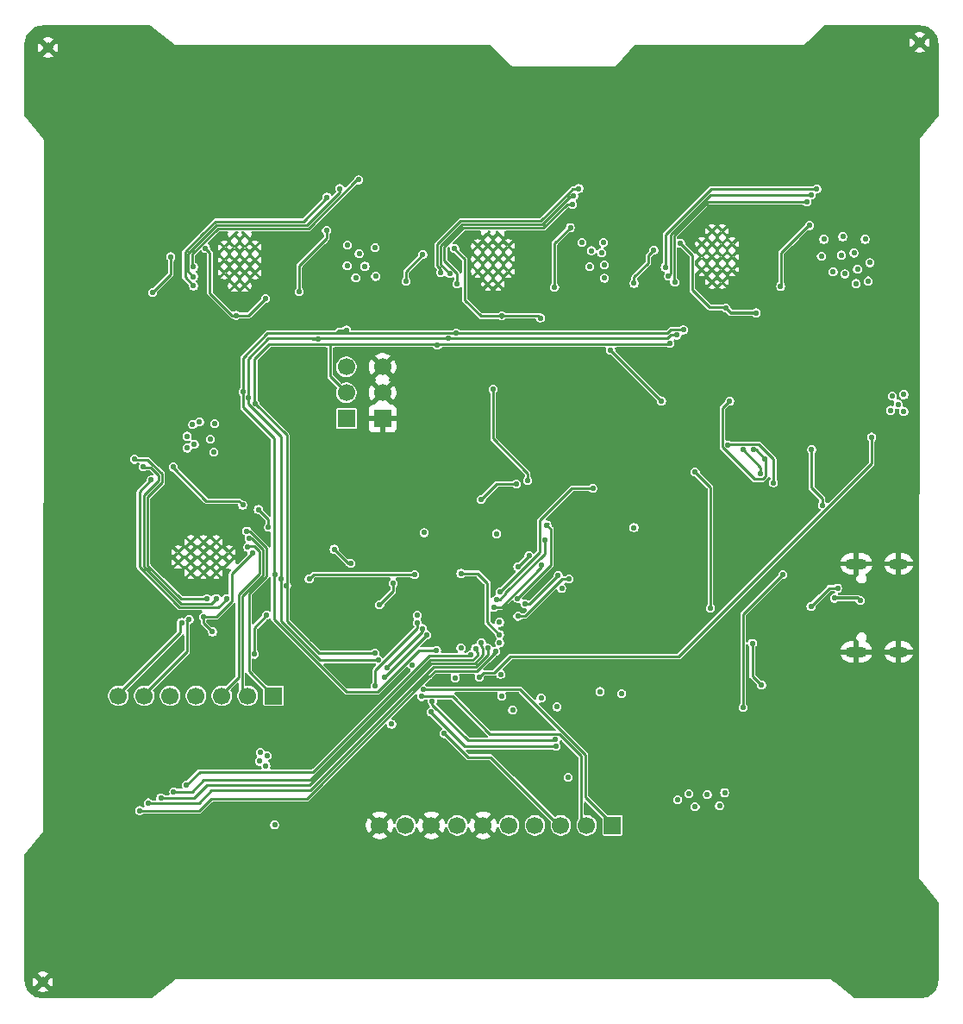
<source format=gbl>
%TF.GenerationSoftware,KiCad,Pcbnew,9.0.5-9.0.5~ubuntu24.04.1*%
%TF.CreationDate,2025-10-12T17:01:00-07:00*%
%TF.ProjectId,motor_board,6d6f746f-725f-4626-9f61-72642e6b6963,1.3*%
%TF.SameCoordinates,Original*%
%TF.FileFunction,Copper,L4,Bot*%
%TF.FilePolarity,Positive*%
%FSLAX46Y46*%
G04 Gerber Fmt 4.6, Leading zero omitted, Abs format (unit mm)*
G04 Created by KiCad (PCBNEW 9.0.5-9.0.5~ubuntu24.04.1) date 2025-10-12 17:01:00*
%MOMM*%
%LPD*%
G01*
G04 APERTURE LIST*
%TA.AperFunction,ComponentPad*%
%ADD10C,5.600000*%
%TD*%
%TA.AperFunction,ComponentPad*%
%ADD11O,2.150000X1.050000*%
%TD*%
%TA.AperFunction,ComponentPad*%
%ADD12O,1.850000X1.050000*%
%TD*%
%TA.AperFunction,ComponentPad*%
%ADD13C,0.300000*%
%TD*%
%TA.AperFunction,ComponentPad*%
%ADD14R,1.700000X1.700000*%
%TD*%
%TA.AperFunction,ComponentPad*%
%ADD15C,1.700000*%
%TD*%
%TA.AperFunction,ComponentPad*%
%ADD16C,0.600000*%
%TD*%
%TA.AperFunction,SMDPad,CuDef*%
%ADD17C,1.000000*%
%TD*%
%TA.AperFunction,ViaPad*%
%ADD18C,0.584200*%
%TD*%
%TA.AperFunction,ViaPad*%
%ADD19C,0.600000*%
%TD*%
%TA.AperFunction,Conductor*%
%ADD20C,0.234950*%
%TD*%
%TA.AperFunction,Conductor*%
%ADD21C,0.271780*%
%TD*%
%TA.AperFunction,Conductor*%
%ADD22C,0.313400*%
%TD*%
%TA.AperFunction,Conductor*%
%ADD23C,0.279400*%
%TD*%
%TA.AperFunction,Conductor*%
%ADD24C,0.337947*%
%TD*%
G04 APERTURE END LIST*
D10*
X105946000Y-57564100D03*
X103426000Y-143294000D03*
X183426100Y-143294100D03*
X179606000Y-57564000D03*
D11*
X180235000Y-114170000D03*
D12*
X184375000Y-114170000D03*
D11*
X180235000Y-105530000D03*
D12*
X184375000Y-105530000D03*
D13*
X117366637Y-103383363D03*
X116116637Y-103383363D03*
X114866637Y-103383363D03*
X118616637Y-104383363D03*
X117366637Y-104383363D03*
X116116637Y-104383363D03*
X114866637Y-104383363D03*
X113616637Y-104383363D03*
X118616637Y-105383363D03*
X117366637Y-105383363D03*
X116116637Y-105383363D03*
X114866637Y-105383363D03*
X113616637Y-105383363D03*
X117366637Y-106383363D03*
X116116637Y-106383363D03*
X114866637Y-106383363D03*
D14*
X122996637Y-118483363D03*
D15*
X120456637Y-118483363D03*
X117916637Y-118483363D03*
X115376637Y-118483363D03*
X112836637Y-118483363D03*
X110296637Y-118483363D03*
X107756637Y-118483363D03*
D13*
X146047132Y-76826933D03*
X146047132Y-75576933D03*
X146047132Y-74326933D03*
X145047132Y-78076933D03*
X145047132Y-76826933D03*
X145047132Y-75576933D03*
X145047132Y-74326933D03*
X145047132Y-73076933D03*
X144047132Y-78076933D03*
X144047132Y-76826933D03*
X144047132Y-75576933D03*
X144047132Y-74326933D03*
X144047132Y-73076933D03*
X143047132Y-76826933D03*
X143047132Y-75576933D03*
X143047132Y-74326933D03*
D14*
X133700000Y-91290000D03*
D15*
X133700000Y-88750000D03*
X133700000Y-86210000D03*
D13*
X168047132Y-76626933D03*
X168047132Y-75376933D03*
X168047132Y-74126933D03*
X167047132Y-77876933D03*
X167047132Y-76626933D03*
X167047132Y-75376933D03*
X167047132Y-74126933D03*
X167047132Y-72876933D03*
X166047132Y-77876933D03*
X166047132Y-76626933D03*
X166047132Y-75376933D03*
X166047132Y-74126933D03*
X166047132Y-72876933D03*
X165047132Y-76626933D03*
X165047132Y-75376933D03*
X165047132Y-74126933D03*
D14*
X130150000Y-91280000D03*
D15*
X130150000Y-88740000D03*
X130150000Y-86200000D03*
D13*
X121172132Y-76951933D03*
X121172132Y-75701933D03*
X121172132Y-74451933D03*
X120172132Y-78201933D03*
X120172132Y-76951933D03*
X120172132Y-75701933D03*
X120172132Y-74451933D03*
X120172132Y-73201933D03*
X119172132Y-78201933D03*
X119172132Y-76951933D03*
X119172132Y-75701933D03*
X119172132Y-74451933D03*
X119172132Y-73201933D03*
X118172132Y-76951933D03*
X118172132Y-75701933D03*
X118172132Y-74451933D03*
D16*
X142277433Y-109290567D03*
X141144100Y-109290567D03*
X140010767Y-109290567D03*
X142277433Y-110423900D03*
X141144100Y-110423900D03*
X140010767Y-110423900D03*
X142277433Y-111557233D03*
X141144100Y-111557233D03*
X140010767Y-111557233D03*
D17*
X186436000Y-54356000D03*
X100838000Y-54864000D03*
X100330000Y-146558000D03*
D14*
X156282000Y-131200000D03*
D15*
X153742000Y-131200000D03*
X151202000Y-131200000D03*
X148662000Y-131200000D03*
X146122000Y-131200000D03*
X143582000Y-131200000D03*
X141042000Y-131200000D03*
X138502000Y-131200000D03*
X135962000Y-131200000D03*
X133422000Y-131200000D03*
D18*
X182594100Y-126973900D03*
D19*
X124866587Y-93048519D03*
D18*
X165400000Y-88300000D03*
X152219100Y-79848900D03*
X139594100Y-66973900D03*
X122922132Y-71248900D03*
X156300000Y-121300000D03*
X172994100Y-115673900D03*
X162897132Y-85276933D03*
X172997132Y-79326933D03*
X174944100Y-104423900D03*
X125113605Y-108000000D03*
X158800000Y-92700000D03*
X137598100Y-137011900D03*
X123900000Y-86700000D03*
X147294100Y-86973900D03*
X169344100Y-100073900D03*
X129694100Y-116673900D03*
X147524100Y-141383900D03*
X167308776Y-103488576D03*
X156737732Y-95396943D03*
X177794100Y-64473900D03*
X129700000Y-109400000D03*
X168094100Y-97973900D03*
X128519120Y-91050000D03*
X162300000Y-100000000D03*
X118922131Y-70970869D03*
X114894100Y-64173900D03*
X161494100Y-64473900D03*
X114847132Y-81726933D03*
X150044100Y-139973900D03*
X167794100Y-122573900D03*
X160600000Y-84800000D03*
X155994100Y-64673900D03*
X160294100Y-110973900D03*
X118800000Y-135800000D03*
X141694100Y-120773900D03*
X158100000Y-119800000D03*
X137904100Y-144063900D03*
X172094100Y-101823900D03*
X161894100Y-98973900D03*
X136299575Y-84900000D03*
X154794100Y-103173900D03*
X156194100Y-123073900D03*
X137994100Y-77073900D03*
X117847132Y-87026933D03*
X138794100Y-100373900D03*
X119222132Y-88101933D03*
X172703675Y-94621915D03*
X177694100Y-65673900D03*
X135894100Y-119673900D03*
X172569100Y-85948900D03*
X119787408Y-101965828D03*
X139214100Y-145453900D03*
X162200000Y-92300000D03*
X165600000Y-92900000D03*
X111424980Y-102062309D03*
X152300000Y-116200000D03*
X116950000Y-132750000D03*
X171300000Y-114700000D03*
X174394100Y-88698900D03*
X168344100Y-99823900D03*
X150494100Y-110173900D03*
X175644100Y-90223900D03*
X148044100Y-69548900D03*
X143666577Y-70365643D03*
X175700000Y-115750000D03*
X153200000Y-91300000D03*
X170447132Y-77126933D03*
X182394100Y-102673900D03*
X125263605Y-107000000D03*
X127700000Y-98800000D03*
X128594100Y-79873900D03*
X130200000Y-107200000D03*
X165344100Y-102823900D03*
X128544100Y-105798900D03*
X169794100Y-121973900D03*
X179694100Y-103973900D03*
X167100000Y-87700000D03*
X107563605Y-93386395D03*
X127790425Y-136820000D03*
X144294100Y-100373900D03*
X121050000Y-121950000D03*
X125800000Y-101900000D03*
X131519100Y-105648900D03*
X126800000Y-112900000D03*
X180994100Y-93673900D03*
X131194100Y-65973900D03*
X115747132Y-75226933D03*
X169997132Y-78276933D03*
X128621575Y-131138400D03*
X113694100Y-77473900D03*
X147200000Y-125700000D03*
X123600000Y-112600000D03*
X120300000Y-96300000D03*
X114794100Y-66773900D03*
X167594100Y-121373900D03*
X140744100Y-141348900D03*
X123347132Y-77201933D03*
X149144100Y-127623900D03*
X164044100Y-118723900D03*
X111700000Y-85600000D03*
X104500000Y-133600000D03*
X177800000Y-81200000D03*
X175500000Y-117600000D03*
X126600000Y-102700000D03*
X122194100Y-66073900D03*
X155594100Y-137673900D03*
X175194100Y-105673900D03*
X177144100Y-91923900D03*
X148019100Y-71198900D03*
X160267771Y-92092648D03*
X163300000Y-79400000D03*
X165822132Y-70558733D03*
X144094100Y-119873900D03*
X146894100Y-66473900D03*
X115684967Y-108391828D03*
X170536575Y-104031425D03*
X139494100Y-64773900D03*
X117749736Y-101214769D03*
X111427415Y-104109276D03*
X178178734Y-86431675D03*
X147794100Y-78823900D03*
X158200000Y-84600000D03*
X173097132Y-81676933D03*
X161494100Y-66173900D03*
X155694100Y-66373900D03*
X162972132Y-74913333D03*
X147894100Y-121373900D03*
X138000000Y-84600000D03*
X127381955Y-105107551D03*
X146969100Y-115348900D03*
X120750000Y-133450000D03*
X108150000Y-133350000D03*
X169597132Y-71251933D03*
X140794100Y-120673900D03*
X178984707Y-97684707D03*
X137119100Y-91498900D03*
X171600000Y-110900000D03*
X106324980Y-109962309D03*
X122349980Y-109737309D03*
X148394100Y-139573900D03*
X126938605Y-103186395D03*
X177432000Y-106562000D03*
X111442517Y-105609278D03*
X128200000Y-113790425D03*
X163844100Y-104173900D03*
X159900000Y-106800000D03*
X172544100Y-103423900D03*
X150694100Y-87373900D03*
X166397132Y-85426933D03*
X162094100Y-94873900D03*
X112524980Y-101262309D03*
X176544100Y-102773900D03*
X167694100Y-123973900D03*
X131094100Y-64473900D03*
X170522132Y-72101933D03*
X106150000Y-135700000D03*
X148065279Y-77052721D03*
X174572132Y-72176933D03*
X166294100Y-118973900D03*
X115700000Y-132500000D03*
X164994100Y-124148900D03*
X133550000Y-113600000D03*
X173800000Y-125900000D03*
X107524980Y-109962309D03*
X164794100Y-119473900D03*
X129500000Y-136800000D03*
X133794100Y-111673900D03*
X150094100Y-141773900D03*
X169576700Y-125200900D03*
X123950000Y-122100000D03*
X120422132Y-70979965D03*
X106563605Y-93286395D03*
X142594100Y-128073900D03*
X158500000Y-86000000D03*
X149569100Y-70048900D03*
X143394100Y-86173900D03*
X122694100Y-69673900D03*
X158994100Y-109773900D03*
X141794100Y-100423900D03*
X127000000Y-85950000D03*
X180047132Y-84176933D03*
X140317426Y-75297392D03*
X150794100Y-117273900D03*
X152144100Y-80823900D03*
X145116577Y-70365643D03*
X123022132Y-79051933D03*
X139819100Y-87323900D03*
X160547132Y-76626933D03*
X175694100Y-84073900D03*
X167297132Y-70558733D03*
X183844100Y-99200000D03*
X152694100Y-109973900D03*
X151094100Y-115873900D03*
X137794100Y-102473900D03*
X145194100Y-111273900D03*
X158394100Y-101973900D03*
X150844100Y-119573900D03*
X140834525Y-116717233D03*
X149269100Y-118698900D03*
X134594100Y-121273900D03*
X121700000Y-124050000D03*
X144894100Y-102573900D03*
X145194100Y-113273900D03*
X122350000Y-124350000D03*
X134750000Y-107450000D03*
X155044100Y-118073900D03*
X121600000Y-124900000D03*
X157194100Y-118273900D03*
X151944100Y-126473900D03*
X146469100Y-119898900D03*
X133406600Y-109561400D03*
X151294100Y-107923900D03*
X122250000Y-125350000D03*
X169094046Y-119612900D03*
X136600000Y-115450000D03*
X173000000Y-106600000D03*
X145294100Y-116373900D03*
X123100000Y-131141400D03*
X145394100Y-118523900D03*
X137100000Y-111314325D03*
X132979424Y-117509224D03*
X134119100Y-115723900D03*
X137610324Y-111889676D03*
X117136375Y-94575914D03*
X156100000Y-84550000D03*
X178747132Y-75226933D03*
X176797132Y-75326933D03*
X155500000Y-76200000D03*
X184894100Y-88923900D03*
X177947132Y-76876933D03*
X161100000Y-89550000D03*
X155400000Y-74000000D03*
X155200000Y-75000000D03*
X130222132Y-76276933D03*
X181397132Y-77776933D03*
X167294100Y-127973900D03*
X131972132Y-76326933D03*
X132972132Y-74476933D03*
X180347132Y-76626933D03*
X180197132Y-78026933D03*
X153300000Y-74000000D03*
X184894100Y-90573900D03*
X114520724Y-93011782D03*
X179097132Y-77076933D03*
X154044100Y-76373900D03*
X115220724Y-93811782D03*
X183744100Y-89073900D03*
X179997132Y-75026933D03*
X165594100Y-128173900D03*
X115048592Y-91865914D03*
X184344100Y-89873900D03*
X178897132Y-73426933D03*
X183594100Y-90473900D03*
X154200000Y-74800000D03*
X163794100Y-128073900D03*
X181547132Y-75976933D03*
X177047132Y-73676933D03*
X116800000Y-93300000D03*
X181097132Y-73676933D03*
X166794100Y-129273900D03*
X115720724Y-91586782D03*
X114523592Y-94165914D03*
X117200000Y-91786782D03*
X155500000Y-77500000D03*
X162694100Y-128673900D03*
X164394100Y-129373900D03*
X130272132Y-74226933D03*
X131072132Y-77476933D03*
X131400000Y-75100000D03*
X133022132Y-77326933D03*
X178100000Y-108900000D03*
X180616000Y-109136000D03*
X170019100Y-113323900D03*
X170921710Y-117440012D03*
X175844100Y-94323900D03*
X176894100Y-99773900D03*
X175772000Y-109702000D03*
X178390000Y-107910000D03*
X170400000Y-80900000D03*
X167416300Y-80407765D03*
X162969100Y-74073900D03*
X158400000Y-78000000D03*
X160341657Y-74760553D03*
X141400000Y-113800000D03*
X137094100Y-110573900D03*
X141394100Y-106473900D03*
X145194100Y-112473900D03*
X150691754Y-122765244D03*
X138584525Y-119073900D03*
X138494100Y-120073900D03*
X150719100Y-123448900D03*
X133854424Y-116634224D03*
X138018200Y-112500000D03*
X145258501Y-108267989D03*
X154344100Y-98123900D03*
X164394100Y-96523900D03*
X165894100Y-109873900D03*
X143185324Y-116664676D03*
X181750000Y-93100000D03*
X146952075Y-108915925D03*
X149844100Y-101723900D03*
X150945327Y-106675127D03*
X147694100Y-109473900D03*
X144644100Y-109773900D03*
X149344100Y-105623900D03*
X144894100Y-109023900D03*
X149644100Y-103223900D03*
X151994100Y-107023900D03*
X146994100Y-110673900D03*
X170831599Y-96711399D03*
X169094100Y-94323900D03*
X172094100Y-97573900D03*
X167594100Y-93873900D03*
X170094100Y-94323900D03*
X171219100Y-95198900D03*
X167800000Y-89550000D03*
X175622132Y-72326933D03*
X172797132Y-78276933D03*
X149200000Y-81400000D03*
X137653674Y-75176273D03*
X140779424Y-74588576D03*
X136000000Y-77800000D03*
X145394100Y-81173900D03*
X150594100Y-78373900D03*
X152144100Y-72523900D03*
X112909575Y-75400000D03*
X119322132Y-81151933D03*
X111100000Y-78900000D03*
X116323966Y-74550099D03*
X122200000Y-79500000D03*
X128197132Y-72801933D03*
X125522132Y-78826933D03*
X120900000Y-104500000D03*
X121500000Y-100200000D03*
X122504031Y-101919863D03*
X117000000Y-112200000D03*
X116100000Y-110723814D03*
X137699576Y-117882755D03*
X137531174Y-118545910D03*
X139761754Y-122188246D03*
X121197132Y-89801933D03*
X132950000Y-114300000D03*
X161897132Y-83876933D03*
X139094100Y-84073900D03*
X124263605Y-107650489D03*
X146850000Y-97700000D03*
X143400000Y-99200000D03*
X148083774Y-104722068D03*
X146985233Y-105820608D03*
X163247132Y-82576933D03*
X123100000Y-106567964D03*
X130150000Y-82600000D03*
X139000000Y-114050000D03*
X140944100Y-82914325D03*
X119997132Y-88651933D03*
X120547132Y-89251933D03*
X123704030Y-107041289D03*
X162597132Y-83076933D03*
X127400000Y-83492358D03*
X133273676Y-114973676D03*
X140200000Y-83423900D03*
X113963605Y-111286395D03*
X114700000Y-111000000D03*
X120593845Y-103056154D03*
X120470487Y-103907816D03*
X113186351Y-127900000D03*
X142840425Y-113837310D03*
X144800000Y-114115425D03*
X109850000Y-129750000D03*
X136850000Y-106600000D03*
X121125000Y-114400000D03*
X122324980Y-110562309D03*
X126494166Y-107013950D03*
X147950000Y-97350000D03*
X144550000Y-88400000D03*
X128950000Y-104105475D03*
X130600000Y-105500000D03*
X120376497Y-102313826D03*
X114436351Y-127250000D03*
X142350000Y-114450000D03*
X162397132Y-77876933D03*
X175372132Y-70026933D03*
X175772132Y-69326933D03*
X161787557Y-77276933D03*
X161452607Y-76405985D03*
X176347132Y-68751933D03*
X152469100Y-69423900D03*
X140286176Y-77006824D03*
X152344100Y-70248900D03*
X141032961Y-78032961D03*
X139432960Y-76932960D03*
X152969100Y-68698900D03*
X115137300Y-77334296D03*
X129497132Y-68711308D03*
X115137300Y-76401652D03*
X131341332Y-67846133D03*
X128247132Y-69551933D03*
X115137301Y-78257412D03*
X117359967Y-108916828D03*
X110200142Y-96012309D03*
X109334967Y-95262309D03*
X116473592Y-108940914D03*
X118369542Y-108982253D03*
X110982149Y-97309491D03*
X113154080Y-96037309D03*
X119967874Y-99767874D03*
X110686351Y-129000000D03*
X144059574Y-113820907D03*
X111936351Y-128490425D03*
X143400000Y-113300000D03*
D20*
X134750000Y-108218000D02*
X133406600Y-109561400D01*
X169094046Y-110505954D02*
X169094046Y-119612900D01*
X173000000Y-106600000D02*
X169094046Y-110505954D01*
X134750000Y-107450000D02*
X134750000Y-108218000D01*
X132979424Y-115988576D02*
X132979424Y-117509224D01*
X137100000Y-111868000D02*
X132979424Y-115988576D01*
X137100000Y-111314325D02*
X137100000Y-111868000D01*
X134119100Y-115723900D02*
X134119100Y-115648900D01*
X137610324Y-111889676D02*
X137610324Y-112157676D01*
X137610324Y-112157676D02*
X137519100Y-112248900D01*
X134119100Y-115648900D02*
X137594100Y-112173900D01*
D21*
X156100000Y-84550000D02*
X161100000Y-89550000D01*
D22*
X180380000Y-108900000D02*
X180616000Y-109136000D01*
X178100000Y-108900000D02*
X180380000Y-108900000D01*
D23*
X170019100Y-116537402D02*
X170019100Y-113323900D01*
X170921710Y-117440012D02*
X170019100Y-116537402D01*
D21*
X175844100Y-98073900D02*
X175844100Y-94323900D01*
X176894100Y-99773900D02*
X176894100Y-99123900D01*
X176894100Y-99123900D02*
X175844100Y-98073900D01*
X178390000Y-107910000D02*
X177564000Y-107910000D01*
X177564000Y-107910000D02*
X175772000Y-109702000D01*
D20*
X165824932Y-80379732D02*
X167438268Y-80379732D01*
X164119100Y-78200000D02*
X164119100Y-78500000D01*
X162969100Y-74073900D02*
X164119100Y-75223900D01*
X164119100Y-78673900D02*
X165824932Y-80379732D01*
D24*
X170400000Y-80900000D02*
X167908535Y-80900000D01*
D20*
X164119100Y-78500000D02*
X164119100Y-78673900D01*
D24*
X167908535Y-80900000D02*
X167416300Y-80407765D01*
D20*
X159802210Y-75997790D02*
X159802210Y-75300000D01*
X159802210Y-75300000D02*
X160341657Y-74760553D01*
X158400000Y-78000000D02*
X158400000Y-77400000D01*
X158400000Y-77400000D02*
X159802210Y-75997790D01*
X164119100Y-75223900D02*
X164119100Y-78200000D01*
D23*
X145194100Y-112473900D02*
X144000000Y-111279800D01*
X143073900Y-106473900D02*
X141394100Y-106473900D01*
X144000000Y-107400000D02*
X143073900Y-106473900D01*
X144000000Y-111279800D02*
X144000000Y-107400000D01*
D21*
X142094100Y-122873900D02*
X150583098Y-122873900D01*
X150583098Y-122873900D02*
X150691754Y-122765244D01*
X138584525Y-119073900D02*
X138584525Y-119364325D01*
X138584525Y-119364325D02*
X142094100Y-122873900D01*
X138494100Y-120173900D02*
X141769100Y-123448900D01*
X138494100Y-120073900D02*
X138494100Y-120173900D01*
X141769100Y-123448900D02*
X150719100Y-123448900D01*
D20*
X138018200Y-112549800D02*
X138018200Y-112500000D01*
X133854424Y-116634224D02*
X133933776Y-116634224D01*
X133933776Y-116634224D02*
X138018200Y-112549800D01*
X149134525Y-101283475D02*
X149719100Y-100698900D01*
X149134525Y-103434973D02*
X149134525Y-101283475D01*
X149144100Y-104382390D02*
X149144100Y-103444548D01*
X145258501Y-108267989D02*
X149144100Y-104382390D01*
X149144100Y-103444548D02*
X149134525Y-103434973D01*
X152294100Y-98123900D02*
X154344100Y-98123900D01*
X149719100Y-100698900D02*
X152294100Y-98123900D01*
X165894100Y-98023900D02*
X165894100Y-109873900D01*
X164394100Y-96523900D02*
X165894100Y-98023900D01*
X146275000Y-114625000D02*
X162765063Y-114625000D01*
X143600000Y-116250000D02*
X144650000Y-116250000D01*
X144650000Y-116250000D02*
X146275000Y-114625000D01*
X143185324Y-116664676D02*
X143600000Y-116250000D01*
X181750000Y-95640063D02*
X181750000Y-93100000D01*
X162765063Y-114625000D02*
X181750000Y-95640063D01*
X150244100Y-105623900D02*
X146952075Y-108915925D01*
X149844100Y-101723900D02*
X149944100Y-101623900D01*
X149844100Y-101723900D02*
X150244100Y-102123900D01*
X150244100Y-102123900D02*
X150244100Y-105623900D01*
X148144100Y-109473900D02*
X147694100Y-109473900D01*
X150945327Y-106675127D02*
X150942873Y-106675127D01*
X150942873Y-106675127D02*
X148144100Y-109473900D01*
X145373452Y-109773900D02*
X149344100Y-105803252D01*
X149344100Y-105803252D02*
X149344100Y-105623900D01*
X144644100Y-109773900D02*
X145373452Y-109773900D01*
X149644100Y-103223900D02*
X149644100Y-104523900D01*
X145768076Y-108399924D02*
X145768076Y-108479062D01*
X145223238Y-109023900D02*
X144894100Y-109023900D01*
X149644100Y-104523900D02*
X145768076Y-108399924D01*
X149644100Y-103223900D02*
X149744100Y-103323900D01*
X145768076Y-108479062D02*
X145223238Y-109023900D01*
X147667202Y-110673900D02*
X151317202Y-107023900D01*
X151317202Y-107023900D02*
X151994100Y-107023900D01*
X146994100Y-110673900D02*
X147667202Y-110673900D01*
D21*
X170831599Y-96711399D02*
X170831599Y-96061399D01*
X170831599Y-96061399D02*
X169094100Y-94323900D01*
X170631249Y-93795910D02*
X167672090Y-93795910D01*
X172094100Y-95258761D02*
X170631249Y-93795910D01*
X172094100Y-97573900D02*
X172094100Y-95258761D01*
X167672090Y-93795910D02*
X167594100Y-93873900D01*
D20*
X171342174Y-95321974D02*
X171219100Y-95198900D01*
X167083525Y-90266475D02*
X167800000Y-89550000D01*
X167083525Y-94085388D02*
X167083525Y-90266475D01*
X170344100Y-94323900D02*
X171219100Y-95198900D01*
X171342174Y-96922887D02*
X171342174Y-95321974D01*
X171342174Y-96922887D02*
X171043087Y-97221974D01*
X171043087Y-97221974D02*
X170220111Y-97221974D01*
X170220111Y-97221974D02*
X167083525Y-94085388D01*
X170094100Y-94323900D02*
X170344100Y-94323900D01*
X172819100Y-75008475D02*
X175519100Y-72308475D01*
X172819100Y-78248900D02*
X172819100Y-75008475D01*
X145230173Y-81214325D02*
X143359525Y-81214325D01*
X141769100Y-79623900D02*
X141769100Y-75632604D01*
X145394100Y-81173900D02*
X148973900Y-81173900D01*
X145380173Y-81364325D02*
X145230173Y-81214325D01*
X136000000Y-76829947D02*
X137653674Y-75176273D01*
X136000000Y-77800000D02*
X136000000Y-76829947D01*
X141769100Y-75632604D02*
X140700821Y-74564325D01*
X140700821Y-74564325D02*
X140630173Y-74564325D01*
X148973900Y-81173900D02*
X149200000Y-81400000D01*
X143359525Y-81214325D02*
X141769100Y-79623900D01*
X152144100Y-72523900D02*
X150580173Y-74087827D01*
X150580173Y-74087827D02*
X150580173Y-78414325D01*
X111100000Y-78900000D02*
X112909575Y-77090425D01*
D21*
X120548067Y-81151933D02*
X122200000Y-79500000D01*
D20*
X116744100Y-74970233D02*
X116744100Y-78954770D01*
D21*
X119322132Y-81151933D02*
X120548067Y-81151933D01*
D20*
X112909575Y-77090425D02*
X112909575Y-75400000D01*
X118941263Y-81151933D02*
X119322132Y-81151933D01*
X116744100Y-78954770D02*
X118941263Y-81151933D01*
X116323966Y-74550099D02*
X116744100Y-74970233D01*
X128197132Y-72801933D02*
X128197132Y-73601933D01*
X128197132Y-73601933D02*
X125522132Y-76276933D01*
X125522132Y-76276933D02*
X125522132Y-78826933D01*
X122504031Y-101919863D02*
X122504031Y-101204031D01*
X118880117Y-106519883D02*
X120900000Y-104500000D01*
X116100000Y-110723814D02*
X116100000Y-111300000D01*
X118880117Y-109193741D02*
X118880117Y-106519883D01*
X116100000Y-110723814D02*
X117350044Y-110723814D01*
X122504031Y-101204031D02*
X121500000Y-100200000D01*
X116100000Y-111300000D02*
X117000000Y-112200000D01*
X117350044Y-110723814D02*
X118880117Y-109193741D01*
D21*
X153600000Y-128400000D02*
X156341000Y-131141000D01*
X147195976Y-117850000D02*
X153600000Y-124254024D01*
D20*
X147195976Y-117850000D02*
X137732331Y-117850000D01*
D21*
X156341000Y-131141000D02*
X156308100Y-131173900D01*
X153600000Y-124254024D02*
X153600000Y-128400000D01*
D20*
X137732331Y-117850000D02*
X137699576Y-117882755D01*
D21*
X144257454Y-122237254D02*
X151057454Y-122237254D01*
X153200000Y-124379800D02*
X153200000Y-130658000D01*
X151057454Y-122237254D02*
X153200000Y-124379800D01*
X137531174Y-118545910D02*
X140566110Y-118545910D01*
X140566110Y-118545910D02*
X144257454Y-122237254D01*
X153200000Y-130658000D02*
X153742000Y-131200000D01*
X151000000Y-131200000D02*
X151202000Y-131200000D01*
D20*
X142073508Y-124500000D02*
X139761754Y-122188246D01*
X142450000Y-124500000D02*
X142073508Y-124500000D01*
D21*
X142450000Y-124500000D02*
X144300000Y-124500000D01*
X144300000Y-124500000D02*
X151000000Y-131200000D01*
X142173509Y-124500000D02*
X142450000Y-124500000D01*
D20*
X124300000Y-111120648D02*
X124300000Y-92904801D01*
X130150000Y-88740000D02*
X128550000Y-87140000D01*
X128550000Y-84001933D02*
X161772132Y-84001933D01*
X122541067Y-84001933D02*
X128550000Y-84001933D01*
X132950000Y-114300000D02*
X127479352Y-114300000D01*
X121144100Y-89748901D02*
X121197132Y-89801933D01*
X127479352Y-114300000D02*
X124300000Y-111120648D01*
X161772132Y-84001933D02*
X161897132Y-83876933D01*
X121144100Y-85398900D02*
X121144100Y-89748901D01*
X124300000Y-92904801D02*
X121197132Y-89801933D01*
X121172132Y-89826933D02*
X121197132Y-89801933D01*
X128550000Y-87140000D02*
X128550000Y-84001933D01*
X121144100Y-85398900D02*
X122541067Y-84001933D01*
X144900000Y-97700000D02*
X143400000Y-99200000D01*
X146850000Y-97700000D02*
X144900000Y-97700000D01*
X148083773Y-104722068D02*
X148083774Y-104722068D01*
X146985233Y-105820608D02*
X148083773Y-104722068D01*
X133226100Y-118073900D02*
X130126310Y-118073900D01*
X163247132Y-82576933D02*
X163209524Y-82539325D01*
X122378675Y-82914325D02*
X119997132Y-85295868D01*
X130150000Y-82600000D02*
X129400000Y-82600000D01*
X137300000Y-114000000D02*
X133226100Y-118073900D01*
X163209524Y-82539325D02*
X162034337Y-82539325D01*
X139000000Y-114050000D02*
X138950000Y-114000000D01*
X161659337Y-82914325D02*
X140944100Y-82914325D01*
X129085675Y-82914325D02*
X128600000Y-82914325D01*
X123013605Y-93213605D02*
X119997132Y-90197132D01*
X138950000Y-114000000D02*
X137300000Y-114000000D01*
X129400000Y-82600000D02*
X129085675Y-82914325D01*
X128600000Y-82914325D02*
X122378675Y-82914325D01*
X162034337Y-82539325D02*
X161659337Y-82914325D01*
X163269100Y-82548900D02*
X163259525Y-82539325D01*
X119997132Y-90197132D02*
X119997132Y-88651933D01*
X140944100Y-82914325D02*
X128600000Y-82914325D01*
X130126310Y-118073900D02*
X123013605Y-110961195D01*
X119997132Y-85295868D02*
X119997132Y-88651933D01*
X123013605Y-110961195D02*
X123013605Y-93213605D01*
X123700000Y-93025449D02*
X123700000Y-107037259D01*
X126868458Y-83492358D02*
X126800000Y-83423900D01*
X161623452Y-83423900D02*
X161998452Y-83048900D01*
X123700000Y-107037259D02*
X123704030Y-107041289D01*
X122476474Y-83423900D02*
X120519100Y-85381274D01*
X120519100Y-89844549D02*
X123700000Y-93025449D01*
X140200000Y-83423900D02*
X161623452Y-83423900D01*
X126800000Y-83423900D02*
X122476474Y-83423900D01*
X120519100Y-88900000D02*
X120519100Y-89844549D01*
X161998452Y-83048900D02*
X162619100Y-83048900D01*
X120519100Y-88900000D02*
X120519100Y-89223901D01*
X127526100Y-115000000D02*
X133268000Y-115000000D01*
X127400000Y-83492358D02*
X126868458Y-83492358D01*
X123704030Y-107074563D02*
X123704030Y-111177930D01*
X120519100Y-89223901D02*
X120547132Y-89251933D01*
X123704030Y-111177930D02*
X127526100Y-115000000D01*
X140200000Y-83423900D02*
X126800000Y-83423900D01*
X120519100Y-85381274D02*
X120519100Y-88900000D01*
D21*
X113803032Y-111305247D02*
X113803032Y-112272640D01*
X113803032Y-112272640D02*
X107670425Y-118405247D01*
X114452165Y-111043507D02*
X114500000Y-111091342D01*
X114500000Y-111091342D02*
X114500000Y-114115672D01*
X114500000Y-114115672D02*
X110210425Y-118405247D01*
D20*
X121920525Y-104094215D02*
X120882464Y-103056154D01*
X121920525Y-106658992D02*
X121920525Y-104094215D01*
X120370425Y-118405247D02*
X119890425Y-117925247D01*
X119890425Y-108689092D02*
X121920525Y-106658992D01*
X120882464Y-103056154D02*
X120593845Y-103056154D01*
X119890425Y-117925247D02*
X119890425Y-108689092D01*
X119554475Y-108549936D02*
X119554475Y-116681197D01*
X121100000Y-103800000D02*
X121576074Y-104276074D01*
X120435932Y-103950754D02*
X120586686Y-103800000D01*
X121576074Y-106528337D02*
X119554475Y-108549936D01*
X121576074Y-104276074D02*
X121576074Y-106528337D01*
X120586686Y-103800000D02*
X121100000Y-103800000D01*
X119554475Y-116681197D02*
X117830425Y-118405247D01*
X138364531Y-114960575D02*
X142561488Y-114960575D01*
X116150000Y-126750000D02*
X126575106Y-126750000D01*
X143010575Y-114166008D02*
X142840425Y-113995858D01*
X143010575Y-114511488D02*
X143010575Y-114166008D01*
D23*
X113186351Y-127900000D02*
X115000000Y-127900000D01*
X115000000Y-127900000D02*
X116150000Y-126750000D01*
D20*
X126575106Y-126750000D02*
X138364531Y-114960575D01*
X142561488Y-114960575D02*
X143010575Y-114511488D01*
X142840425Y-113995858D02*
X142840425Y-113837310D01*
X144750000Y-114115425D02*
X144576375Y-114289050D01*
X144800000Y-114115425D02*
X144750000Y-114115425D01*
D23*
X115700000Y-129750000D02*
X116850000Y-128600000D01*
D20*
X138300000Y-116600000D02*
X138850000Y-116050000D01*
X116850000Y-128600000D02*
X126245937Y-128600000D01*
X144800000Y-114200210D02*
X144800000Y-114115425D01*
D23*
X109850000Y-129750000D02*
X115700000Y-129750000D01*
D20*
X138245937Y-116600000D02*
X138300000Y-116600000D01*
X138850000Y-116050000D02*
X142950210Y-116050000D01*
X126245937Y-128600000D02*
X138245937Y-116600000D01*
X142950210Y-116050000D02*
X144800000Y-114200210D01*
X126494166Y-107013950D02*
X126908116Y-106600000D01*
D21*
X121125000Y-114400000D02*
X121090425Y-114365425D01*
X121090425Y-111805247D02*
X122290425Y-110605247D01*
X121090425Y-114365425D02*
X121090425Y-111805247D01*
D20*
X126908116Y-106600000D02*
X136850000Y-106600000D01*
X147950000Y-97350000D02*
X147950000Y-96650448D01*
X144550000Y-93250448D02*
X144550000Y-88400000D01*
X147950000Y-96650448D02*
X144550000Y-93250448D01*
X130600000Y-105500000D02*
X130344525Y-105500000D01*
X122255475Y-103955475D02*
X122255475Y-106797732D01*
X120580850Y-116075672D02*
X122910425Y-118405247D01*
X130344525Y-105500000D02*
X128950000Y-104105475D01*
X120341942Y-102356764D02*
X120656764Y-102356764D01*
X122255475Y-106797732D02*
X120580850Y-108472357D01*
X120656764Y-102356764D02*
X122255475Y-103955475D01*
X130600000Y-105500000D02*
X130600000Y-105350000D01*
X120580850Y-108472357D02*
X120580850Y-116075672D01*
X138289425Y-114560575D02*
X142239425Y-114560575D01*
X114436351Y-127250000D02*
X115736351Y-125950000D01*
X142239425Y-114560575D02*
X142350000Y-114450000D01*
X126900000Y-125950000D02*
X138289425Y-114560575D01*
X115736351Y-125950000D02*
X126900000Y-125950000D01*
X162319100Y-77748900D02*
X162419100Y-77848900D01*
X165633027Y-70021125D02*
X162319100Y-73335052D01*
X175394100Y-69998900D02*
X175371875Y-70021125D01*
X175371875Y-70021125D02*
X165633027Y-70021125D01*
X162319100Y-73335052D02*
X162319100Y-77748900D01*
X161984150Y-77074275D02*
X161984150Y-73196311D01*
X169394100Y-69298900D02*
X175794100Y-69298900D01*
X165881561Y-69298900D02*
X169394100Y-69298900D01*
X161984150Y-73196311D02*
X165881561Y-69298900D01*
X161809525Y-77248900D02*
X161984150Y-77074275D01*
X165982870Y-68723900D02*
X176369100Y-68723900D01*
X161469100Y-73237670D02*
X165982870Y-68723900D01*
X161469100Y-76372477D02*
X161469100Y-73237670D01*
X161474575Y-76377952D02*
X161469100Y-76372477D01*
X139430547Y-74290260D02*
X141486957Y-72233850D01*
X140286176Y-77006824D02*
X139430547Y-76151195D01*
X149365000Y-72233850D02*
X152134525Y-69464325D01*
X141486957Y-72233850D02*
X149365000Y-72233850D01*
X139430547Y-76151195D02*
X139430547Y-74290260D01*
X140286176Y-77006824D02*
X140146500Y-77146500D01*
X152134525Y-69464325D02*
X152455173Y-69464325D01*
X141000000Y-78000000D02*
X141032961Y-78032961D01*
X139765497Y-75765497D02*
X141000000Y-77000000D01*
X152344100Y-70248900D02*
X151823640Y-70248900D01*
X149503740Y-72568800D02*
X141625698Y-72568800D01*
X141625698Y-72568800D02*
X139765497Y-74429001D01*
X151823640Y-70248900D02*
X149503740Y-72568800D01*
X141000000Y-77000000D02*
X141000000Y-78000000D01*
X139765497Y-74429001D02*
X139765497Y-75765497D01*
X152385834Y-68739325D02*
X151996784Y-69128375D01*
X139094597Y-76290351D02*
X139432960Y-76628714D01*
X139094597Y-74151105D02*
X139094597Y-76290351D01*
X149225844Y-71897900D02*
X141347801Y-71897900D01*
X152955173Y-68739325D02*
X152385834Y-68739325D01*
X151995369Y-69128375D02*
X149225844Y-71897900D01*
X141347801Y-71897900D02*
X139094597Y-74151105D01*
X139432960Y-76628714D02*
X139432960Y-76802337D01*
X151996784Y-69128375D02*
X151995369Y-69128375D01*
X114627725Y-75052001D02*
X117420876Y-72258850D01*
X115137300Y-77334296D02*
X114627725Y-76824721D01*
X129497132Y-69072443D02*
X129497132Y-68711308D01*
X114627725Y-76824721D02*
X114627725Y-75052001D01*
X117420876Y-72258850D02*
X126310725Y-72258850D01*
X126310725Y-72258850D02*
X129497132Y-69072443D01*
X131341332Y-67846133D02*
X131197132Y-67846133D01*
X115022132Y-76286484D02*
X115137300Y-76401652D01*
X126449465Y-72593800D02*
X117559617Y-72593800D01*
X131197132Y-67846133D02*
X126449465Y-72593800D01*
X117559617Y-72593800D02*
X115022132Y-75131285D01*
X115022132Y-75131285D02*
X115022132Y-76286484D01*
X116044100Y-73161936D02*
X114292775Y-74913261D01*
X128247132Y-69551933D02*
X128247132Y-69601933D01*
X114292775Y-77412886D02*
X115137301Y-78257412D01*
X128247132Y-69601933D02*
X125925165Y-71923900D01*
X125925165Y-71923900D02*
X117282135Y-71923900D01*
X117282135Y-71923900D02*
X116044100Y-73161936D01*
X114292775Y-74913261D02*
X114292775Y-77412886D01*
X110165587Y-96055247D02*
X110921060Y-96055247D01*
X116850375Y-109470297D02*
X117359950Y-108960722D01*
X110290425Y-98805247D02*
X110290425Y-105841197D01*
X111700000Y-97395672D02*
X110290425Y-98805247D01*
X110921060Y-96055247D02*
X111700000Y-96834187D01*
X110290425Y-105841197D02*
X113919525Y-109470297D01*
X111700000Y-96834187D02*
X111700000Y-97395672D01*
X113919525Y-109470297D02*
X116850375Y-109470297D01*
X113882684Y-108959766D02*
X116400412Y-108959766D01*
X112034950Y-96695446D02*
X112034950Y-97560722D01*
X110625375Y-105702457D02*
X113882684Y-108959766D01*
X111059801Y-95720297D02*
X112034950Y-96695446D01*
X109300412Y-95305247D02*
X110644750Y-95305247D01*
X110644750Y-95305247D02*
X111059801Y-95720297D01*
X112034950Y-97560722D02*
X110625375Y-98970297D01*
X110625375Y-98970297D02*
X110625375Y-105702457D01*
X113780784Y-109805247D02*
X117590425Y-109805247D01*
X110982149Y-97317874D02*
X110982149Y-97309491D01*
X109815425Y-105839888D02*
X113780784Y-109805247D01*
X117590425Y-109805247D02*
X118369525Y-109026147D01*
X110947594Y-97352429D02*
X110982149Y-97317874D01*
X109815425Y-98476215D02*
X109815425Y-105839888D01*
X110982149Y-97309491D02*
X109815425Y-98476215D01*
X116406106Y-99366828D02*
X113119525Y-96080247D01*
X119566828Y-99366828D02*
X116406106Y-99366828D01*
X113119525Y-96080247D02*
X113254475Y-96080247D01*
X119967874Y-99767874D02*
X119566828Y-99366828D01*
X113254475Y-96080247D02*
X113309950Y-96135722D01*
X138700000Y-115650000D02*
X142875105Y-115650000D01*
X144059574Y-114465531D02*
X144059574Y-113820907D01*
X142875105Y-115650000D02*
X144059574Y-114465531D01*
X116900000Y-127750000D02*
X126600000Y-127750000D01*
X115650000Y-129000000D02*
X116900000Y-127750000D01*
X110686351Y-129000000D02*
X115650000Y-129000000D01*
X126600000Y-127750000D02*
X138700000Y-115650000D01*
X138500211Y-115300000D02*
X142750000Y-115300000D01*
X126559786Y-127240425D02*
X138500211Y-115300000D01*
X143550000Y-114500000D02*
X143550000Y-113745713D01*
X142750000Y-115300000D02*
X143550000Y-114500000D01*
X111936351Y-128490425D02*
X115209575Y-128490425D01*
X143550000Y-113745713D02*
X143400000Y-113595713D01*
X115209575Y-128490425D02*
X116459575Y-127240425D01*
X143400000Y-113595713D02*
X143400000Y-113300000D01*
X116459575Y-127240425D02*
X126559786Y-127240425D01*
%TA.AperFunction,Conductor*%
G36*
X140462332Y-118853985D02*
G01*
X140482974Y-118870619D01*
X143986184Y-122373829D01*
X144019669Y-122435152D01*
X144014685Y-122504844D01*
X143972813Y-122560777D01*
X143907349Y-122585194D01*
X143898503Y-122585510D01*
X142264917Y-122585510D01*
X142197878Y-122565825D01*
X142177236Y-122549191D01*
X139020253Y-119392208D01*
X138986768Y-119330885D01*
X138991752Y-119261193D01*
X138996522Y-119251071D01*
X138998824Y-119245513D01*
X138998824Y-119245511D01*
X138998826Y-119245509D01*
X139029125Y-119132433D01*
X139029125Y-119015367D01*
X139022433Y-118990392D01*
X139024096Y-118920543D01*
X139063259Y-118862681D01*
X139127487Y-118835177D01*
X139142208Y-118834300D01*
X140395293Y-118834300D01*
X140462332Y-118853985D01*
G37*
%TD.AperFunction*%
%TA.AperFunction,Conductor*%
G36*
X144904976Y-118121685D02*
G01*
X144910939Y-118120536D01*
X144938117Y-118131416D01*
X144966191Y-118139660D01*
X144970165Y-118144246D01*
X144975804Y-118146504D01*
X144992785Y-118170351D01*
X145011946Y-118192464D01*
X145012810Y-118198472D01*
X145016332Y-118203419D01*
X145017724Y-118232654D01*
X145021890Y-118261622D01*
X145019441Y-118268695D01*
X145019657Y-118273209D01*
X145006539Y-118305975D01*
X144979800Y-118352287D01*
X144979799Y-118352291D01*
X144949500Y-118465367D01*
X144949500Y-118582433D01*
X144977841Y-118688201D01*
X144979800Y-118695512D01*
X145038329Y-118796887D01*
X145038331Y-118796889D01*
X145038332Y-118796891D01*
X145121109Y-118879668D01*
X145121110Y-118879669D01*
X145121112Y-118879670D01*
X145222487Y-118938199D01*
X145222488Y-118938199D01*
X145222491Y-118938201D01*
X145335567Y-118968500D01*
X145335570Y-118968500D01*
X145452630Y-118968500D01*
X145452633Y-118968500D01*
X145565709Y-118938201D01*
X145667091Y-118879668D01*
X145749868Y-118796891D01*
X145808401Y-118695509D01*
X145838700Y-118582433D01*
X145838700Y-118465367D01*
X145808401Y-118352291D01*
X145808399Y-118352287D01*
X145781661Y-118305975D01*
X145765188Y-118238075D01*
X145788041Y-118172048D01*
X145842962Y-118128857D01*
X145889048Y-118119975D01*
X147006744Y-118119975D01*
X147073783Y-118139660D01*
X147094425Y-118156294D01*
X150675313Y-121737183D01*
X150708798Y-121798506D01*
X150703814Y-121868198D01*
X150661942Y-121924131D01*
X150596478Y-121948548D01*
X150587632Y-121948864D01*
X144428271Y-121948864D01*
X144361232Y-121929179D01*
X144340590Y-121912545D01*
X142268412Y-119840367D01*
X146024500Y-119840367D01*
X146024500Y-119957433D01*
X146043194Y-120027199D01*
X146054800Y-120070512D01*
X146113329Y-120171887D01*
X146113331Y-120171889D01*
X146113332Y-120171891D01*
X146196109Y-120254668D01*
X146196110Y-120254669D01*
X146196112Y-120254670D01*
X146297487Y-120313199D01*
X146297488Y-120313199D01*
X146297491Y-120313201D01*
X146410567Y-120343500D01*
X146410570Y-120343500D01*
X146527630Y-120343500D01*
X146527633Y-120343500D01*
X146640709Y-120313201D01*
X146742091Y-120254668D01*
X146824868Y-120171891D01*
X146883401Y-120070509D01*
X146913700Y-119957433D01*
X146913700Y-119840367D01*
X146883401Y-119727291D01*
X146878114Y-119718134D01*
X146824870Y-119625912D01*
X146824865Y-119625906D01*
X146742093Y-119543134D01*
X146742087Y-119543129D01*
X146640712Y-119484600D01*
X146640713Y-119484600D01*
X146612405Y-119477015D01*
X146527633Y-119454300D01*
X146410567Y-119454300D01*
X146325795Y-119477015D01*
X146297487Y-119484600D01*
X146196112Y-119543129D01*
X146196106Y-119543134D01*
X146113334Y-119625906D01*
X146113329Y-119625912D01*
X146054800Y-119727287D01*
X146054799Y-119727291D01*
X146024500Y-119840367D01*
X142268412Y-119840367D01*
X140803950Y-118375905D01*
X140803948Y-118375902D01*
X140759702Y-118331656D01*
X140726217Y-118270333D01*
X140731201Y-118200641D01*
X140773073Y-118144708D01*
X140838537Y-118120291D01*
X140847383Y-118119975D01*
X144899152Y-118119975D01*
X144904976Y-118121685D01*
G37*
%TD.AperFunction*%
%TA.AperFunction,Conductor*%
G36*
X132912358Y-115276583D02*
G01*
X132935713Y-115278767D01*
X132952340Y-115288323D01*
X132956893Y-115289660D01*
X132962429Y-115294121D01*
X132966314Y-115296354D01*
X132972223Y-115300982D01*
X133000685Y-115329444D01*
X133030653Y-115346746D01*
X133037536Y-115352137D01*
X133052974Y-115373727D01*
X133071291Y-115392937D01*
X133072981Y-115401706D01*
X133078176Y-115408971D01*
X133079491Y-115435479D01*
X133084515Y-115461544D01*
X133081195Y-115469835D01*
X133081638Y-115478755D01*
X133067580Y-115503845D01*
X133058547Y-115526409D01*
X133052542Y-115530685D01*
X133048757Y-115537439D01*
X132826496Y-115759702D01*
X132750552Y-115835645D01*
X132750547Y-115835653D01*
X132733493Y-115876825D01*
X132733493Y-115876828D01*
X132715621Y-115919975D01*
X132709449Y-115934874D01*
X132709449Y-117099078D01*
X132689764Y-117166117D01*
X132673130Y-117186759D01*
X132623658Y-117236230D01*
X132623653Y-117236236D01*
X132565124Y-117337611D01*
X132565123Y-117337615D01*
X132534824Y-117450691D01*
X132534824Y-117567757D01*
X132556280Y-117647834D01*
X132554618Y-117717681D01*
X132515456Y-117775543D01*
X132451228Y-117803048D01*
X132436506Y-117803925D01*
X130289500Y-117803925D01*
X130222461Y-117784240D01*
X130201819Y-117767606D01*
X127915869Y-115481656D01*
X127882384Y-115420333D01*
X127887368Y-115350641D01*
X127929240Y-115294708D01*
X127994704Y-115270291D01*
X128003550Y-115269975D01*
X132889854Y-115269975D01*
X132912358Y-115276583D01*
G37*
%TD.AperFunction*%
%TA.AperFunction,Conductor*%
G36*
X122682902Y-106841446D02*
G01*
X122730513Y-106892583D01*
X122743630Y-106948089D01*
X122743630Y-110075862D01*
X122723945Y-110142901D01*
X122671141Y-110188656D01*
X122601983Y-110198600D01*
X122557631Y-110183249D01*
X122496596Y-110148010D01*
X122496593Y-110148009D01*
X122487319Y-110145524D01*
X122383513Y-110117709D01*
X122266447Y-110117709D01*
X122162640Y-110145524D01*
X122153367Y-110148009D01*
X122051992Y-110206538D01*
X122051986Y-110206543D01*
X121969214Y-110289315D01*
X121969209Y-110289321D01*
X121910680Y-110390696D01*
X121907944Y-110400906D01*
X121880380Y-110503776D01*
X121880380Y-110503778D01*
X121880380Y-110556084D01*
X121860695Y-110623123D01*
X121844061Y-110643765D01*
X121062506Y-111425320D01*
X121001183Y-111458805D01*
X120931491Y-111453821D01*
X120875558Y-111411949D01*
X120851141Y-111346485D01*
X120850825Y-111337639D01*
X120850825Y-108635546D01*
X120870510Y-108568507D01*
X120887144Y-108547865D01*
X121682722Y-107752287D01*
X122484348Y-106950661D01*
X122484349Y-106950660D01*
X122505069Y-106900636D01*
X122548908Y-106846234D01*
X122615202Y-106824168D01*
X122682902Y-106841446D01*
G37*
%TD.AperFunction*%
%TA.AperFunction,Conductor*%
G36*
X140254158Y-74424656D02*
G01*
X140310091Y-74466528D01*
X140334508Y-74531992D01*
X140334824Y-74540828D01*
X140334824Y-74647109D01*
X140363450Y-74753942D01*
X140365124Y-74760188D01*
X140423653Y-74861563D01*
X140423655Y-74861565D01*
X140423656Y-74861567D01*
X140506433Y-74944344D01*
X140506434Y-74944345D01*
X140506436Y-74944346D01*
X140607811Y-75002875D01*
X140607812Y-75002875D01*
X140607815Y-75002877D01*
X140720891Y-75033176D01*
X140736508Y-75033176D01*
X140803547Y-75052861D01*
X140824189Y-75069495D01*
X141462806Y-75708112D01*
X141496291Y-75769435D01*
X141499125Y-75795793D01*
X141499125Y-76876123D01*
X141479440Y-76943162D01*
X141426636Y-76988917D01*
X141357478Y-76998861D01*
X141293922Y-76969836D01*
X141260564Y-76923577D01*
X141253003Y-76905324D01*
X141228874Y-76847071D01*
X140071791Y-75689988D01*
X140038306Y-75628665D01*
X140035472Y-75602307D01*
X140035472Y-74592190D01*
X140044116Y-74562749D01*
X140050640Y-74532763D01*
X140054394Y-74527747D01*
X140055157Y-74525151D01*
X140071791Y-74504509D01*
X140123143Y-74453157D01*
X140184466Y-74419672D01*
X140254158Y-74424656D01*
G37*
%TD.AperFunction*%
%TA.AperFunction,Conductor*%
G36*
X186510143Y-52689865D02*
G01*
X186732890Y-52704464D01*
X186748948Y-52706579D01*
X186934975Y-52743582D01*
X186963871Y-52749330D01*
X186979538Y-52753528D01*
X187132669Y-52805509D01*
X187187044Y-52823967D01*
X187202021Y-52830170D01*
X187392891Y-52924296D01*
X187398560Y-52927092D01*
X187412608Y-52935202D01*
X187594812Y-53056948D01*
X187607673Y-53066816D01*
X187712595Y-53158830D01*
X187772428Y-53211302D01*
X187783897Y-53222771D01*
X187894260Y-53348617D01*
X187928380Y-53387523D01*
X187938254Y-53400391D01*
X188059997Y-53582592D01*
X188068107Y-53596639D01*
X188165026Y-53793171D01*
X188171233Y-53808157D01*
X188241671Y-54015661D01*
X188245869Y-54031328D01*
X188288618Y-54246240D01*
X188290736Y-54262321D01*
X188305335Y-54485056D01*
X188305600Y-54492933D01*
X188305600Y-54528982D01*
X188305668Y-54529147D01*
X188305691Y-54541359D01*
X188305689Y-54541362D01*
X188305691Y-54541373D01*
X188318097Y-61556921D01*
X188298531Y-61623995D01*
X188290719Y-61634858D01*
X186494032Y-63868576D01*
X186485034Y-63878597D01*
X186469302Y-63894307D01*
X186463118Y-63903548D01*
X186457969Y-63913414D01*
X186451726Y-63934747D01*
X186449829Y-63941226D01*
X186438728Y-63967977D01*
X186438720Y-63979192D01*
X186435569Y-63989960D01*
X186435568Y-63989965D01*
X186437964Y-64012056D01*
X186438687Y-64025510D01*
X186389526Y-134030364D01*
X186387906Y-136337602D01*
X186385022Y-136367893D01*
X186387878Y-136377202D01*
X186387872Y-136386941D01*
X186387872Y-136386943D01*
X186387872Y-136386944D01*
X186397261Y-136409658D01*
X186399498Y-136415070D01*
X186408422Y-136444147D01*
X186414622Y-136451653D01*
X186418344Y-136460655D01*
X186435726Y-136478061D01*
X186443569Y-136486693D01*
X188178647Y-138587052D01*
X188289705Y-138721490D01*
X188317225Y-138785711D01*
X188318106Y-138800668D01*
X188305685Y-146321855D01*
X188305685Y-146321868D01*
X188305663Y-146334063D01*
X188305600Y-146334218D01*
X188305600Y-146370056D01*
X188305600Y-146370245D01*
X188305591Y-146370272D01*
X188305335Y-146378137D01*
X188290736Y-146600879D01*
X188288618Y-146616960D01*
X188245869Y-146831871D01*
X188241671Y-146847538D01*
X188171233Y-147055042D01*
X188165026Y-147070028D01*
X188068107Y-147266560D01*
X188059997Y-147280607D01*
X187938254Y-147462808D01*
X187928380Y-147475676D01*
X187783897Y-147640428D01*
X187772428Y-147651897D01*
X187607676Y-147796380D01*
X187594808Y-147806254D01*
X187412607Y-147927997D01*
X187398560Y-147936107D01*
X187202028Y-148033026D01*
X187187042Y-148039233D01*
X186979538Y-148109671D01*
X186963871Y-148113869D01*
X186748959Y-148156618D01*
X186732878Y-148158736D01*
X186510143Y-148173335D01*
X186502033Y-148173600D01*
X180097377Y-148173600D01*
X180030338Y-148153915D01*
X180020368Y-148146788D01*
X179973262Y-148109463D01*
X178139557Y-146656492D01*
X177767501Y-146361686D01*
X177761891Y-146357241D01*
X177741874Y-146337224D01*
X177730883Y-146332671D01*
X177721560Y-146325284D01*
X177721557Y-146325283D01*
X177701218Y-146319492D01*
X177701217Y-146319492D01*
X177694332Y-146317531D01*
X177668182Y-146306700D01*
X177656290Y-146306700D01*
X177644844Y-146303441D01*
X177623835Y-146305876D01*
X177609564Y-146306700D01*
X113447242Y-146306700D01*
X113418365Y-146303569D01*
X113407666Y-146306700D01*
X113396516Y-146306700D01*
X113375874Y-146315250D01*
X113363260Y-146319693D01*
X113341813Y-146325970D01*
X113332011Y-146331086D01*
X113322827Y-146337222D01*
X113307024Y-146353025D01*
X113297064Y-146361962D01*
X111063174Y-148158786D01*
X110998599Y-148185466D01*
X110985310Y-148186164D01*
X100388165Y-148173660D01*
X100388156Y-148173660D01*
X100376092Y-148173644D01*
X100375982Y-148173600D01*
X100340023Y-148173600D01*
X100340003Y-148173594D01*
X100332068Y-148173335D01*
X100109320Y-148158736D01*
X100093240Y-148156618D01*
X100071158Y-148152225D01*
X99878328Y-148113869D01*
X99862661Y-148109671D01*
X99655157Y-148039233D01*
X99640171Y-148033026D01*
X99443639Y-147936107D01*
X99429592Y-147927997D01*
X99247391Y-147806254D01*
X99234523Y-147796380D01*
X99069771Y-147651897D01*
X99058302Y-147640428D01*
X98952312Y-147519569D01*
X98913816Y-147475673D01*
X98903945Y-147462808D01*
X98875724Y-147420572D01*
X99820979Y-147420572D01*
X99856328Y-147444192D01*
X100038306Y-147519569D01*
X100038318Y-147519572D01*
X100231504Y-147557999D01*
X100231508Y-147558000D01*
X100428492Y-147558000D01*
X100428495Y-147557999D01*
X100621681Y-147519572D01*
X100621693Y-147519569D01*
X100803676Y-147444190D01*
X100803680Y-147444187D01*
X100839019Y-147420573D01*
X100839020Y-147420572D01*
X100330001Y-146911553D01*
X100330000Y-146911553D01*
X99820979Y-147420572D01*
X98875724Y-147420572D01*
X98782202Y-147280607D01*
X98774092Y-147266560D01*
X98771296Y-147260891D01*
X98677170Y-147070021D01*
X98670966Y-147055042D01*
X98600528Y-146847538D01*
X98596330Y-146831871D01*
X98553580Y-146616952D01*
X98551464Y-146600891D01*
X98542197Y-146459504D01*
X99330000Y-146459504D01*
X99330000Y-146656495D01*
X99368427Y-146849681D01*
X99368430Y-146849693D01*
X99443808Y-147031673D01*
X99443809Y-147031675D01*
X99467425Y-147067019D01*
X99976446Y-146558000D01*
X99976446Y-146557999D01*
X100683553Y-146557999D01*
X100683553Y-146558001D01*
X101192572Y-147067020D01*
X101192573Y-147067019D01*
X101216187Y-147031680D01*
X101216190Y-147031676D01*
X101291569Y-146849693D01*
X101291572Y-146849681D01*
X101329999Y-146656495D01*
X101330000Y-146656492D01*
X101330000Y-146459508D01*
X101329999Y-146459504D01*
X101291572Y-146266318D01*
X101291569Y-146266306D01*
X101216192Y-146084328D01*
X101192572Y-146048979D01*
X100683553Y-146557999D01*
X99976446Y-146557999D01*
X99467426Y-146048978D01*
X99467426Y-146048979D01*
X99443813Y-146084318D01*
X99443809Y-146084325D01*
X99368429Y-146266310D01*
X99368427Y-146266318D01*
X99330000Y-146459504D01*
X98542197Y-146459504D01*
X98536866Y-146378166D01*
X98536600Y-146370056D01*
X98536600Y-146323104D01*
X98536447Y-146321584D01*
X98534623Y-145695426D01*
X99820978Y-145695426D01*
X100330000Y-146204446D01*
X100330001Y-146204446D01*
X100839020Y-145695426D01*
X100803675Y-145671809D01*
X100803673Y-145671808D01*
X100621693Y-145596430D01*
X100621681Y-145596427D01*
X100428495Y-145558000D01*
X100231504Y-145558000D01*
X100038318Y-145596427D01*
X100038310Y-145596429D01*
X99856325Y-145671809D01*
X99856318Y-145671813D01*
X99820979Y-145695426D01*
X99820978Y-145695426D01*
X98534623Y-145695426D01*
X98501032Y-134162654D01*
X98520521Y-134095561D01*
X98528396Y-134084595D01*
X100329190Y-131845770D01*
X100349692Y-131825300D01*
X100353995Y-131814932D01*
X100361029Y-131806188D01*
X100367271Y-131784852D01*
X100371752Y-131772150D01*
X100380270Y-131751631D01*
X100382449Y-131740717D01*
X100383429Y-131729641D01*
X100383431Y-131729635D01*
X100381035Y-131707540D01*
X100380312Y-131694079D01*
X100380458Y-131497165D01*
X100380765Y-131082867D01*
X122655400Y-131082867D01*
X122655400Y-131199933D01*
X122681876Y-131298742D01*
X122685700Y-131313012D01*
X122744229Y-131414387D01*
X122744231Y-131414389D01*
X122744232Y-131414391D01*
X122827009Y-131497168D01*
X122827010Y-131497169D01*
X122827012Y-131497170D01*
X122928387Y-131555699D01*
X122928388Y-131555699D01*
X122928391Y-131555701D01*
X123041467Y-131586000D01*
X123041470Y-131586000D01*
X123158530Y-131586000D01*
X123158533Y-131586000D01*
X123271609Y-131555701D01*
X123372991Y-131497168D01*
X123455768Y-131414391D01*
X123514301Y-131313009D01*
X123544600Y-131199933D01*
X123544600Y-131093753D01*
X132072000Y-131093753D01*
X132072000Y-131306246D01*
X132105242Y-131516127D01*
X132105242Y-131516130D01*
X132170904Y-131718217D01*
X132267375Y-131907550D01*
X132306728Y-131961716D01*
X132939037Y-131329408D01*
X132956075Y-131392993D01*
X133021901Y-131507007D01*
X133114993Y-131600099D01*
X133229007Y-131665925D01*
X133292590Y-131682962D01*
X132660282Y-132315269D01*
X132660282Y-132315270D01*
X132714449Y-132354624D01*
X132903782Y-132451095D01*
X133105870Y-132516757D01*
X133315754Y-132550000D01*
X133528246Y-132550000D01*
X133738127Y-132516757D01*
X133738130Y-132516757D01*
X133940217Y-132451095D01*
X134129554Y-132354622D01*
X134183716Y-132315270D01*
X134183717Y-132315270D01*
X133551408Y-131682962D01*
X133614993Y-131665925D01*
X133729007Y-131600099D01*
X133822099Y-131507007D01*
X133887925Y-131392993D01*
X133904962Y-131329409D01*
X134537270Y-131961717D01*
X134537270Y-131961716D01*
X134576622Y-131907554D01*
X134673095Y-131718217D01*
X134738755Y-131516134D01*
X134747152Y-131463121D01*
X134777081Y-131399986D01*
X134836393Y-131363054D01*
X134906255Y-131364052D01*
X134964488Y-131402661D01*
X134991243Y-131458326D01*
X134998023Y-131492413D01*
X134998025Y-131492419D01*
X135073596Y-131674863D01*
X135073596Y-131674864D01*
X135183303Y-131839052D01*
X135183309Y-131839060D01*
X135322939Y-131978690D01*
X135322947Y-131978696D01*
X135487136Y-132088403D01*
X135487137Y-132088403D01*
X135487138Y-132088404D01*
X135669581Y-132163975D01*
X135863257Y-132202499D01*
X135863261Y-132202500D01*
X135863262Y-132202500D01*
X136060739Y-132202500D01*
X136060740Y-132202499D01*
X136254419Y-132163975D01*
X136436862Y-132088404D01*
X136436863Y-132088403D01*
X136436864Y-132088403D01*
X136518409Y-132033916D01*
X136601057Y-131978693D01*
X136740693Y-131839057D01*
X136821435Y-131718217D01*
X136850403Y-131674864D01*
X136850403Y-131674863D01*
X136850404Y-131674862D01*
X136925975Y-131492419D01*
X136932756Y-131458326D01*
X136965139Y-131396418D01*
X137025854Y-131361842D01*
X137095624Y-131365580D01*
X137152296Y-131406446D01*
X137176846Y-131463119D01*
X137185242Y-131516129D01*
X137185242Y-131516130D01*
X137250904Y-131718217D01*
X137347375Y-131907550D01*
X137386728Y-131961716D01*
X138019037Y-131329408D01*
X138036075Y-131392993D01*
X138101901Y-131507007D01*
X138194993Y-131600099D01*
X138309007Y-131665925D01*
X138372590Y-131682962D01*
X137740282Y-132315269D01*
X137740282Y-132315270D01*
X137794449Y-132354624D01*
X137983782Y-132451095D01*
X138185870Y-132516757D01*
X138395754Y-132550000D01*
X138608246Y-132550000D01*
X138818127Y-132516757D01*
X138818130Y-132516757D01*
X139020217Y-132451095D01*
X139209554Y-132354622D01*
X139263716Y-132315270D01*
X139263717Y-132315270D01*
X138631408Y-131682962D01*
X138694993Y-131665925D01*
X138809007Y-131600099D01*
X138902099Y-131507007D01*
X138967925Y-131392993D01*
X138984962Y-131329409D01*
X139617270Y-131961717D01*
X139617270Y-131961716D01*
X139656622Y-131907554D01*
X139753095Y-131718217D01*
X139818755Y-131516134D01*
X139827152Y-131463121D01*
X139857081Y-131399986D01*
X139916393Y-131363054D01*
X139986255Y-131364052D01*
X140044488Y-131402661D01*
X140071243Y-131458326D01*
X140078023Y-131492413D01*
X140078025Y-131492419D01*
X140153596Y-131674863D01*
X140153596Y-131674864D01*
X140263303Y-131839052D01*
X140263309Y-131839060D01*
X140402939Y-131978690D01*
X140402947Y-131978696D01*
X140567136Y-132088403D01*
X140567137Y-132088403D01*
X140567138Y-132088404D01*
X140749581Y-132163975D01*
X140943257Y-132202499D01*
X140943261Y-132202500D01*
X140943262Y-132202500D01*
X141140739Y-132202500D01*
X141140740Y-132202499D01*
X141334419Y-132163975D01*
X141516862Y-132088404D01*
X141516863Y-132088403D01*
X141516864Y-132088403D01*
X141598409Y-132033916D01*
X141681057Y-131978693D01*
X141820693Y-131839057D01*
X141901435Y-131718217D01*
X141930403Y-131674864D01*
X141930403Y-131674863D01*
X141930404Y-131674862D01*
X142005975Y-131492419D01*
X142012756Y-131458326D01*
X142045139Y-131396418D01*
X142105854Y-131361842D01*
X142175624Y-131365580D01*
X142232296Y-131406446D01*
X142256846Y-131463119D01*
X142265242Y-131516129D01*
X142265242Y-131516130D01*
X142330904Y-131718217D01*
X142427375Y-131907550D01*
X142466728Y-131961716D01*
X143099037Y-131329408D01*
X143116075Y-131392993D01*
X143181901Y-131507007D01*
X143274993Y-131600099D01*
X143389007Y-131665925D01*
X143452590Y-131682962D01*
X142820282Y-132315269D01*
X142820282Y-132315270D01*
X142874449Y-132354624D01*
X143063782Y-132451095D01*
X143265870Y-132516757D01*
X143475754Y-132550000D01*
X143688246Y-132550000D01*
X143898127Y-132516757D01*
X143898130Y-132516757D01*
X144100217Y-132451095D01*
X144289554Y-132354622D01*
X144343716Y-132315270D01*
X144343717Y-132315270D01*
X143711408Y-131682962D01*
X143774993Y-131665925D01*
X143889007Y-131600099D01*
X143982099Y-131507007D01*
X144047925Y-131392993D01*
X144064962Y-131329408D01*
X144697270Y-131961717D01*
X144697270Y-131961716D01*
X144736622Y-131907554D01*
X144833095Y-131718217D01*
X144898755Y-131516134D01*
X144907152Y-131463121D01*
X144937081Y-131399986D01*
X144996393Y-131363054D01*
X145066255Y-131364052D01*
X145124488Y-131402661D01*
X145151243Y-131458326D01*
X145158023Y-131492413D01*
X145158025Y-131492419D01*
X145233596Y-131674863D01*
X145233596Y-131674864D01*
X145343303Y-131839052D01*
X145343309Y-131839060D01*
X145482939Y-131978690D01*
X145482947Y-131978696D01*
X145647136Y-132088403D01*
X145647137Y-132088403D01*
X145647138Y-132088404D01*
X145829581Y-132163975D01*
X146023257Y-132202499D01*
X146023261Y-132202500D01*
X146023262Y-132202500D01*
X146220739Y-132202500D01*
X146220740Y-132202499D01*
X146414419Y-132163975D01*
X146596862Y-132088404D01*
X146596863Y-132088403D01*
X146596864Y-132088403D01*
X146678409Y-132033916D01*
X146761057Y-131978693D01*
X146900693Y-131839057D01*
X146981435Y-131718217D01*
X147010403Y-131674864D01*
X147010403Y-131674863D01*
X147010404Y-131674862D01*
X147085975Y-131492419D01*
X147124500Y-131298738D01*
X147124500Y-131101262D01*
X147124499Y-131101257D01*
X147659500Y-131101257D01*
X147659500Y-131298742D01*
X147698023Y-131492411D01*
X147698025Y-131492419D01*
X147773596Y-131674863D01*
X147773596Y-131674864D01*
X147883303Y-131839052D01*
X147883309Y-131839060D01*
X148022939Y-131978690D01*
X148022947Y-131978696D01*
X148187136Y-132088403D01*
X148187137Y-132088403D01*
X148187138Y-132088404D01*
X148369581Y-132163975D01*
X148563257Y-132202499D01*
X148563261Y-132202500D01*
X148563262Y-132202500D01*
X148760739Y-132202500D01*
X148760740Y-132202499D01*
X148954419Y-132163975D01*
X149136862Y-132088404D01*
X149136863Y-132088403D01*
X149136864Y-132088403D01*
X149218409Y-132033916D01*
X149301057Y-131978693D01*
X149440693Y-131839057D01*
X149521435Y-131718217D01*
X149550403Y-131674864D01*
X149550403Y-131674863D01*
X149550404Y-131674862D01*
X149625975Y-131492419D01*
X149664500Y-131298738D01*
X149664500Y-131101262D01*
X149625975Y-130907581D01*
X149550404Y-130725138D01*
X149550403Y-130725136D01*
X149550403Y-130725135D01*
X149440696Y-130560947D01*
X149440690Y-130560939D01*
X149301060Y-130421309D01*
X149301052Y-130421303D01*
X149136863Y-130311596D01*
X148954419Y-130236025D01*
X148954411Y-130236023D01*
X148760742Y-130197500D01*
X148760738Y-130197500D01*
X148563262Y-130197500D01*
X148563257Y-130197500D01*
X148369588Y-130236023D01*
X148369580Y-130236025D01*
X148187136Y-130311596D01*
X148187135Y-130311596D01*
X148022947Y-130421303D01*
X148022939Y-130421309D01*
X147883309Y-130560939D01*
X147883303Y-130560947D01*
X147773596Y-130725135D01*
X147773596Y-130725136D01*
X147698025Y-130907580D01*
X147698023Y-130907588D01*
X147659500Y-131101257D01*
X147124499Y-131101257D01*
X147085975Y-130907581D01*
X147010404Y-130725138D01*
X147010403Y-130725136D01*
X147010403Y-130725135D01*
X146900696Y-130560947D01*
X146900690Y-130560939D01*
X146761060Y-130421309D01*
X146761052Y-130421303D01*
X146596863Y-130311596D01*
X146414419Y-130236025D01*
X146414411Y-130236023D01*
X146220742Y-130197500D01*
X146220738Y-130197500D01*
X146023262Y-130197500D01*
X146023257Y-130197500D01*
X145829588Y-130236023D01*
X145829580Y-130236025D01*
X145647136Y-130311596D01*
X145647135Y-130311596D01*
X145482947Y-130421303D01*
X145482939Y-130421309D01*
X145343309Y-130560939D01*
X145343303Y-130560947D01*
X145233596Y-130725135D01*
X145233596Y-130725136D01*
X145158025Y-130907580D01*
X145158023Y-130907586D01*
X145151243Y-130941673D01*
X145118858Y-131003584D01*
X145058142Y-131038158D01*
X144988372Y-131034417D01*
X144931700Y-130993551D01*
X144907153Y-130936878D01*
X144898758Y-130883873D01*
X144898757Y-130883869D01*
X144833095Y-130681782D01*
X144736624Y-130492449D01*
X144697270Y-130438282D01*
X144064962Y-131070590D01*
X144047925Y-131007007D01*
X143982099Y-130892993D01*
X143889007Y-130799901D01*
X143774993Y-130734075D01*
X143711409Y-130717037D01*
X144343716Y-130084728D01*
X144289550Y-130045375D01*
X144100217Y-129948904D01*
X143898129Y-129883242D01*
X143688246Y-129850000D01*
X143475754Y-129850000D01*
X143265872Y-129883242D01*
X143265869Y-129883242D01*
X143063782Y-129948904D01*
X142874439Y-130045380D01*
X142820282Y-130084727D01*
X142820282Y-130084728D01*
X143452591Y-130717037D01*
X143389007Y-130734075D01*
X143274993Y-130799901D01*
X143181901Y-130892993D01*
X143116075Y-131007007D01*
X143099037Y-131070591D01*
X142466728Y-130438282D01*
X142466727Y-130438282D01*
X142427380Y-130492439D01*
X142330904Y-130681782D01*
X142265242Y-130883869D01*
X142265242Y-130883871D01*
X142256846Y-130936880D01*
X142226916Y-131000015D01*
X142167604Y-131036945D01*
X142097741Y-131035947D01*
X142039509Y-130997336D01*
X142012756Y-130941672D01*
X142005975Y-130907581D01*
X141930404Y-130725138D01*
X141930403Y-130725136D01*
X141930403Y-130725135D01*
X141820696Y-130560947D01*
X141820690Y-130560939D01*
X141681060Y-130421309D01*
X141681052Y-130421303D01*
X141516863Y-130311596D01*
X141415926Y-130269786D01*
X141334419Y-130236025D01*
X141334411Y-130236023D01*
X141140742Y-130197500D01*
X141140738Y-130197500D01*
X140943262Y-130197500D01*
X140943257Y-130197500D01*
X140749588Y-130236023D01*
X140749580Y-130236025D01*
X140567136Y-130311596D01*
X140567135Y-130311596D01*
X140402947Y-130421303D01*
X140402939Y-130421309D01*
X140263309Y-130560939D01*
X140263303Y-130560947D01*
X140153596Y-130725135D01*
X140153596Y-130725136D01*
X140078025Y-130907580D01*
X140078023Y-130907586D01*
X140071243Y-130941673D01*
X140038858Y-131003584D01*
X139978142Y-131038158D01*
X139908372Y-131034417D01*
X139851700Y-130993551D01*
X139827153Y-130936878D01*
X139818758Y-130883873D01*
X139818757Y-130883869D01*
X139753095Y-130681782D01*
X139656624Y-130492449D01*
X139617270Y-130438282D01*
X138984962Y-131070590D01*
X138967925Y-131007007D01*
X138902099Y-130892993D01*
X138809007Y-130799901D01*
X138694993Y-130734075D01*
X138631409Y-130717037D01*
X139263716Y-130084728D01*
X139209550Y-130045375D01*
X139020217Y-129948904D01*
X138818129Y-129883242D01*
X138608246Y-129850000D01*
X138395754Y-129850000D01*
X138185872Y-129883242D01*
X138185869Y-129883242D01*
X137983782Y-129948904D01*
X137794439Y-130045380D01*
X137740282Y-130084727D01*
X137740282Y-130084728D01*
X138372591Y-130717037D01*
X138309007Y-130734075D01*
X138194993Y-130799901D01*
X138101901Y-130892993D01*
X138036075Y-131007007D01*
X138019037Y-131070591D01*
X137386728Y-130438282D01*
X137386727Y-130438282D01*
X137347380Y-130492439D01*
X137250904Y-130681782D01*
X137185242Y-130883869D01*
X137185242Y-130883871D01*
X137176846Y-130936880D01*
X137146916Y-131000015D01*
X137087604Y-131036945D01*
X137017741Y-131035947D01*
X136959509Y-130997336D01*
X136932756Y-130941672D01*
X136925975Y-130907581D01*
X136850404Y-130725138D01*
X136850403Y-130725136D01*
X136850403Y-130725135D01*
X136740696Y-130560947D01*
X136740690Y-130560939D01*
X136601060Y-130421309D01*
X136601052Y-130421303D01*
X136436863Y-130311596D01*
X136335926Y-130269786D01*
X136254419Y-130236025D01*
X136254411Y-130236023D01*
X136060742Y-130197500D01*
X136060738Y-130197500D01*
X135863262Y-130197500D01*
X135863257Y-130197500D01*
X135669588Y-130236023D01*
X135669580Y-130236025D01*
X135487136Y-130311596D01*
X135487135Y-130311596D01*
X135322947Y-130421303D01*
X135322939Y-130421309D01*
X135183309Y-130560939D01*
X135183303Y-130560947D01*
X135073596Y-130725135D01*
X135073596Y-130725136D01*
X134998025Y-130907580D01*
X134998023Y-130907586D01*
X134991243Y-130941673D01*
X134958858Y-131003584D01*
X134898142Y-131038158D01*
X134828372Y-131034417D01*
X134771700Y-130993551D01*
X134747153Y-130936878D01*
X134738758Y-130883873D01*
X134738757Y-130883869D01*
X134673095Y-130681782D01*
X134576624Y-130492449D01*
X134537270Y-130438282D01*
X134537269Y-130438282D01*
X133904962Y-131070590D01*
X133887925Y-131007007D01*
X133822099Y-130892993D01*
X133729007Y-130799901D01*
X133614993Y-130734075D01*
X133551409Y-130717037D01*
X134183716Y-130084728D01*
X134129550Y-130045375D01*
X133940217Y-129948904D01*
X133738129Y-129883242D01*
X133528246Y-129850000D01*
X133315754Y-129850000D01*
X133105872Y-129883242D01*
X133105869Y-129883242D01*
X132903782Y-129948904D01*
X132714439Y-130045380D01*
X132660282Y-130084727D01*
X132660282Y-130084728D01*
X133292591Y-130717037D01*
X133229007Y-130734075D01*
X133114993Y-130799901D01*
X133021901Y-130892993D01*
X132956075Y-131007007D01*
X132939037Y-131070591D01*
X132306728Y-130438282D01*
X132306727Y-130438282D01*
X132267380Y-130492439D01*
X132170904Y-130681782D01*
X132105242Y-130883869D01*
X132105242Y-130883872D01*
X132072000Y-131093753D01*
X123544600Y-131093753D01*
X123544600Y-131082867D01*
X123514301Y-130969791D01*
X123498065Y-130941670D01*
X123455770Y-130868412D01*
X123455765Y-130868406D01*
X123372993Y-130785634D01*
X123372987Y-130785629D01*
X123271612Y-130727100D01*
X123271613Y-130727100D01*
X123262339Y-130724615D01*
X123158533Y-130696800D01*
X123041467Y-130696800D01*
X122937660Y-130724615D01*
X122928387Y-130727100D01*
X122827012Y-130785629D01*
X122827006Y-130785634D01*
X122744234Y-130868406D01*
X122744229Y-130868412D01*
X122685700Y-130969787D01*
X122685699Y-130969791D01*
X122655400Y-131082867D01*
X100380765Y-131082867D01*
X100390180Y-118384620D01*
X106754137Y-118384620D01*
X106754137Y-118582105D01*
X106792660Y-118775774D01*
X106792662Y-118775782D01*
X106868233Y-118958226D01*
X106868233Y-118958227D01*
X106977940Y-119122415D01*
X106977946Y-119122423D01*
X107117576Y-119262053D01*
X107117584Y-119262059D01*
X107281773Y-119371766D01*
X107281774Y-119371766D01*
X107281775Y-119371767D01*
X107464218Y-119447338D01*
X107651544Y-119484599D01*
X107657894Y-119485862D01*
X107657898Y-119485863D01*
X107657899Y-119485863D01*
X107855376Y-119485863D01*
X107855377Y-119485862D01*
X108049056Y-119447338D01*
X108231499Y-119371767D01*
X108231500Y-119371766D01*
X108231501Y-119371766D01*
X108313046Y-119317279D01*
X108395694Y-119262056D01*
X108535330Y-119122420D01*
X108633200Y-118975947D01*
X108645040Y-118958227D01*
X108645040Y-118958226D01*
X108645041Y-118958225D01*
X108720612Y-118775782D01*
X108759137Y-118582101D01*
X108759137Y-118384625D01*
X108720612Y-118190944D01*
X108645041Y-118008501D01*
X108639966Y-118000906D01*
X108633474Y-117991189D01*
X108612597Y-117924511D01*
X108631083Y-117857132D01*
X108648892Y-117834623D01*
X113980105Y-112503411D01*
X113980108Y-112503410D01*
X113999935Y-112483582D01*
X114042131Y-112460544D01*
X114061252Y-112450104D01*
X114061254Y-112450104D01*
X114061258Y-112450102D01*
X114102836Y-112453077D01*
X114130944Y-112455088D01*
X114130946Y-112455089D01*
X114130949Y-112455090D01*
X114156956Y-112474561D01*
X114186877Y-112496960D01*
X114186878Y-112496962D01*
X114186881Y-112496965D01*
X114197102Y-112524373D01*
X114211294Y-112562424D01*
X114211294Y-112562427D01*
X114211295Y-112562430D01*
X114211294Y-112562433D01*
X114211610Y-112571270D01*
X114211610Y-113944854D01*
X114191925Y-114011893D01*
X114175291Y-114032535D01*
X110717861Y-117489964D01*
X110656538Y-117523449D01*
X110594188Y-117520945D01*
X110589049Y-117519386D01*
X110395379Y-117480863D01*
X110395375Y-117480863D01*
X110197899Y-117480863D01*
X110197894Y-117480863D01*
X110004225Y-117519386D01*
X110004217Y-117519388D01*
X109821773Y-117594959D01*
X109821772Y-117594959D01*
X109657584Y-117704666D01*
X109657576Y-117704672D01*
X109517946Y-117844302D01*
X109517940Y-117844310D01*
X109408233Y-118008498D01*
X109408233Y-118008499D01*
X109332662Y-118190943D01*
X109332660Y-118190951D01*
X109294137Y-118384620D01*
X109294137Y-118582105D01*
X109332660Y-118775774D01*
X109332662Y-118775782D01*
X109408233Y-118958226D01*
X109408233Y-118958227D01*
X109517940Y-119122415D01*
X109517946Y-119122423D01*
X109657576Y-119262053D01*
X109657584Y-119262059D01*
X109821773Y-119371766D01*
X109821774Y-119371766D01*
X109821775Y-119371767D01*
X110004218Y-119447338D01*
X110191544Y-119484599D01*
X110197894Y-119485862D01*
X110197898Y-119485863D01*
X110197899Y-119485863D01*
X110395376Y-119485863D01*
X110395377Y-119485862D01*
X110589056Y-119447338D01*
X110771499Y-119371767D01*
X110771500Y-119371766D01*
X110771501Y-119371766D01*
X110853046Y-119317279D01*
X110935694Y-119262056D01*
X111075330Y-119122420D01*
X111173200Y-118975947D01*
X111185040Y-118958227D01*
X111185040Y-118958226D01*
X111185041Y-118958225D01*
X111260612Y-118775782D01*
X111299137Y-118582101D01*
X111299137Y-118384625D01*
X111299136Y-118384620D01*
X111834137Y-118384620D01*
X111834137Y-118582105D01*
X111872660Y-118775774D01*
X111872662Y-118775782D01*
X111948233Y-118958226D01*
X111948233Y-118958227D01*
X112057940Y-119122415D01*
X112057946Y-119122423D01*
X112197576Y-119262053D01*
X112197584Y-119262059D01*
X112361773Y-119371766D01*
X112361774Y-119371766D01*
X112361775Y-119371767D01*
X112544218Y-119447338D01*
X112731544Y-119484599D01*
X112737894Y-119485862D01*
X112737898Y-119485863D01*
X112737899Y-119485863D01*
X112935376Y-119485863D01*
X112935377Y-119485862D01*
X113129056Y-119447338D01*
X113311499Y-119371767D01*
X113311500Y-119371766D01*
X113311501Y-119371766D01*
X113393046Y-119317279D01*
X113475694Y-119262056D01*
X113615330Y-119122420D01*
X113713200Y-118975947D01*
X113725040Y-118958227D01*
X113725040Y-118958226D01*
X113725041Y-118958225D01*
X113800612Y-118775782D01*
X113839137Y-118582101D01*
X113839137Y-118384625D01*
X113839136Y-118384620D01*
X114374137Y-118384620D01*
X114374137Y-118582105D01*
X114412660Y-118775774D01*
X114412662Y-118775782D01*
X114488233Y-118958226D01*
X114488233Y-118958227D01*
X114597940Y-119122415D01*
X114597946Y-119122423D01*
X114737576Y-119262053D01*
X114737584Y-119262059D01*
X114901773Y-119371766D01*
X114901774Y-119371766D01*
X114901775Y-119371767D01*
X115084218Y-119447338D01*
X115271544Y-119484599D01*
X115277894Y-119485862D01*
X115277898Y-119485863D01*
X115277899Y-119485863D01*
X115475376Y-119485863D01*
X115475377Y-119485862D01*
X115669056Y-119447338D01*
X115851499Y-119371767D01*
X115851500Y-119371766D01*
X115851501Y-119371766D01*
X115933046Y-119317279D01*
X116015694Y-119262056D01*
X116155330Y-119122420D01*
X116253200Y-118975947D01*
X116265040Y-118958227D01*
X116265040Y-118958226D01*
X116265041Y-118958225D01*
X116340612Y-118775782D01*
X116379137Y-118582101D01*
X116379137Y-118384625D01*
X116340612Y-118190944D01*
X116265041Y-118008501D01*
X116265040Y-118008499D01*
X116265040Y-118008498D01*
X116155333Y-117844310D01*
X116155327Y-117844302D01*
X116015697Y-117704672D01*
X116015689Y-117704666D01*
X115851500Y-117594959D01*
X115669056Y-117519388D01*
X115669048Y-117519386D01*
X115475379Y-117480863D01*
X115475375Y-117480863D01*
X115277899Y-117480863D01*
X115277894Y-117480863D01*
X115084225Y-117519386D01*
X115084217Y-117519388D01*
X114901773Y-117594959D01*
X114901772Y-117594959D01*
X114737584Y-117704666D01*
X114737576Y-117704672D01*
X114597946Y-117844302D01*
X114597940Y-117844310D01*
X114488233Y-118008498D01*
X114488233Y-118008499D01*
X114412662Y-118190943D01*
X114412660Y-118190951D01*
X114374137Y-118384620D01*
X113839136Y-118384620D01*
X113800612Y-118190944D01*
X113725041Y-118008501D01*
X113725040Y-118008499D01*
X113725040Y-118008498D01*
X113615333Y-117844310D01*
X113615327Y-117844302D01*
X113475697Y-117704672D01*
X113475689Y-117704666D01*
X113311500Y-117594959D01*
X113129056Y-117519388D01*
X113129048Y-117519386D01*
X112935379Y-117480863D01*
X112935375Y-117480863D01*
X112737899Y-117480863D01*
X112737894Y-117480863D01*
X112544225Y-117519386D01*
X112544217Y-117519388D01*
X112361773Y-117594959D01*
X112361772Y-117594959D01*
X112197584Y-117704666D01*
X112197576Y-117704672D01*
X112057946Y-117844302D01*
X112057940Y-117844310D01*
X111948233Y-118008498D01*
X111948233Y-118008499D01*
X111872662Y-118190943D01*
X111872660Y-118190951D01*
X111834137Y-118384620D01*
X111299136Y-118384620D01*
X111260612Y-118190944D01*
X111185041Y-118008501D01*
X111179966Y-118000906D01*
X111173474Y-117991189D01*
X111152597Y-117924511D01*
X111171083Y-117857132D01*
X111188892Y-117834623D01*
X114666866Y-114356650D01*
X114666871Y-114356646D01*
X114677074Y-114346442D01*
X114677076Y-114346442D01*
X114730770Y-114292748D01*
X114768737Y-114226987D01*
X114779090Y-114188349D01*
X114788391Y-114153639D01*
X114788391Y-114077705D01*
X114788390Y-114077701D01*
X114788390Y-111531625D01*
X114808075Y-111464586D01*
X114860879Y-111418831D01*
X114864941Y-111417062D01*
X114871599Y-111414303D01*
X114871609Y-111414301D01*
X114972991Y-111355768D01*
X115055768Y-111272991D01*
X115114301Y-111171609D01*
X115144600Y-111058533D01*
X115144600Y-110941467D01*
X115114301Y-110828391D01*
X115087717Y-110782347D01*
X115055770Y-110727012D01*
X115055765Y-110727006D01*
X114972993Y-110644234D01*
X114972987Y-110644229D01*
X114871612Y-110585700D01*
X114871613Y-110585700D01*
X114855793Y-110581461D01*
X114758533Y-110555400D01*
X114641467Y-110555400D01*
X114544207Y-110581461D01*
X114528387Y-110585700D01*
X114427012Y-110644229D01*
X114427006Y-110644234D01*
X114344234Y-110727006D01*
X114344232Y-110727009D01*
X114321170Y-110766952D01*
X114295687Y-110798051D01*
X114286445Y-110806181D01*
X114275089Y-110812738D01*
X114246545Y-110841281D01*
X114243561Y-110843907D01*
X114215340Y-110857051D01*
X114188014Y-110871972D01*
X114183534Y-110871865D01*
X114180225Y-110873407D01*
X114165797Y-110871442D01*
X114129565Y-110870580D01*
X114065735Y-110853477D01*
X114022138Y-110841795D01*
X113905072Y-110841795D01*
X113801265Y-110869610D01*
X113791992Y-110872095D01*
X113690617Y-110930624D01*
X113690611Y-110930629D01*
X113607839Y-111013401D01*
X113607834Y-111013407D01*
X113549305Y-111114782D01*
X113549304Y-111114786D01*
X113519005Y-111227862D01*
X113519005Y-111227864D01*
X113519005Y-111234671D01*
X113514780Y-111266765D01*
X113514642Y-111267279D01*
X113514642Y-112101822D01*
X113494957Y-112168861D01*
X113478323Y-112189503D01*
X108177861Y-117489964D01*
X108116538Y-117523449D01*
X108054188Y-117520945D01*
X108049049Y-117519386D01*
X107855379Y-117480863D01*
X107855375Y-117480863D01*
X107657899Y-117480863D01*
X107657894Y-117480863D01*
X107464225Y-117519386D01*
X107464217Y-117519388D01*
X107281773Y-117594959D01*
X107281772Y-117594959D01*
X107117584Y-117704666D01*
X107117576Y-117704672D01*
X106977946Y-117844302D01*
X106977940Y-117844310D01*
X106868233Y-118008498D01*
X106868233Y-118008499D01*
X106792662Y-118190943D01*
X106792660Y-118190951D01*
X106754137Y-118384620D01*
X100390180Y-118384620D01*
X100400871Y-103966349D01*
X100407369Y-95203776D01*
X108890367Y-95203776D01*
X108890367Y-95320842D01*
X108916178Y-95417169D01*
X108920667Y-95433921D01*
X108979196Y-95535296D01*
X108979198Y-95535298D01*
X108979199Y-95535300D01*
X109061976Y-95618077D01*
X109061977Y-95618078D01*
X109061979Y-95618079D01*
X109163354Y-95676608D01*
X109163355Y-95676608D01*
X109163358Y-95676610D01*
X109276434Y-95706909D01*
X109276437Y-95706909D01*
X109393497Y-95706909D01*
X109393500Y-95706909D01*
X109506576Y-95676610D01*
X109607958Y-95618077D01*
X109614494Y-95611541D01*
X109641421Y-95596837D01*
X109667240Y-95580245D01*
X109673440Y-95579353D01*
X109675817Y-95578056D01*
X109702175Y-95575222D01*
X109724341Y-95575222D01*
X109791380Y-95594907D01*
X109837135Y-95647711D01*
X109847079Y-95716869D01*
X109831729Y-95761219D01*
X109792743Y-95828744D01*
X109791656Y-95830629D01*
X109785841Y-95840700D01*
X109755542Y-95953776D01*
X109755542Y-96070842D01*
X109785020Y-96180854D01*
X109785842Y-96183921D01*
X109844371Y-96285296D01*
X109844373Y-96285298D01*
X109844374Y-96285300D01*
X109927151Y-96368077D01*
X109927152Y-96368078D01*
X109927154Y-96368079D01*
X110028529Y-96426608D01*
X110028530Y-96426608D01*
X110028533Y-96426610D01*
X110141609Y-96456909D01*
X110141612Y-96456909D01*
X110258672Y-96456909D01*
X110258675Y-96456909D01*
X110371751Y-96426610D01*
X110473133Y-96368077D01*
X110479669Y-96361541D01*
X110506596Y-96346837D01*
X110532415Y-96330245D01*
X110538615Y-96329353D01*
X110540992Y-96328056D01*
X110567350Y-96325222D01*
X110757871Y-96325222D01*
X110824910Y-96344907D01*
X110845552Y-96361541D01*
X111137331Y-96653320D01*
X111170816Y-96714643D01*
X111165832Y-96784335D01*
X111123960Y-96840268D01*
X111058496Y-96864685D01*
X111048809Y-96864400D01*
X111048809Y-96864891D01*
X111040682Y-96864891D01*
X110923616Y-96864891D01*
X110819809Y-96892706D01*
X110810536Y-96895191D01*
X110709161Y-96953720D01*
X110709155Y-96953725D01*
X110626383Y-97036497D01*
X110626378Y-97036503D01*
X110567849Y-97137878D01*
X110567848Y-97137882D01*
X110537549Y-97250958D01*
X110537549Y-97250960D01*
X110537549Y-97320926D01*
X110517864Y-97387965D01*
X110501230Y-97408607D01*
X109669966Y-98239871D01*
X109669963Y-98239874D01*
X109662497Y-98247341D01*
X109586551Y-98323287D01*
X109562474Y-98381412D01*
X109557313Y-98393875D01*
X109552005Y-98406688D01*
X109552005Y-98406689D01*
X109545450Y-98422513D01*
X109545450Y-105893592D01*
X109554028Y-105914299D01*
X109554029Y-105914301D01*
X109586551Y-105992816D01*
X109586552Y-105992817D01*
X113551910Y-109958175D01*
X113627856Y-110034121D01*
X113727083Y-110075222D01*
X115871420Y-110075222D01*
X115938459Y-110094907D01*
X115984214Y-110147711D01*
X115994158Y-110216869D01*
X115965133Y-110280425D01*
X115933420Y-110306609D01*
X115827012Y-110368043D01*
X115827006Y-110368048D01*
X115744234Y-110450820D01*
X115744229Y-110450826D01*
X115685700Y-110552201D01*
X115685699Y-110552205D01*
X115655400Y-110665281D01*
X115655400Y-110782347D01*
X115685699Y-110895423D01*
X115685700Y-110895426D01*
X115744229Y-110996801D01*
X115744234Y-110996807D01*
X115793706Y-111046279D01*
X115827191Y-111107602D01*
X115830025Y-111133960D01*
X115830025Y-111246298D01*
X115830025Y-111353702D01*
X115837958Y-111372855D01*
X115846131Y-111392584D01*
X115846131Y-111392585D01*
X115871126Y-111452928D01*
X116519081Y-112100883D01*
X116552566Y-112162206D01*
X116555400Y-112188564D01*
X116555400Y-112258533D01*
X116574118Y-112328387D01*
X116585700Y-112371612D01*
X116644229Y-112472987D01*
X116644231Y-112472989D01*
X116644232Y-112472991D01*
X116727009Y-112555768D01*
X116727010Y-112555769D01*
X116727012Y-112555770D01*
X116828387Y-112614299D01*
X116828388Y-112614299D01*
X116828391Y-112614301D01*
X116941467Y-112644600D01*
X116941470Y-112644600D01*
X117058530Y-112644600D01*
X117058533Y-112644600D01*
X117171609Y-112614301D01*
X117272991Y-112555768D01*
X117355768Y-112472991D01*
X117414301Y-112371609D01*
X117444600Y-112258533D01*
X117444600Y-112141467D01*
X117414301Y-112028391D01*
X117383458Y-111974970D01*
X117355770Y-111927012D01*
X117355765Y-111927006D01*
X117272993Y-111844234D01*
X117272987Y-111844229D01*
X117171612Y-111785700D01*
X117171613Y-111785700D01*
X117162339Y-111783215D01*
X117058533Y-111755400D01*
X116988564Y-111755400D01*
X116921525Y-111735715D01*
X116900883Y-111719081D01*
X116406294Y-111224492D01*
X116391590Y-111197564D01*
X116374998Y-111171746D01*
X116374106Y-111165545D01*
X116372809Y-111163169D01*
X116369975Y-111136811D01*
X116369975Y-111133961D01*
X116389660Y-111066922D01*
X116406294Y-111046280D01*
X116422466Y-111030108D01*
X116483789Y-110996623D01*
X116510147Y-110993789D01*
X117403745Y-110993789D01*
X117403746Y-110993789D01*
X117445219Y-110976610D01*
X117502972Y-110952688D01*
X117578918Y-110876742D01*
X117578917Y-110876742D01*
X117637486Y-110818173D01*
X119072821Y-109382839D01*
X119134142Y-109349356D01*
X119203834Y-109354340D01*
X119259767Y-109396212D01*
X119284184Y-109461676D01*
X119284500Y-109470522D01*
X119284500Y-116518007D01*
X119264815Y-116585046D01*
X119248181Y-116605688D01*
X118356331Y-117497537D01*
X118295008Y-117531022D01*
X118225316Y-117526038D01*
X118221200Y-117524418D01*
X118209057Y-117519388D01*
X118209048Y-117519385D01*
X118015379Y-117480863D01*
X118015375Y-117480863D01*
X117817899Y-117480863D01*
X117817894Y-117480863D01*
X117624225Y-117519386D01*
X117624217Y-117519388D01*
X117441773Y-117594959D01*
X117441772Y-117594959D01*
X117277584Y-117704666D01*
X117277576Y-117704672D01*
X117137946Y-117844302D01*
X117137940Y-117844310D01*
X117028233Y-118008498D01*
X117028233Y-118008499D01*
X116952662Y-118190943D01*
X116952660Y-118190951D01*
X116914137Y-118384620D01*
X116914137Y-118582105D01*
X116952660Y-118775774D01*
X116952662Y-118775782D01*
X117028233Y-118958226D01*
X117028233Y-118958227D01*
X117137940Y-119122415D01*
X117137946Y-119122423D01*
X117277576Y-119262053D01*
X117277584Y-119262059D01*
X117441773Y-119371766D01*
X117441774Y-119371766D01*
X117441775Y-119371767D01*
X117624218Y-119447338D01*
X117811544Y-119484599D01*
X117817894Y-119485862D01*
X117817898Y-119485863D01*
X117817899Y-119485863D01*
X118015376Y-119485863D01*
X118015377Y-119485862D01*
X118209056Y-119447338D01*
X118391499Y-119371767D01*
X118391500Y-119371766D01*
X118391501Y-119371766D01*
X118473046Y-119317279D01*
X118555694Y-119262056D01*
X118695330Y-119122420D01*
X118793200Y-118975947D01*
X118805040Y-118958227D01*
X118805040Y-118958226D01*
X118805041Y-118958225D01*
X118880612Y-118775782D01*
X118919137Y-118582101D01*
X118919137Y-118384625D01*
X118880612Y-118190944D01*
X118805041Y-118008501D01*
X118805039Y-118008498D01*
X118805037Y-118008494D01*
X118783044Y-117975579D01*
X118762166Y-117908901D01*
X118780651Y-117841521D01*
X118798460Y-117819012D01*
X119408770Y-117208703D01*
X119470092Y-117175219D01*
X119539784Y-117180203D01*
X119595717Y-117222075D01*
X119620134Y-117287539D01*
X119620450Y-117296385D01*
X119620450Y-117892737D01*
X119600765Y-117959776D01*
X119599553Y-117961627D01*
X119568232Y-118008502D01*
X119492662Y-118190943D01*
X119492660Y-118190951D01*
X119454137Y-118384620D01*
X119454137Y-118582105D01*
X119492660Y-118775774D01*
X119492662Y-118775782D01*
X119568233Y-118958226D01*
X119568233Y-118958227D01*
X119677940Y-119122415D01*
X119677946Y-119122423D01*
X119817576Y-119262053D01*
X119817584Y-119262059D01*
X119981773Y-119371766D01*
X119981774Y-119371766D01*
X119981775Y-119371767D01*
X120164218Y-119447338D01*
X120351544Y-119484599D01*
X120357894Y-119485862D01*
X120357898Y-119485863D01*
X120357899Y-119485863D01*
X120555376Y-119485863D01*
X120555377Y-119485862D01*
X120749056Y-119447338D01*
X120931499Y-119371767D01*
X120931500Y-119371766D01*
X120931501Y-119371766D01*
X121013046Y-119317279D01*
X121095694Y-119262056D01*
X121235330Y-119122420D01*
X121333200Y-118975947D01*
X121345040Y-118958227D01*
X121345040Y-118958226D01*
X121345041Y-118958225D01*
X121420612Y-118775782D01*
X121459137Y-118582101D01*
X121459137Y-118384625D01*
X121420612Y-118190944D01*
X121345041Y-118008501D01*
X121345040Y-118008499D01*
X121345040Y-118008498D01*
X121235333Y-117844310D01*
X121235327Y-117844302D01*
X121095697Y-117704672D01*
X121095689Y-117704666D01*
X120931500Y-117594959D01*
X120749056Y-117519388D01*
X120749048Y-117519386D01*
X120555379Y-117480863D01*
X120555375Y-117480863D01*
X120357899Y-117480863D01*
X120339906Y-117484442D01*
X120312145Y-117489964D01*
X120308590Y-117490671D01*
X120238999Y-117484442D01*
X120183822Y-117441579D01*
X120160578Y-117375689D01*
X120160400Y-117369053D01*
X120160400Y-116336386D01*
X120180085Y-116269347D01*
X120232889Y-116223592D01*
X120302047Y-116213648D01*
X120365603Y-116242673D01*
X120372081Y-116248705D01*
X121957818Y-117834442D01*
X121991303Y-117895765D01*
X121994137Y-117922123D01*
X121994137Y-119348389D01*
X122002983Y-119392861D01*
X122002986Y-119392869D01*
X122036689Y-119443309D01*
X122036690Y-119443310D01*
X122087130Y-119477013D01*
X122087132Y-119477013D01*
X122087134Y-119477015D01*
X122087136Y-119477015D01*
X122087138Y-119477016D01*
X122131610Y-119485862D01*
X122131613Y-119485863D01*
X122131615Y-119485863D01*
X123861661Y-119485863D01*
X123861662Y-119485862D01*
X123906140Y-119477015D01*
X123956584Y-119443310D01*
X123990289Y-119392866D01*
X123999137Y-119348385D01*
X123999137Y-117618341D01*
X123999137Y-117618338D01*
X123999136Y-117618336D01*
X123990290Y-117573864D01*
X123990289Y-117573862D01*
X123990289Y-117573860D01*
X123990287Y-117573858D01*
X123990287Y-117573856D01*
X123956584Y-117523416D01*
X123956583Y-117523415D01*
X123906143Y-117489712D01*
X123906135Y-117489709D01*
X123861662Y-117480863D01*
X123861659Y-117480863D01*
X122419206Y-117480863D01*
X122352167Y-117461178D01*
X122331525Y-117444544D01*
X120887144Y-116000163D01*
X120853659Y-115938840D01*
X120850825Y-115912482D01*
X120850825Y-114948418D01*
X120870510Y-114881379D01*
X120923314Y-114835624D01*
X120992472Y-114825680D01*
X121006903Y-114828639D01*
X121066467Y-114844600D01*
X121066470Y-114844600D01*
X121183530Y-114844600D01*
X121183533Y-114844600D01*
X121296609Y-114814301D01*
X121397991Y-114755768D01*
X121480768Y-114672991D01*
X121539301Y-114571609D01*
X121569600Y-114458533D01*
X121569600Y-114341467D01*
X121539301Y-114228391D01*
X121538490Y-114226987D01*
X121480770Y-114127012D01*
X121480769Y-114127011D01*
X121480768Y-114127009D01*
X121415133Y-114061374D01*
X121381649Y-114000050D01*
X121378815Y-113973693D01*
X121378815Y-111976064D01*
X121398500Y-111909025D01*
X121415134Y-111888383D01*
X122260289Y-111043228D01*
X122321612Y-111009743D01*
X122347970Y-111006909D01*
X122383510Y-111006909D01*
X122383513Y-111006909D01*
X122496589Y-110976610D01*
X122561493Y-110939137D01*
X122629391Y-110922665D01*
X122695418Y-110945517D01*
X122738609Y-111000438D01*
X122739091Y-111001659D01*
X122743630Y-111013353D01*
X122743630Y-111014897D01*
X122752583Y-111036510D01*
X122784731Y-111114123D01*
X122784732Y-111114124D01*
X129973381Y-118302774D01*
X130072608Y-118343875D01*
X130072609Y-118343875D01*
X130072610Y-118343875D01*
X133279801Y-118343875D01*
X133279802Y-118343875D01*
X133349171Y-118315141D01*
X133379028Y-118302774D01*
X133454974Y-118226828D01*
X133454973Y-118226828D01*
X133513542Y-118168259D01*
X133513541Y-118168259D01*
X136025494Y-115656307D01*
X136086815Y-115622824D01*
X136156507Y-115627808D01*
X136212440Y-115669680D01*
X136220560Y-115681990D01*
X136244232Y-115722991D01*
X136327009Y-115805768D01*
X136389735Y-115841982D01*
X136399708Y-115847741D01*
X136447923Y-115898309D01*
X136461145Y-115966916D01*
X136435177Y-116031780D01*
X136425388Y-116042809D01*
X126824492Y-125643706D01*
X126763169Y-125677191D01*
X126736811Y-125680025D01*
X122783453Y-125680025D01*
X122716414Y-125660340D01*
X122670659Y-125607536D01*
X122660715Y-125538378D01*
X122663678Y-125523931D01*
X122664299Y-125521611D01*
X122664301Y-125521609D01*
X122694600Y-125408533D01*
X122694600Y-125291467D01*
X122664301Y-125178391D01*
X122661184Y-125172993D01*
X122605770Y-125077012D01*
X122605765Y-125077006D01*
X122522993Y-124994234D01*
X122522991Y-124994232D01*
X122508286Y-124985742D01*
X122460070Y-124935175D01*
X122446848Y-124866568D01*
X122472816Y-124801703D01*
X122515250Y-124769542D01*
X122514571Y-124768365D01*
X122586246Y-124726982D01*
X122622991Y-124705768D01*
X122705768Y-124622991D01*
X122764301Y-124521609D01*
X122794600Y-124408533D01*
X122794600Y-124291467D01*
X122764301Y-124178391D01*
X122762511Y-124175291D01*
X122705770Y-124077012D01*
X122705765Y-124077006D01*
X122622993Y-123994234D01*
X122622987Y-123994229D01*
X122521612Y-123935700D01*
X122521613Y-123935700D01*
X122512339Y-123933215D01*
X122408533Y-123905400D01*
X122291467Y-123905400D01*
X122243447Y-123918267D01*
X122173597Y-123916604D01*
X122115735Y-123877441D01*
X122103967Y-123860492D01*
X122103593Y-123859845D01*
X122055768Y-123777009D01*
X121972991Y-123694232D01*
X121972989Y-123694231D01*
X121972987Y-123694229D01*
X121871612Y-123635700D01*
X121871613Y-123635700D01*
X121862339Y-123633215D01*
X121758533Y-123605400D01*
X121641467Y-123605400D01*
X121537660Y-123633215D01*
X121528387Y-123635700D01*
X121427012Y-123694229D01*
X121427006Y-123694234D01*
X121344234Y-123777006D01*
X121344229Y-123777012D01*
X121285700Y-123878387D01*
X121285699Y-123878391D01*
X121255400Y-123991467D01*
X121255400Y-124108533D01*
X121284212Y-124216059D01*
X121285700Y-124221612D01*
X121344229Y-124322987D01*
X121344234Y-124322993D01*
X121363920Y-124342679D01*
X121397405Y-124404002D01*
X121392421Y-124473694D01*
X121350549Y-124529627D01*
X121338245Y-124537744D01*
X121327012Y-124544229D01*
X121327006Y-124544234D01*
X121244234Y-124627006D01*
X121244229Y-124627012D01*
X121185700Y-124728387D01*
X121185699Y-124728391D01*
X121155400Y-124841467D01*
X121155400Y-124958533D01*
X121185699Y-125071609D01*
X121185700Y-125071612D01*
X121244229Y-125172987D01*
X121244231Y-125172989D01*
X121244232Y-125172991D01*
X121327009Y-125255768D01*
X121327010Y-125255769D01*
X121327012Y-125255770D01*
X121428387Y-125314299D01*
X121428388Y-125314299D01*
X121428391Y-125314301D01*
X121541467Y-125344600D01*
X121541470Y-125344600D01*
X121658530Y-125344600D01*
X121658533Y-125344600D01*
X121659794Y-125344262D01*
X121660898Y-125344288D01*
X121666589Y-125343539D01*
X121666705Y-125344425D01*
X121729641Y-125345917D01*
X121787507Y-125385073D01*
X121811670Y-125431935D01*
X121835699Y-125521609D01*
X121835700Y-125521612D01*
X121836322Y-125523930D01*
X121834659Y-125593780D01*
X121795497Y-125651643D01*
X121731269Y-125679148D01*
X121716547Y-125680025D01*
X115682647Y-125680025D01*
X115583421Y-125721126D01*
X115583420Y-125721127D01*
X114535467Y-126769081D01*
X114474144Y-126802566D01*
X114447786Y-126805400D01*
X114377818Y-126805400D01*
X114274011Y-126833215D01*
X114264738Y-126835700D01*
X114163363Y-126894229D01*
X114163357Y-126894234D01*
X114080585Y-126977006D01*
X114080580Y-126977012D01*
X114022051Y-127078387D01*
X114022050Y-127078391D01*
X113991751Y-127191467D01*
X113991751Y-127308533D01*
X114022050Y-127421609D01*
X114022051Y-127421610D01*
X114022158Y-127421796D01*
X114022201Y-127421974D01*
X114025162Y-127429123D01*
X114024047Y-127429584D01*
X114038633Y-127489696D01*
X114015783Y-127555724D01*
X113960863Y-127598916D01*
X113914773Y-127607800D01*
X113574272Y-127607800D01*
X113507233Y-127588115D01*
X113486591Y-127571481D01*
X113459344Y-127544234D01*
X113459338Y-127544229D01*
X113357963Y-127485700D01*
X113357964Y-127485700D01*
X113348690Y-127483215D01*
X113244884Y-127455400D01*
X113127818Y-127455400D01*
X113024011Y-127483215D01*
X113014738Y-127485700D01*
X112913363Y-127544229D01*
X112913357Y-127544234D01*
X112830585Y-127627006D01*
X112830580Y-127627012D01*
X112772051Y-127728387D01*
X112772050Y-127728391D01*
X112741751Y-127841467D01*
X112741751Y-127958533D01*
X112770107Y-128064356D01*
X112768444Y-128134206D01*
X112729282Y-128192069D01*
X112665053Y-128219573D01*
X112650332Y-128220450D01*
X112346498Y-128220450D01*
X112279459Y-128200765D01*
X112258818Y-128184132D01*
X112209345Y-128134660D01*
X112209344Y-128134659D01*
X112209342Y-128134657D01*
X112209340Y-128134656D01*
X112209338Y-128134654D01*
X112107963Y-128076125D01*
X112107964Y-128076125D01*
X112091110Y-128071609D01*
X111994884Y-128045825D01*
X111877818Y-128045825D01*
X111781592Y-128071609D01*
X111764738Y-128076125D01*
X111663363Y-128134654D01*
X111663357Y-128134659D01*
X111580585Y-128217431D01*
X111580580Y-128217437D01*
X111522051Y-128318812D01*
X111522050Y-128318816D01*
X111491751Y-128431892D01*
X111491751Y-128431894D01*
X111491751Y-128548957D01*
X111498443Y-128573932D01*
X111496780Y-128643782D01*
X111457617Y-128701644D01*
X111393389Y-128729148D01*
X111378668Y-128730025D01*
X111096498Y-128730025D01*
X111029459Y-128710340D01*
X111008818Y-128693707D01*
X110959345Y-128644235D01*
X110959344Y-128644234D01*
X110959342Y-128644232D01*
X110959340Y-128644231D01*
X110959338Y-128644229D01*
X110857963Y-128585700D01*
X110857964Y-128585700D01*
X110848690Y-128583215D01*
X110744884Y-128555400D01*
X110627818Y-128555400D01*
X110524011Y-128583215D01*
X110514738Y-128585700D01*
X110413363Y-128644229D01*
X110413357Y-128644234D01*
X110330585Y-128727006D01*
X110330580Y-128727012D01*
X110272051Y-128828387D01*
X110272050Y-128828391D01*
X110241751Y-128941467D01*
X110241751Y-129058533D01*
X110272050Y-129171609D01*
X110272051Y-129171612D01*
X110309677Y-129236782D01*
X110326150Y-129304682D01*
X110303297Y-129370709D01*
X110248376Y-129413900D01*
X110178823Y-129420541D01*
X110126802Y-129397157D01*
X110122995Y-129394236D01*
X110122991Y-129394232D01*
X110082248Y-129370709D01*
X110021612Y-129335700D01*
X110021613Y-129335700D01*
X110009409Y-129332430D01*
X109908533Y-129305400D01*
X109791467Y-129305400D01*
X109690591Y-129332430D01*
X109678387Y-129335700D01*
X109577012Y-129394229D01*
X109577006Y-129394234D01*
X109494234Y-129477006D01*
X109494229Y-129477012D01*
X109435700Y-129578387D01*
X109435699Y-129578391D01*
X109405400Y-129691467D01*
X109405400Y-129808533D01*
X109435699Y-129921609D01*
X109435700Y-129921612D01*
X109494229Y-130022987D01*
X109494231Y-130022989D01*
X109494232Y-130022991D01*
X109577009Y-130105768D01*
X109577010Y-130105769D01*
X109577012Y-130105770D01*
X109678387Y-130164299D01*
X109678388Y-130164299D01*
X109678391Y-130164301D01*
X109791467Y-130194600D01*
X109791470Y-130194600D01*
X109908530Y-130194600D01*
X109908533Y-130194600D01*
X110021609Y-130164301D01*
X110122991Y-130105768D01*
X110150240Y-130078519D01*
X110211563Y-130045034D01*
X110237921Y-130042200D01*
X115738466Y-130042200D01*
X115738469Y-130042200D01*
X115812785Y-130022287D01*
X115879415Y-129983818D01*
X116956940Y-128906294D01*
X117018263Y-128872809D01*
X117044621Y-128869975D01*
X126299638Y-128869975D01*
X126299639Y-128869975D01*
X126358704Y-128845509D01*
X126397837Y-128829300D01*
X126398861Y-128828876D01*
X126398861Y-128828875D01*
X126398865Y-128828874D01*
X126474811Y-128752928D01*
X126474810Y-128752928D01*
X126533379Y-128694359D01*
X126533378Y-128694359D01*
X133943915Y-121283823D01*
X134005237Y-121250339D01*
X134074929Y-121255323D01*
X134130862Y-121297195D01*
X134151370Y-121339411D01*
X134179800Y-121445512D01*
X134238329Y-121546887D01*
X134238331Y-121546889D01*
X134238332Y-121546891D01*
X134321109Y-121629668D01*
X134321110Y-121629669D01*
X134321112Y-121629670D01*
X134422487Y-121688199D01*
X134422488Y-121688199D01*
X134422491Y-121688201D01*
X134535567Y-121718500D01*
X134535570Y-121718500D01*
X134652630Y-121718500D01*
X134652633Y-121718500D01*
X134765709Y-121688201D01*
X134867091Y-121629668D01*
X134949868Y-121546891D01*
X135008401Y-121445509D01*
X135038700Y-121332433D01*
X135038700Y-121215367D01*
X135008401Y-121102291D01*
X134949868Y-121000909D01*
X134867091Y-120918132D01*
X134867089Y-120918131D01*
X134867087Y-120918129D01*
X134765712Y-120859600D01*
X134765713Y-120859600D01*
X134740236Y-120852773D01*
X134659610Y-120831169D01*
X134599951Y-120794804D01*
X134569422Y-120731957D01*
X134577717Y-120662582D01*
X134604022Y-120623716D01*
X136886068Y-118341670D01*
X136947389Y-118308187D01*
X137017081Y-118313171D01*
X137073014Y-118355043D01*
X137097431Y-118420507D01*
X137093522Y-118461445D01*
X137086574Y-118487375D01*
X137086574Y-118487377D01*
X137086574Y-118604443D01*
X137110976Y-118695512D01*
X137116874Y-118717522D01*
X137175403Y-118818897D01*
X137175405Y-118818899D01*
X137175406Y-118818901D01*
X137258183Y-118901678D01*
X137258184Y-118901679D01*
X137258186Y-118901680D01*
X137359561Y-118960209D01*
X137359562Y-118960209D01*
X137359565Y-118960211D01*
X137472641Y-118990510D01*
X137472644Y-118990510D01*
X137589704Y-118990510D01*
X137589707Y-118990510D01*
X137702783Y-118960211D01*
X137804165Y-118901678D01*
X137835224Y-118870619D01*
X137862151Y-118855915D01*
X137887970Y-118839323D01*
X137894170Y-118838431D01*
X137896547Y-118837134D01*
X137922905Y-118834300D01*
X138026842Y-118834300D01*
X138093881Y-118853985D01*
X138139636Y-118906789D01*
X138149580Y-118975947D01*
X138146617Y-118990390D01*
X138139925Y-119015367D01*
X138139925Y-119132433D01*
X138170224Y-119245509D01*
X138170225Y-119245512D01*
X138228754Y-119346887D01*
X138228759Y-119346893D01*
X138277023Y-119395157D01*
X138285037Y-119409034D01*
X138295211Y-119418280D01*
X138309111Y-119450722D01*
X138310064Y-119454276D01*
X138310066Y-119454298D01*
X138310069Y-119454298D01*
X138315786Y-119475635D01*
X138315790Y-119475644D01*
X138335120Y-119509126D01*
X138351591Y-119577026D01*
X138328738Y-119643053D01*
X138289734Y-119678510D01*
X138221112Y-119718130D01*
X138221106Y-119718134D01*
X138138334Y-119800906D01*
X138138329Y-119800912D01*
X138079800Y-119902287D01*
X138079799Y-119902291D01*
X138049500Y-120015367D01*
X138049500Y-120132433D01*
X138079799Y-120245509D01*
X138079800Y-120245512D01*
X138138329Y-120346887D01*
X138138331Y-120346889D01*
X138138332Y-120346891D01*
X138221109Y-120429668D01*
X138221110Y-120429669D01*
X138221112Y-120429670D01*
X138322487Y-120488199D01*
X138322488Y-120488199D01*
X138322491Y-120488201D01*
X138397039Y-120508176D01*
X138452624Y-120540269D01*
X139536836Y-121624481D01*
X139570321Y-121685804D01*
X139565337Y-121755496D01*
X139523465Y-121811429D01*
X139511158Y-121819548D01*
X139488763Y-121832478D01*
X139488760Y-121832480D01*
X139405988Y-121915252D01*
X139405983Y-121915258D01*
X139347454Y-122016633D01*
X139347453Y-122016637D01*
X139317154Y-122129713D01*
X139317154Y-122246779D01*
X139347453Y-122359855D01*
X139347454Y-122359858D01*
X139405983Y-122461233D01*
X139405985Y-122461235D01*
X139405986Y-122461237D01*
X139488763Y-122544014D01*
X139488764Y-122544015D01*
X139488766Y-122544016D01*
X139590141Y-122602545D01*
X139590142Y-122602545D01*
X139590145Y-122602547D01*
X139703221Y-122632846D01*
X139703224Y-122632846D01*
X139773190Y-122632846D01*
X139840229Y-122652531D01*
X139860870Y-122669164D01*
X141920579Y-124728874D01*
X142019806Y-124769975D01*
X142019807Y-124769975D01*
X142050490Y-124769975D01*
X142082582Y-124774200D01*
X142135542Y-124788390D01*
X142412033Y-124788390D01*
X144129183Y-124788390D01*
X144196222Y-124808075D01*
X144216864Y-124824709D01*
X150201396Y-130809241D01*
X150234881Y-130870564D01*
X150235333Y-130921112D01*
X150199500Y-131101263D01*
X150199500Y-131298742D01*
X150238023Y-131492411D01*
X150238025Y-131492419D01*
X150313596Y-131674863D01*
X150313596Y-131674864D01*
X150423303Y-131839052D01*
X150423309Y-131839060D01*
X150562939Y-131978690D01*
X150562947Y-131978696D01*
X150727136Y-132088403D01*
X150727137Y-132088403D01*
X150727138Y-132088404D01*
X150909581Y-132163975D01*
X151103257Y-132202499D01*
X151103261Y-132202500D01*
X151103262Y-132202500D01*
X151300739Y-132202500D01*
X151300740Y-132202499D01*
X151494419Y-132163975D01*
X151676862Y-132088404D01*
X151676863Y-132088403D01*
X151676864Y-132088403D01*
X151758409Y-132033916D01*
X151841057Y-131978693D01*
X151980693Y-131839057D01*
X152061435Y-131718217D01*
X152090403Y-131674864D01*
X152090403Y-131674863D01*
X152090404Y-131674862D01*
X152165975Y-131492419D01*
X152204500Y-131298738D01*
X152204500Y-131101262D01*
X152165975Y-130907581D01*
X152090404Y-130725138D01*
X152090403Y-130725136D01*
X152090403Y-130725135D01*
X151980696Y-130560947D01*
X151980690Y-130560939D01*
X151841060Y-130421309D01*
X151841052Y-130421303D01*
X151676863Y-130311596D01*
X151494419Y-130236025D01*
X151494411Y-130236023D01*
X151300742Y-130197500D01*
X151300738Y-130197500D01*
X151103262Y-130197500D01*
X151103257Y-130197500D01*
X150909588Y-130236023D01*
X150909580Y-130236025D01*
X150727137Y-130311596D01*
X150687244Y-130338251D01*
X150620566Y-130359128D01*
X150553187Y-130340642D01*
X150530674Y-130322829D01*
X146623212Y-126415367D01*
X151499500Y-126415367D01*
X151499500Y-126532433D01*
X151529799Y-126645509D01*
X151529800Y-126645512D01*
X151588329Y-126746887D01*
X151588331Y-126746889D01*
X151588332Y-126746891D01*
X151671109Y-126829668D01*
X151671110Y-126829669D01*
X151671112Y-126829670D01*
X151772487Y-126888199D01*
X151772488Y-126888199D01*
X151772491Y-126888201D01*
X151885567Y-126918500D01*
X151885570Y-126918500D01*
X152002630Y-126918500D01*
X152002633Y-126918500D01*
X152115709Y-126888201D01*
X152217091Y-126829668D01*
X152299868Y-126746891D01*
X152358401Y-126645509D01*
X152388700Y-126532433D01*
X152388700Y-126415367D01*
X152358401Y-126302291D01*
X152352727Y-126292464D01*
X152299870Y-126200912D01*
X152299865Y-126200906D01*
X152217093Y-126118134D01*
X152217087Y-126118129D01*
X152115712Y-126059600D01*
X152115713Y-126059600D01*
X152106439Y-126057115D01*
X152002633Y-126029300D01*
X151885567Y-126029300D01*
X151781760Y-126057115D01*
X151772487Y-126059600D01*
X151671112Y-126118129D01*
X151671106Y-126118134D01*
X151588334Y-126200906D01*
X151588329Y-126200912D01*
X151529800Y-126302287D01*
X151529799Y-126302291D01*
X151499500Y-126415367D01*
X146623212Y-126415367D01*
X144537840Y-124329995D01*
X144537838Y-124329992D01*
X144477077Y-124269231D01*
X144477076Y-124269230D01*
X144411315Y-124231263D01*
X144411314Y-124231262D01*
X144411313Y-124231262D01*
X144395815Y-124227109D01*
X144395814Y-124227109D01*
X144337967Y-124211609D01*
X144262033Y-124211609D01*
X144254437Y-124211609D01*
X144254421Y-124211610D01*
X142218283Y-124211610D01*
X142151244Y-124191925D01*
X142130602Y-124175291D01*
X141904282Y-123948971D01*
X141870797Y-123887648D01*
X141875781Y-123817956D01*
X141917653Y-123762023D01*
X141983117Y-123737606D01*
X141991963Y-123737290D01*
X150327369Y-123737290D01*
X150394408Y-123756975D01*
X150415050Y-123773609D01*
X150446109Y-123804668D01*
X150446110Y-123804669D01*
X150446112Y-123804670D01*
X150547487Y-123863199D01*
X150547488Y-123863199D01*
X150547491Y-123863201D01*
X150660567Y-123893500D01*
X150660570Y-123893500D01*
X150777630Y-123893500D01*
X150777633Y-123893500D01*
X150890709Y-123863201D01*
X150992091Y-123804668D01*
X151074868Y-123721891D01*
X151133401Y-123620509D01*
X151163700Y-123507433D01*
X151163700Y-123390367D01*
X151133401Y-123277291D01*
X151074868Y-123175909D01*
X151074419Y-123175460D01*
X151074162Y-123174990D01*
X151069921Y-123169463D01*
X151070783Y-123168801D01*
X151061345Y-123151517D01*
X151045308Y-123129441D01*
X151044842Y-123121295D01*
X151040934Y-123114137D01*
X151042879Y-123086927D01*
X151041324Y-123059685D01*
X151045603Y-123048848D01*
X151045918Y-123044445D01*
X151054132Y-123026797D01*
X151054414Y-123026297D01*
X151106055Y-122936853D01*
X151107067Y-122933076D01*
X151112848Y-122922841D01*
X151132712Y-122903538D01*
X151150092Y-122881970D01*
X151157418Y-122879531D01*
X151162957Y-122874149D01*
X151190104Y-122868650D01*
X151216385Y-122859902D01*
X151223868Y-122861811D01*
X151231436Y-122860279D01*
X151257247Y-122870330D01*
X151284085Y-122877179D01*
X151293382Y-122884401D01*
X151296543Y-122885632D01*
X151298584Y-122888441D01*
X151308497Y-122896142D01*
X152875291Y-124462936D01*
X152908776Y-124524259D01*
X152911610Y-124550617D01*
X152911610Y-130600697D01*
X152891925Y-130667736D01*
X152890713Y-130669586D01*
X152853596Y-130725137D01*
X152778025Y-130907580D01*
X152778023Y-130907588D01*
X152739500Y-131101257D01*
X152739500Y-131298742D01*
X152778023Y-131492411D01*
X152778025Y-131492419D01*
X152853596Y-131674863D01*
X152853596Y-131674864D01*
X152963303Y-131839052D01*
X152963309Y-131839060D01*
X153102939Y-131978690D01*
X153102947Y-131978696D01*
X153267136Y-132088403D01*
X153267137Y-132088403D01*
X153267138Y-132088404D01*
X153449581Y-132163975D01*
X153643257Y-132202499D01*
X153643261Y-132202500D01*
X153643262Y-132202500D01*
X153840739Y-132202500D01*
X153840740Y-132202499D01*
X154034419Y-132163975D01*
X154216862Y-132088404D01*
X154216863Y-132088403D01*
X154216864Y-132088403D01*
X154298409Y-132033916D01*
X154381057Y-131978693D01*
X154520693Y-131839057D01*
X154601435Y-131718217D01*
X154630403Y-131674864D01*
X154630403Y-131674863D01*
X154630404Y-131674862D01*
X154705975Y-131492419D01*
X154744500Y-131298738D01*
X154744500Y-131101262D01*
X154705975Y-130907581D01*
X154630404Y-130725138D01*
X154630403Y-130725136D01*
X154630403Y-130725135D01*
X154520696Y-130560947D01*
X154520690Y-130560939D01*
X154381060Y-130421309D01*
X154381052Y-130421303D01*
X154216863Y-130311596D01*
X154034419Y-130236025D01*
X154034411Y-130236023D01*
X153840742Y-130197500D01*
X153840738Y-130197500D01*
X153643262Y-130197500D01*
X153643258Y-130197500D01*
X153636577Y-130198829D01*
X153566986Y-130192599D01*
X153511810Y-130149734D01*
X153488568Y-130083844D01*
X153488390Y-130077211D01*
X153488390Y-128995597D01*
X153508075Y-128928558D01*
X153560879Y-128882803D01*
X153630037Y-128872859D01*
X153693593Y-128901884D01*
X153700071Y-128907916D01*
X155243181Y-130451026D01*
X155276666Y-130512349D01*
X155279500Y-130538707D01*
X155279500Y-132065026D01*
X155288346Y-132109498D01*
X155288349Y-132109506D01*
X155322052Y-132159946D01*
X155322053Y-132159947D01*
X155372493Y-132193650D01*
X155372495Y-132193650D01*
X155372497Y-132193652D01*
X155372499Y-132193652D01*
X155372501Y-132193653D01*
X155416973Y-132202499D01*
X155416976Y-132202500D01*
X155416978Y-132202500D01*
X157147024Y-132202500D01*
X157147025Y-132202499D01*
X157191503Y-132193652D01*
X157241947Y-132159947D01*
X157275652Y-132109503D01*
X157284500Y-132065022D01*
X157284500Y-130334978D01*
X157284500Y-130334975D01*
X157284499Y-130334973D01*
X157275653Y-130290501D01*
X157275652Y-130290499D01*
X157275652Y-130290497D01*
X157275650Y-130290495D01*
X157275650Y-130290493D01*
X157241947Y-130240053D01*
X157241946Y-130240052D01*
X157191506Y-130206349D01*
X157191498Y-130206346D01*
X157147025Y-130197500D01*
X157147022Y-130197500D01*
X155856707Y-130197500D01*
X155789668Y-130177815D01*
X155769026Y-130161181D01*
X154923212Y-129315367D01*
X163949500Y-129315367D01*
X163949500Y-129432433D01*
X163979799Y-129545509D01*
X163979800Y-129545512D01*
X164038329Y-129646887D01*
X164038331Y-129646889D01*
X164038332Y-129646891D01*
X164121109Y-129729668D01*
X164121110Y-129729669D01*
X164121112Y-129729670D01*
X164222487Y-129788199D01*
X164222488Y-129788199D01*
X164222491Y-129788201D01*
X164335567Y-129818500D01*
X164335570Y-129818500D01*
X164452630Y-129818500D01*
X164452633Y-129818500D01*
X164565709Y-129788201D01*
X164667091Y-129729668D01*
X164749868Y-129646891D01*
X164808401Y-129545509D01*
X164838700Y-129432433D01*
X164838700Y-129315367D01*
X164811905Y-129215367D01*
X166349500Y-129215367D01*
X166349500Y-129332433D01*
X166379799Y-129445509D01*
X166379800Y-129445512D01*
X166438329Y-129546887D01*
X166438331Y-129546889D01*
X166438332Y-129546891D01*
X166521109Y-129629668D01*
X166521110Y-129629669D01*
X166521112Y-129629670D01*
X166622487Y-129688199D01*
X166622488Y-129688199D01*
X166622491Y-129688201D01*
X166735567Y-129718500D01*
X166735570Y-129718500D01*
X166852630Y-129718500D01*
X166852633Y-129718500D01*
X166965709Y-129688201D01*
X167067091Y-129629668D01*
X167149868Y-129546891D01*
X167208401Y-129445509D01*
X167238700Y-129332433D01*
X167238700Y-129215367D01*
X167208401Y-129102291D01*
X167207601Y-129100906D01*
X167149870Y-129000912D01*
X167149865Y-129000906D01*
X167067093Y-128918134D01*
X167067087Y-128918129D01*
X166965712Y-128859600D01*
X166965713Y-128859600D01*
X166956439Y-128857115D01*
X166852633Y-128829300D01*
X166735567Y-128829300D01*
X166631760Y-128857115D01*
X166622487Y-128859600D01*
X166521112Y-128918129D01*
X166521106Y-128918134D01*
X166438334Y-129000906D01*
X166438329Y-129000912D01*
X166379800Y-129102287D01*
X166379799Y-129102291D01*
X166349500Y-129215367D01*
X164811905Y-129215367D01*
X164808401Y-129202291D01*
X164790688Y-129171612D01*
X164749870Y-129100912D01*
X164749865Y-129100906D01*
X164667093Y-129018134D01*
X164667087Y-129018129D01*
X164565712Y-128959600D01*
X164565713Y-128959600D01*
X164556439Y-128957115D01*
X164452633Y-128929300D01*
X164335567Y-128929300D01*
X164231760Y-128957115D01*
X164222487Y-128959600D01*
X164121112Y-129018129D01*
X164121106Y-129018134D01*
X164038334Y-129100906D01*
X164038329Y-129100912D01*
X163979800Y-129202287D01*
X163979799Y-129202291D01*
X163949500Y-129315367D01*
X154923212Y-129315367D01*
X154223212Y-128615367D01*
X162249500Y-128615367D01*
X162249500Y-128732433D01*
X162279799Y-128845509D01*
X162279800Y-128845512D01*
X162338329Y-128946887D01*
X162338331Y-128946889D01*
X162338332Y-128946891D01*
X162421109Y-129029668D01*
X162421110Y-129029669D01*
X162421112Y-129029670D01*
X162522487Y-129088199D01*
X162522488Y-129088199D01*
X162522491Y-129088201D01*
X162635567Y-129118500D01*
X162635570Y-129118500D01*
X162752630Y-129118500D01*
X162752633Y-129118500D01*
X162865709Y-129088201D01*
X162967091Y-129029668D01*
X163049868Y-128946891D01*
X163108401Y-128845509D01*
X163138700Y-128732433D01*
X163138700Y-128615367D01*
X163108401Y-128502291D01*
X163076413Y-128446887D01*
X163049870Y-128400912D01*
X163049865Y-128400906D01*
X162967093Y-128318134D01*
X162967087Y-128318129D01*
X162865712Y-128259600D01*
X162865713Y-128259600D01*
X162856439Y-128257115D01*
X162752633Y-128229300D01*
X162635567Y-128229300D01*
X162531760Y-128257115D01*
X162522487Y-128259600D01*
X162421112Y-128318129D01*
X162421106Y-128318134D01*
X162338334Y-128400906D01*
X162338329Y-128400912D01*
X162279800Y-128502287D01*
X162279799Y-128502291D01*
X162249500Y-128615367D01*
X154223212Y-128615367D01*
X153924709Y-128316864D01*
X153910005Y-128289936D01*
X153893413Y-128264118D01*
X153892521Y-128257917D01*
X153891224Y-128255541D01*
X153888390Y-128229183D01*
X153888390Y-128015367D01*
X163349500Y-128015367D01*
X163349500Y-128132433D01*
X163377149Y-128235618D01*
X163379800Y-128245512D01*
X163438329Y-128346887D01*
X163438331Y-128346889D01*
X163438332Y-128346891D01*
X163521109Y-128429668D01*
X163521110Y-128429669D01*
X163521112Y-128429670D01*
X163622487Y-128488199D01*
X163622488Y-128488199D01*
X163622491Y-128488201D01*
X163735567Y-128518500D01*
X163735570Y-128518500D01*
X163852630Y-128518500D01*
X163852633Y-128518500D01*
X163965709Y-128488201D01*
X164067091Y-128429668D01*
X164149868Y-128346891D01*
X164208401Y-128245509D01*
X164238700Y-128132433D01*
X164238700Y-128115367D01*
X165149500Y-128115367D01*
X165149500Y-128232433D01*
X165175555Y-128329670D01*
X165179800Y-128345512D01*
X165238329Y-128446887D01*
X165238331Y-128446889D01*
X165238332Y-128446891D01*
X165321109Y-128529668D01*
X165321110Y-128529669D01*
X165321112Y-128529670D01*
X165422487Y-128588199D01*
X165422488Y-128588199D01*
X165422491Y-128588201D01*
X165535567Y-128618500D01*
X165535570Y-128618500D01*
X165652630Y-128618500D01*
X165652633Y-128618500D01*
X165765709Y-128588201D01*
X165867091Y-128529668D01*
X165949868Y-128446891D01*
X166008401Y-128345509D01*
X166038700Y-128232433D01*
X166038700Y-128115367D01*
X166008401Y-128002291D01*
X166008399Y-128002287D01*
X166008399Y-128002286D01*
X166008398Y-128002285D01*
X165989320Y-127969241D01*
X165989319Y-127969240D01*
X165983137Y-127958533D01*
X165958215Y-127915367D01*
X166849500Y-127915367D01*
X166849500Y-128032433D01*
X166876891Y-128134657D01*
X166879800Y-128145512D01*
X166938329Y-128246887D01*
X166938331Y-128246889D01*
X166938332Y-128246891D01*
X167021109Y-128329668D01*
X167021110Y-128329669D01*
X167021112Y-128329670D01*
X167122487Y-128388199D01*
X167122488Y-128388199D01*
X167122491Y-128388201D01*
X167235567Y-128418500D01*
X167235570Y-128418500D01*
X167352630Y-128418500D01*
X167352633Y-128418500D01*
X167465709Y-128388201D01*
X167567091Y-128329668D01*
X167649868Y-128246891D01*
X167708401Y-128145509D01*
X167738700Y-128032433D01*
X167738700Y-127915367D01*
X167708401Y-127802291D01*
X167707601Y-127800906D01*
X167649870Y-127700912D01*
X167649865Y-127700906D01*
X167567093Y-127618134D01*
X167567087Y-127618129D01*
X167465712Y-127559600D01*
X167465713Y-127559600D01*
X167451247Y-127555724D01*
X167352633Y-127529300D01*
X167235567Y-127529300D01*
X167136953Y-127555724D01*
X167122487Y-127559600D01*
X167021112Y-127618129D01*
X167021106Y-127618134D01*
X166938334Y-127700906D01*
X166938329Y-127700912D01*
X166879800Y-127802287D01*
X166879799Y-127802291D01*
X166849500Y-127915367D01*
X165958215Y-127915367D01*
X165949868Y-127900909D01*
X165867091Y-127818132D01*
X165867089Y-127818131D01*
X165867087Y-127818129D01*
X165765712Y-127759600D01*
X165765713Y-127759600D01*
X165756439Y-127757115D01*
X165652633Y-127729300D01*
X165535567Y-127729300D01*
X165431760Y-127757115D01*
X165422487Y-127759600D01*
X165321112Y-127818129D01*
X165321106Y-127818134D01*
X165238334Y-127900906D01*
X165238329Y-127900912D01*
X165179800Y-128002287D01*
X165179799Y-128002291D01*
X165149500Y-128115367D01*
X164238700Y-128115367D01*
X164238700Y-128015367D01*
X164208401Y-127902291D01*
X164207601Y-127900906D01*
X164149870Y-127800912D01*
X164149865Y-127800906D01*
X164067093Y-127718134D01*
X164067087Y-127718129D01*
X163965712Y-127659600D01*
X163965713Y-127659600D01*
X163956439Y-127657115D01*
X163852633Y-127629300D01*
X163735567Y-127629300D01*
X163631760Y-127657115D01*
X163622487Y-127659600D01*
X163521112Y-127718129D01*
X163521106Y-127718134D01*
X163438334Y-127800906D01*
X163438329Y-127800912D01*
X163379800Y-127902287D01*
X163379799Y-127902291D01*
X163349500Y-128015367D01*
X153888390Y-128015367D01*
X153888390Y-124301994D01*
X153888391Y-124301981D01*
X153888391Y-124216059D01*
X153888391Y-124216057D01*
X153868738Y-124142710D01*
X153830770Y-124076948D01*
X149269188Y-119515367D01*
X150399500Y-119515367D01*
X150399500Y-119632433D01*
X150429799Y-119745509D01*
X150429800Y-119745512D01*
X150488329Y-119846887D01*
X150488331Y-119846889D01*
X150488332Y-119846891D01*
X150571109Y-119929668D01*
X150571110Y-119929669D01*
X150571112Y-119929670D01*
X150672487Y-119988199D01*
X150672488Y-119988199D01*
X150672491Y-119988201D01*
X150785567Y-120018500D01*
X150785570Y-120018500D01*
X150902630Y-120018500D01*
X150902633Y-120018500D01*
X151015709Y-119988201D01*
X151117091Y-119929668D01*
X151199868Y-119846891D01*
X151258401Y-119745509D01*
X151288700Y-119632433D01*
X151288700Y-119554367D01*
X168649446Y-119554367D01*
X168649446Y-119671433D01*
X168669295Y-119745509D01*
X168679746Y-119784512D01*
X168738275Y-119885887D01*
X168738277Y-119885889D01*
X168738278Y-119885891D01*
X168821055Y-119968668D01*
X168821056Y-119968669D01*
X168821058Y-119968670D01*
X168922433Y-120027199D01*
X168922434Y-120027199D01*
X168922437Y-120027201D01*
X169035513Y-120057500D01*
X169035516Y-120057500D01*
X169152576Y-120057500D01*
X169152579Y-120057500D01*
X169265655Y-120027201D01*
X169367037Y-119968668D01*
X169449814Y-119885891D01*
X169508347Y-119784509D01*
X169538646Y-119671433D01*
X169538646Y-119554367D01*
X169508347Y-119441291D01*
X169489723Y-119409034D01*
X169449816Y-119339912D01*
X169449811Y-119339906D01*
X169400340Y-119290435D01*
X169366855Y-119229112D01*
X169364021Y-119202754D01*
X169364021Y-113537609D01*
X169383706Y-113470570D01*
X169436510Y-113424815D01*
X169505668Y-113414871D01*
X169569224Y-113443896D01*
X169591540Y-113469346D01*
X169602065Y-113485307D01*
X169604799Y-113495509D01*
X169663332Y-113596891D01*
X169699487Y-113633046D01*
X169706419Y-113643558D01*
X169713114Y-113665407D01*
X169724066Y-113685463D01*
X169726663Y-113709617D01*
X169726891Y-113710361D01*
X169726783Y-113710741D01*
X169726900Y-113711821D01*
X169726900Y-116498933D01*
X169726900Y-116575871D01*
X169746813Y-116650187D01*
X169785282Y-116716817D01*
X169785284Y-116716819D01*
X170440791Y-117372326D01*
X170474276Y-117433649D01*
X170477110Y-117460007D01*
X170477110Y-117498545D01*
X170507409Y-117611621D01*
X170507410Y-117611624D01*
X170565939Y-117712999D01*
X170565941Y-117713001D01*
X170565942Y-117713003D01*
X170648719Y-117795780D01*
X170648720Y-117795781D01*
X170648722Y-117795782D01*
X170750097Y-117854311D01*
X170750098Y-117854311D01*
X170750101Y-117854313D01*
X170863177Y-117884612D01*
X170863180Y-117884612D01*
X170980240Y-117884612D01*
X170980243Y-117884612D01*
X171093319Y-117854313D01*
X171194701Y-117795780D01*
X171277478Y-117713003D01*
X171336011Y-117611621D01*
X171366310Y-117498545D01*
X171366310Y-117381479D01*
X171336011Y-117268403D01*
X171317439Y-117236236D01*
X171277480Y-117167024D01*
X171277475Y-117167018D01*
X171194703Y-117084246D01*
X171194697Y-117084241D01*
X171093322Y-117025712D01*
X171093323Y-117025712D01*
X171073670Y-117020446D01*
X170980243Y-116995412D01*
X170980240Y-116995412D01*
X170941705Y-116995412D01*
X170874666Y-116975727D01*
X170854024Y-116959093D01*
X170347619Y-116452688D01*
X170314134Y-116391365D01*
X170311300Y-116365007D01*
X170311300Y-113920000D01*
X178689647Y-113920000D01*
X179475382Y-113920000D01*
X179424936Y-113970446D01*
X179382149Y-114044555D01*
X179360000Y-114127213D01*
X179360000Y-114212787D01*
X179382149Y-114295445D01*
X179424936Y-114369554D01*
X179475382Y-114420000D01*
X178689647Y-114420000D01*
X178699387Y-114468974D01*
X178699390Y-114468983D01*
X178776652Y-114655513D01*
X178776659Y-114655526D01*
X178888829Y-114823399D01*
X178888832Y-114823403D01*
X179031596Y-114966167D01*
X179031600Y-114966170D01*
X179199473Y-115078340D01*
X179199486Y-115078347D01*
X179386016Y-115155609D01*
X179386025Y-115155612D01*
X179584041Y-115194999D01*
X179584045Y-115195000D01*
X179985000Y-115195000D01*
X179985000Y-114495000D01*
X180485000Y-114495000D01*
X180485000Y-115195000D01*
X180885955Y-115195000D01*
X180885958Y-115194999D01*
X181083974Y-115155612D01*
X181083983Y-115155609D01*
X181270513Y-115078347D01*
X181270526Y-115078340D01*
X181438399Y-114966170D01*
X181438403Y-114966167D01*
X181581167Y-114823403D01*
X181581170Y-114823399D01*
X181693340Y-114655526D01*
X181693347Y-114655513D01*
X181770609Y-114468983D01*
X181770612Y-114468974D01*
X181780353Y-114420000D01*
X180994618Y-114420000D01*
X181045064Y-114369554D01*
X181087851Y-114295445D01*
X181110000Y-114212787D01*
X181110000Y-114127213D01*
X181087851Y-114044555D01*
X181045064Y-113970446D01*
X180994618Y-113920000D01*
X181780353Y-113920000D01*
X182979647Y-113920000D01*
X183765382Y-113920000D01*
X183714936Y-113970446D01*
X183672149Y-114044555D01*
X183650000Y-114127213D01*
X183650000Y-114212787D01*
X183672149Y-114295445D01*
X183714936Y-114369554D01*
X183765382Y-114420000D01*
X182979647Y-114420000D01*
X182989387Y-114468974D01*
X182989390Y-114468983D01*
X183066652Y-114655513D01*
X183066659Y-114655526D01*
X183178829Y-114823399D01*
X183178832Y-114823403D01*
X183321596Y-114966167D01*
X183321600Y-114966170D01*
X183489473Y-115078340D01*
X183489486Y-115078347D01*
X183676016Y-115155609D01*
X183676025Y-115155612D01*
X183874041Y-115194999D01*
X183874045Y-115195000D01*
X184125000Y-115195000D01*
X184125000Y-114495000D01*
X184625000Y-114495000D01*
X184625000Y-115195000D01*
X184875955Y-115195000D01*
X184875958Y-115194999D01*
X185073974Y-115155612D01*
X185073983Y-115155609D01*
X185260513Y-115078347D01*
X185260526Y-115078340D01*
X185428399Y-114966170D01*
X185428403Y-114966167D01*
X185571167Y-114823403D01*
X185571170Y-114823399D01*
X185683340Y-114655526D01*
X185683347Y-114655513D01*
X185760609Y-114468983D01*
X185760612Y-114468974D01*
X185770353Y-114420000D01*
X184984618Y-114420000D01*
X185035064Y-114369554D01*
X185077851Y-114295445D01*
X185100000Y-114212787D01*
X185100000Y-114127213D01*
X185077851Y-114044555D01*
X185035064Y-113970446D01*
X184984618Y-113920000D01*
X185770353Y-113920000D01*
X185760612Y-113871025D01*
X185760609Y-113871016D01*
X185683347Y-113684486D01*
X185683340Y-113684473D01*
X185571170Y-113516600D01*
X185571167Y-113516596D01*
X185428403Y-113373832D01*
X185428399Y-113373829D01*
X185260526Y-113261659D01*
X185260513Y-113261652D01*
X185073983Y-113184390D01*
X185073974Y-113184387D01*
X184875958Y-113145000D01*
X184625000Y-113145000D01*
X184625000Y-113845000D01*
X184125000Y-113845000D01*
X184125000Y-113145000D01*
X183874041Y-113145000D01*
X183676025Y-113184387D01*
X183676016Y-113184390D01*
X183489486Y-113261652D01*
X183489473Y-113261659D01*
X183321600Y-113373829D01*
X183321596Y-113373832D01*
X183178832Y-113516596D01*
X183178829Y-113516600D01*
X183066659Y-113684473D01*
X183066652Y-113684486D01*
X182989390Y-113871016D01*
X182989387Y-113871025D01*
X182979647Y-113920000D01*
X181780353Y-113920000D01*
X181770612Y-113871025D01*
X181770609Y-113871016D01*
X181693347Y-113684486D01*
X181693340Y-113684473D01*
X181581170Y-113516600D01*
X181581167Y-113516596D01*
X181438403Y-113373832D01*
X181438399Y-113373829D01*
X181270526Y-113261659D01*
X181270516Y-113261654D01*
X181189648Y-113228157D01*
X181135244Y-113184315D01*
X181113180Y-113118021D01*
X181130460Y-113050322D01*
X181133287Y-113046145D01*
X181135497Y-113042316D01*
X181135500Y-113042314D01*
X181201392Y-112928186D01*
X181235500Y-112800892D01*
X181235500Y-112669108D01*
X181201392Y-112541814D01*
X181135500Y-112427686D01*
X181042314Y-112334500D01*
X180985250Y-112301554D01*
X180928187Y-112268608D01*
X180864539Y-112251554D01*
X180800892Y-112234500D01*
X180669108Y-112234500D01*
X180541812Y-112268608D01*
X180427686Y-112334500D01*
X180427683Y-112334502D01*
X180334502Y-112427683D01*
X180334500Y-112427686D01*
X180268608Y-112541812D01*
X180263084Y-112562430D01*
X180234500Y-112669108D01*
X180234500Y-112800892D01*
X180242451Y-112830566D01*
X180268608Y-112928187D01*
X180291669Y-112968129D01*
X180334500Y-113042314D01*
X180427686Y-113135500D01*
X180427688Y-113135501D01*
X180434137Y-113140450D01*
X180432421Y-113142684D01*
X180471199Y-113183328D01*
X180485000Y-113240181D01*
X180485000Y-113845000D01*
X179985000Y-113845000D01*
X179985000Y-113145000D01*
X179584041Y-113145000D01*
X179386025Y-113184387D01*
X179386016Y-113184390D01*
X179199486Y-113261652D01*
X179199473Y-113261659D01*
X179031600Y-113373829D01*
X179031596Y-113373832D01*
X178888832Y-113516596D01*
X178888829Y-113516600D01*
X178776659Y-113684473D01*
X178776652Y-113684486D01*
X178699390Y-113871016D01*
X178699387Y-113871025D01*
X178689647Y-113920000D01*
X170311300Y-113920000D01*
X170311300Y-113711821D01*
X170330985Y-113644782D01*
X170347619Y-113624140D01*
X170356501Y-113615258D01*
X170374868Y-113596891D01*
X170433401Y-113495509D01*
X170463700Y-113382433D01*
X170463700Y-113265367D01*
X170433401Y-113152291D01*
X170427854Y-113142684D01*
X170374870Y-113050912D01*
X170374865Y-113050906D01*
X170292093Y-112968134D01*
X170292087Y-112968129D01*
X170190712Y-112909600D01*
X170190713Y-112909600D01*
X170155848Y-112900258D01*
X170077633Y-112879300D01*
X169960567Y-112879300D01*
X169882352Y-112900258D01*
X169847487Y-112909600D01*
X169746112Y-112968129D01*
X169746106Y-112968134D01*
X169663334Y-113050906D01*
X169663329Y-113050912D01*
X169604800Y-113152287D01*
X169602583Y-113157641D01*
X169558742Y-113212045D01*
X169492448Y-113234111D01*
X169424749Y-113216833D01*
X169377138Y-113165696D01*
X169364021Y-113110190D01*
X169364021Y-110669142D01*
X169383706Y-110602103D01*
X169400335Y-110581466D01*
X170338334Y-109643467D01*
X175327400Y-109643467D01*
X175327400Y-109760533D01*
X175347191Y-109834393D01*
X175357700Y-109873612D01*
X175416229Y-109974987D01*
X175416231Y-109974989D01*
X175416232Y-109974991D01*
X175499009Y-110057768D01*
X175499010Y-110057769D01*
X175499012Y-110057770D01*
X175600387Y-110116299D01*
X175600388Y-110116299D01*
X175600391Y-110116301D01*
X175713467Y-110146600D01*
X175713470Y-110146600D01*
X175830530Y-110146600D01*
X175830533Y-110146600D01*
X175943609Y-110116301D01*
X176044991Y-110057768D01*
X176127768Y-109974991D01*
X176186301Y-109873609D01*
X176216600Y-109760533D01*
X176216600Y-109716607D01*
X176236285Y-109649568D01*
X176252919Y-109628926D01*
X177647136Y-108234709D01*
X177708459Y-108201224D01*
X177734817Y-108198390D01*
X177998269Y-108198390D01*
X178027709Y-108207034D01*
X178057696Y-108213558D01*
X178062711Y-108217312D01*
X178065308Y-108218075D01*
X178085950Y-108234709D01*
X178098735Y-108247494D01*
X178132220Y-108308817D01*
X178127236Y-108378509D01*
X178085364Y-108434442D01*
X178043148Y-108454950D01*
X178041469Y-108455400D01*
X178041467Y-108455400D01*
X177978665Y-108472228D01*
X177928387Y-108485700D01*
X177827012Y-108544229D01*
X177827006Y-108544234D01*
X177744234Y-108627006D01*
X177744229Y-108627012D01*
X177685700Y-108728387D01*
X177685699Y-108728391D01*
X177655400Y-108841467D01*
X177655400Y-108958533D01*
X177680307Y-109051486D01*
X177685700Y-109071612D01*
X177744229Y-109172987D01*
X177744231Y-109172989D01*
X177744232Y-109172991D01*
X177827009Y-109255768D01*
X177827010Y-109255769D01*
X177827012Y-109255770D01*
X177928387Y-109314299D01*
X177928388Y-109314299D01*
X177928391Y-109314301D01*
X178041467Y-109344600D01*
X178041470Y-109344600D01*
X178158530Y-109344600D01*
X178158533Y-109344600D01*
X178271609Y-109314301D01*
X178372991Y-109255768D01*
X178383240Y-109245519D01*
X178444563Y-109212034D01*
X178470921Y-109209200D01*
X180080182Y-109209200D01*
X180147221Y-109228885D01*
X180192976Y-109281689D01*
X180199953Y-109301096D01*
X180201550Y-109307055D01*
X180201700Y-109307613D01*
X180260229Y-109408987D01*
X180260231Y-109408989D01*
X180260232Y-109408991D01*
X180343009Y-109491768D01*
X180343010Y-109491769D01*
X180343012Y-109491770D01*
X180444387Y-109550299D01*
X180444388Y-109550299D01*
X180444391Y-109550301D01*
X180557467Y-109580600D01*
X180557470Y-109580600D01*
X180674530Y-109580600D01*
X180674533Y-109580600D01*
X180787609Y-109550301D01*
X180888991Y-109491768D01*
X180971768Y-109408991D01*
X181030301Y-109307609D01*
X181060600Y-109194533D01*
X181060600Y-109077467D01*
X181030301Y-108964391D01*
X181022448Y-108950790D01*
X180971770Y-108863012D01*
X180971765Y-108863006D01*
X180888993Y-108780234D01*
X180888987Y-108780229D01*
X180787612Y-108721700D01*
X180787613Y-108721700D01*
X180778339Y-108719215D01*
X180674533Y-108691400D01*
X180674530Y-108691400D01*
X180660037Y-108691400D01*
X180592998Y-108671715D01*
X180572356Y-108655081D01*
X180569852Y-108652577D01*
X180499347Y-108611872D01*
X180499348Y-108611872D01*
X180473133Y-108604848D01*
X180420707Y-108590800D01*
X180420705Y-108590800D01*
X178508894Y-108590800D01*
X178441855Y-108571115D01*
X178396100Y-108518311D01*
X178386156Y-108449153D01*
X178415181Y-108385597D01*
X178473959Y-108347823D01*
X178476739Y-108347042D01*
X178561609Y-108324301D01*
X178662991Y-108265768D01*
X178745768Y-108182991D01*
X178804301Y-108081609D01*
X178834600Y-107968533D01*
X178834600Y-107851467D01*
X178804301Y-107738391D01*
X178795407Y-107722987D01*
X178745770Y-107637012D01*
X178745765Y-107637006D01*
X178662993Y-107554234D01*
X178662987Y-107554229D01*
X178561612Y-107495700D01*
X178561613Y-107495700D01*
X178552339Y-107493215D01*
X178448533Y-107465400D01*
X178331467Y-107465400D01*
X178227660Y-107493215D01*
X178218387Y-107495700D01*
X178117012Y-107554229D01*
X178117006Y-107554234D01*
X178085950Y-107585291D01*
X178024627Y-107618776D01*
X177998269Y-107621610D01*
X177609580Y-107621610D01*
X177609564Y-107621609D01*
X177601968Y-107621609D01*
X177526033Y-107621609D01*
X177452685Y-107641262D01*
X177433148Y-107652541D01*
X177433148Y-107652542D01*
X177396691Y-107673590D01*
X177386922Y-107679231D01*
X177360076Y-107706077D01*
X177333230Y-107732924D01*
X177333228Y-107732926D01*
X176573437Y-108492718D01*
X175845074Y-109221081D01*
X175783751Y-109254566D01*
X175757393Y-109257400D01*
X175713467Y-109257400D01*
X175609660Y-109285215D01*
X175600387Y-109287700D01*
X175499012Y-109346229D01*
X175499006Y-109346234D01*
X175416234Y-109429006D01*
X175416229Y-109429012D01*
X175357700Y-109530387D01*
X175357699Y-109530391D01*
X175327400Y-109643467D01*
X170338334Y-109643467D01*
X172900882Y-107080918D01*
X172962205Y-107047434D01*
X172988563Y-107044600D01*
X173058530Y-107044600D01*
X173058533Y-107044600D01*
X173171609Y-107014301D01*
X173272991Y-106955768D01*
X173355768Y-106872991D01*
X173414301Y-106771609D01*
X173444600Y-106658533D01*
X173444600Y-106541467D01*
X173414301Y-106428391D01*
X173399144Y-106402139D01*
X173355770Y-106327012D01*
X173355765Y-106327006D01*
X173272993Y-106244234D01*
X173272987Y-106244229D01*
X173171612Y-106185700D01*
X173171613Y-106185700D01*
X173136819Y-106176377D01*
X173058533Y-106155400D01*
X172941467Y-106155400D01*
X172863181Y-106176377D01*
X172828387Y-106185700D01*
X172727012Y-106244229D01*
X172727006Y-106244234D01*
X172644234Y-106327006D01*
X172644229Y-106327012D01*
X172585700Y-106428387D01*
X172585699Y-106428391D01*
X172555400Y-106541467D01*
X172555400Y-106541469D01*
X172555400Y-106611435D01*
X172535715Y-106678474D01*
X172519081Y-106699116D01*
X168941118Y-110277080D01*
X168865173Y-110353024D01*
X168865172Y-110353025D01*
X168858950Y-110368048D01*
X168849567Y-110390700D01*
X168831568Y-110434154D01*
X168825353Y-110449159D01*
X168825349Y-110449169D01*
X168824071Y-110452253D01*
X168824071Y-119202754D01*
X168804386Y-119269793D01*
X168787752Y-119290435D01*
X168738280Y-119339906D01*
X168738275Y-119339912D01*
X168679746Y-119441287D01*
X168679745Y-119441291D01*
X168649446Y-119554367D01*
X151288700Y-119554367D01*
X151288700Y-119515367D01*
X151258401Y-119402291D01*
X151252961Y-119392869D01*
X151199870Y-119300912D01*
X151199865Y-119300906D01*
X151117093Y-119218134D01*
X151117087Y-119218129D01*
X151015712Y-119159600D01*
X151015713Y-119159600D01*
X151006439Y-119157115D01*
X150902633Y-119129300D01*
X150785567Y-119129300D01*
X150681760Y-119157115D01*
X150672487Y-119159600D01*
X150571112Y-119218129D01*
X150571106Y-119218134D01*
X150488334Y-119300906D01*
X150488329Y-119300912D01*
X150429800Y-119402287D01*
X150429799Y-119402291D01*
X150399500Y-119515367D01*
X149269188Y-119515367D01*
X149108128Y-119354307D01*
X149074644Y-119292985D01*
X149079628Y-119223293D01*
X149121500Y-119167360D01*
X149186964Y-119142943D01*
X149205681Y-119143500D01*
X149210567Y-119143500D01*
X149327630Y-119143500D01*
X149327633Y-119143500D01*
X149440709Y-119113201D01*
X149542091Y-119054668D01*
X149624868Y-118971891D01*
X149683401Y-118870509D01*
X149713700Y-118757433D01*
X149713700Y-118640367D01*
X149683401Y-118527291D01*
X149660832Y-118488201D01*
X149624870Y-118425912D01*
X149624865Y-118425906D01*
X149542093Y-118343134D01*
X149542087Y-118343129D01*
X149440712Y-118284600D01*
X149440713Y-118284600D01*
X149398201Y-118273209D01*
X149327633Y-118254300D01*
X149210567Y-118254300D01*
X149139999Y-118273209D01*
X149097487Y-118284600D01*
X148996112Y-118343129D01*
X148996106Y-118343134D01*
X148913334Y-118425906D01*
X148913329Y-118425912D01*
X148854800Y-118527287D01*
X148854799Y-118527291D01*
X148824500Y-118640367D01*
X148824500Y-118640369D01*
X148824500Y-118765560D01*
X148822824Y-118765560D01*
X148813540Y-118825051D01*
X148767154Y-118877302D01*
X148699883Y-118896180D01*
X148633085Y-118875692D01*
X148613691Y-118859870D01*
X147769188Y-118015367D01*
X154599500Y-118015367D01*
X154599500Y-118132433D01*
X154627807Y-118238075D01*
X154629800Y-118245512D01*
X154688329Y-118346887D01*
X154688331Y-118346889D01*
X154688332Y-118346891D01*
X154771109Y-118429668D01*
X154771110Y-118429669D01*
X154771112Y-118429670D01*
X154872487Y-118488199D01*
X154872488Y-118488199D01*
X154872491Y-118488201D01*
X154985567Y-118518500D01*
X154985570Y-118518500D01*
X155102630Y-118518500D01*
X155102633Y-118518500D01*
X155215709Y-118488201D01*
X155317091Y-118429668D01*
X155399868Y-118346891D01*
X155458401Y-118245509D01*
X155466478Y-118215367D01*
X156749500Y-118215367D01*
X156749500Y-118332433D01*
X156775555Y-118429670D01*
X156779800Y-118445512D01*
X156838329Y-118546887D01*
X156838331Y-118546889D01*
X156838332Y-118546891D01*
X156921109Y-118629668D01*
X156921110Y-118629669D01*
X156921112Y-118629670D01*
X157022487Y-118688199D01*
X157022488Y-118688199D01*
X157022491Y-118688201D01*
X157135567Y-118718500D01*
X157135570Y-118718500D01*
X157252630Y-118718500D01*
X157252633Y-118718500D01*
X157365709Y-118688201D01*
X157467091Y-118629668D01*
X157549868Y-118546891D01*
X157608401Y-118445509D01*
X157638700Y-118332433D01*
X157638700Y-118215367D01*
X157608401Y-118102291D01*
X157580730Y-118054364D01*
X157549870Y-118000912D01*
X157549865Y-118000906D01*
X157467093Y-117918134D01*
X157467087Y-117918129D01*
X157365712Y-117859600D01*
X157365713Y-117859600D01*
X157356439Y-117857115D01*
X157252633Y-117829300D01*
X157135567Y-117829300D01*
X157031760Y-117857115D01*
X157022487Y-117859600D01*
X156921112Y-117918129D01*
X156921106Y-117918134D01*
X156838334Y-118000906D01*
X156838329Y-118000912D01*
X156779800Y-118102287D01*
X156779799Y-118102291D01*
X156749500Y-118215367D01*
X155466478Y-118215367D01*
X155488700Y-118132433D01*
X155488700Y-118015367D01*
X155458401Y-117902291D01*
X155454633Y-117895765D01*
X155399870Y-117800912D01*
X155399865Y-117800906D01*
X155317093Y-117718134D01*
X155317087Y-117718129D01*
X155215712Y-117659600D01*
X155215713Y-117659600D01*
X155206439Y-117657115D01*
X155102633Y-117629300D01*
X154985567Y-117629300D01*
X154881760Y-117657115D01*
X154872487Y-117659600D01*
X154771112Y-117718129D01*
X154771106Y-117718134D01*
X154688334Y-117800906D01*
X154688329Y-117800912D01*
X154629800Y-117902287D01*
X154629799Y-117902291D01*
X154599500Y-118015367D01*
X147769188Y-118015367D01*
X147373054Y-117619233D01*
X147373052Y-117619231D01*
X147307290Y-117581263D01*
X147233943Y-117561609D01*
X147158009Y-117561609D01*
X147112996Y-117573670D01*
X147105049Y-117575800D01*
X147072955Y-117580025D01*
X138076967Y-117580025D01*
X138009928Y-117560340D01*
X138003393Y-117555839D01*
X137995884Y-117550304D01*
X137972567Y-117526987D01*
X137934195Y-117504833D01*
X137928618Y-117500722D01*
X137911498Y-117478201D01*
X137891976Y-117457727D01*
X137890632Y-117450753D01*
X137886334Y-117445100D01*
X137884106Y-117416895D01*
X137878754Y-117389120D01*
X137881393Y-117382527D01*
X137880834Y-117375447D01*
X137894209Y-117350514D01*
X137904722Y-117324256D01*
X137913758Y-117314075D01*
X137913864Y-117313878D01*
X137914000Y-117313802D01*
X137914503Y-117313235D01*
X138343199Y-116884539D01*
X138383428Y-116857661D01*
X138394803Y-116852950D01*
X138452928Y-116828874D01*
X138528874Y-116752928D01*
X138925508Y-116356294D01*
X138986831Y-116322809D01*
X139013189Y-116319975D01*
X140335728Y-116319975D01*
X140402767Y-116339660D01*
X140448522Y-116392464D01*
X140458466Y-116461622D01*
X140443115Y-116505975D01*
X140420225Y-116545620D01*
X140420224Y-116545624D01*
X140389925Y-116658700D01*
X140389925Y-116775766D01*
X140419072Y-116884542D01*
X140420225Y-116888845D01*
X140478754Y-116990220D01*
X140478756Y-116990222D01*
X140478757Y-116990224D01*
X140561534Y-117073001D01*
X140561535Y-117073002D01*
X140561537Y-117073003D01*
X140662912Y-117131532D01*
X140662913Y-117131532D01*
X140662916Y-117131534D01*
X140775992Y-117161833D01*
X140775995Y-117161833D01*
X140893055Y-117161833D01*
X140893058Y-117161833D01*
X141006134Y-117131534D01*
X141107516Y-117073001D01*
X141190293Y-116990224D01*
X141248826Y-116888842D01*
X141279125Y-116775766D01*
X141279125Y-116658700D01*
X141248826Y-116545624D01*
X141248824Y-116545620D01*
X141225935Y-116505975D01*
X141209462Y-116438075D01*
X141232314Y-116372048D01*
X141287235Y-116328858D01*
X141333322Y-116319975D01*
X142657141Y-116319975D01*
X142724180Y-116339660D01*
X142769935Y-116392464D01*
X142779879Y-116461622D01*
X142771703Y-116491425D01*
X142771024Y-116493062D01*
X142771023Y-116493067D01*
X142740724Y-116606143D01*
X142740724Y-116723209D01*
X142768125Y-116825469D01*
X142771024Y-116836288D01*
X142829553Y-116937663D01*
X142829555Y-116937665D01*
X142829556Y-116937667D01*
X142912333Y-117020444D01*
X142912334Y-117020445D01*
X142912336Y-117020446D01*
X143013711Y-117078975D01*
X143013712Y-117078975D01*
X143013715Y-117078977D01*
X143126791Y-117109276D01*
X143126794Y-117109276D01*
X143243854Y-117109276D01*
X143243857Y-117109276D01*
X143356933Y-117078977D01*
X143458315Y-117020444D01*
X143541092Y-116937667D01*
X143599625Y-116836285D01*
X143629924Y-116723209D01*
X143629924Y-116653240D01*
X143638568Y-116623801D01*
X143645095Y-116593807D01*
X143648847Y-116588794D01*
X143649609Y-116586201D01*
X143666247Y-116565554D01*
X143675513Y-116556289D01*
X143736838Y-116522807D01*
X143763190Y-116519975D01*
X144703701Y-116519975D01*
X144703702Y-116519975D01*
X144733447Y-116507653D01*
X144802914Y-116500184D01*
X144865394Y-116531457D01*
X144888288Y-116560213D01*
X144904790Y-116588794D01*
X144938332Y-116646891D01*
X145021109Y-116729668D01*
X145021110Y-116729669D01*
X145021112Y-116729670D01*
X145122487Y-116788199D01*
X145122488Y-116788199D01*
X145122491Y-116788201D01*
X145235567Y-116818500D01*
X145235570Y-116818500D01*
X145352630Y-116818500D01*
X145352633Y-116818500D01*
X145465709Y-116788201D01*
X145567091Y-116729668D01*
X145649868Y-116646891D01*
X145708401Y-116545509D01*
X145738700Y-116432433D01*
X145738700Y-116315367D01*
X145708401Y-116202291D01*
X145666302Y-116129374D01*
X145649870Y-116100912D01*
X145649865Y-116100906D01*
X145567093Y-116018134D01*
X145567091Y-116018132D01*
X145567088Y-116018130D01*
X145567084Y-116018127D01*
X145514678Y-115987870D01*
X145466463Y-115937303D01*
X145453241Y-115868696D01*
X145479209Y-115803831D01*
X145488990Y-115792811D01*
X146350508Y-114931294D01*
X146411831Y-114897809D01*
X146438189Y-114894975D01*
X162818764Y-114894975D01*
X162818765Y-114894975D01*
X162859866Y-114877950D01*
X162917991Y-114853874D01*
X162993937Y-114777928D01*
X172491865Y-105280000D01*
X178689647Y-105280000D01*
X179475382Y-105280000D01*
X179424936Y-105330446D01*
X179382149Y-105404555D01*
X179360000Y-105487213D01*
X179360000Y-105572787D01*
X179382149Y-105655445D01*
X179424936Y-105729554D01*
X179475382Y-105780000D01*
X178689647Y-105780000D01*
X178699387Y-105828974D01*
X178699390Y-105828983D01*
X178776652Y-106015513D01*
X178776659Y-106015526D01*
X178888829Y-106183399D01*
X178888832Y-106183403D01*
X179031596Y-106326167D01*
X179031600Y-106326170D01*
X179199473Y-106438340D01*
X179199486Y-106438347D01*
X179386016Y-106515609D01*
X179386025Y-106515612D01*
X179584041Y-106554999D01*
X179584045Y-106555000D01*
X179985000Y-106555000D01*
X179985000Y-105855000D01*
X180485000Y-105855000D01*
X180485000Y-106459818D01*
X180465315Y-106526857D01*
X180432820Y-106557845D01*
X180434131Y-106559554D01*
X180427689Y-106564496D01*
X180334500Y-106657686D01*
X180268608Y-106771812D01*
X180247044Y-106852291D01*
X180234500Y-106899108D01*
X180234500Y-107030892D01*
X180245643Y-107072480D01*
X180268608Y-107158187D01*
X180286946Y-107189949D01*
X180334500Y-107272314D01*
X180427686Y-107365500D01*
X180485360Y-107398798D01*
X180536373Y-107428251D01*
X180541814Y-107431392D01*
X180669108Y-107465500D01*
X180669110Y-107465500D01*
X180800890Y-107465500D01*
X180800892Y-107465500D01*
X180928186Y-107431392D01*
X181042314Y-107365500D01*
X181135500Y-107272314D01*
X181201392Y-107158186D01*
X181235500Y-107030892D01*
X181235500Y-106899108D01*
X181201392Y-106771814D01*
X181201275Y-106771612D01*
X181182778Y-106739573D01*
X181135500Y-106657686D01*
X181135498Y-106657684D01*
X181131436Y-106650648D01*
X181133843Y-106649257D01*
X181113531Y-106596731D01*
X181127563Y-106528285D01*
X181176372Y-106478291D01*
X181189649Y-106471840D01*
X181270519Y-106438344D01*
X181270526Y-106438340D01*
X181438399Y-106326170D01*
X181438403Y-106326167D01*
X181581167Y-106183403D01*
X181581170Y-106183399D01*
X181693340Y-106015526D01*
X181693347Y-106015513D01*
X181770609Y-105828983D01*
X181770612Y-105828974D01*
X181780353Y-105780000D01*
X180994618Y-105780000D01*
X181045064Y-105729554D01*
X181087851Y-105655445D01*
X181110000Y-105572787D01*
X181110000Y-105487213D01*
X181087851Y-105404555D01*
X181045064Y-105330446D01*
X180994618Y-105280000D01*
X181780353Y-105280000D01*
X182979647Y-105280000D01*
X183765382Y-105280000D01*
X183714936Y-105330446D01*
X183672149Y-105404555D01*
X183650000Y-105487213D01*
X183650000Y-105572787D01*
X183672149Y-105655445D01*
X183714936Y-105729554D01*
X183765382Y-105780000D01*
X182979647Y-105780000D01*
X182989387Y-105828974D01*
X182989390Y-105828983D01*
X183066652Y-106015513D01*
X183066659Y-106015526D01*
X183178829Y-106183399D01*
X183178832Y-106183403D01*
X183321596Y-106326167D01*
X183321600Y-106326170D01*
X183489473Y-106438340D01*
X183489486Y-106438347D01*
X183676016Y-106515609D01*
X183676025Y-106515612D01*
X183874041Y-106554999D01*
X183874045Y-106555000D01*
X184125000Y-106555000D01*
X184125000Y-105855000D01*
X184625000Y-105855000D01*
X184625000Y-106555000D01*
X184875955Y-106555000D01*
X184875958Y-106554999D01*
X185073974Y-106515612D01*
X185073983Y-106515609D01*
X185260513Y-106438347D01*
X185260526Y-106438340D01*
X185428399Y-106326170D01*
X185428403Y-106326167D01*
X185571167Y-106183403D01*
X185571170Y-106183399D01*
X185683340Y-106015526D01*
X185683347Y-106015513D01*
X185760609Y-105828983D01*
X185760612Y-105828974D01*
X185770353Y-105780000D01*
X184984618Y-105780000D01*
X185035064Y-105729554D01*
X185077851Y-105655445D01*
X185100000Y-105572787D01*
X185100000Y-105487213D01*
X185077851Y-105404555D01*
X185035064Y-105330446D01*
X184984618Y-105280000D01*
X185770353Y-105280000D01*
X185760612Y-105231025D01*
X185760609Y-105231016D01*
X185683347Y-105044486D01*
X185683340Y-105044473D01*
X185571170Y-104876600D01*
X185571167Y-104876596D01*
X185428403Y-104733832D01*
X185428399Y-104733829D01*
X185260526Y-104621659D01*
X185260513Y-104621652D01*
X185073983Y-104544390D01*
X185073974Y-104544387D01*
X184875958Y-104505000D01*
X184625000Y-104505000D01*
X184625000Y-105205000D01*
X184125000Y-105205000D01*
X184125000Y-104505000D01*
X183874041Y-104505000D01*
X183676025Y-104544387D01*
X183676016Y-104544390D01*
X183489486Y-104621652D01*
X183489473Y-104621659D01*
X183321600Y-104733829D01*
X183321596Y-104733832D01*
X183178832Y-104876596D01*
X183178829Y-104876600D01*
X183066659Y-105044473D01*
X183066652Y-105044486D01*
X182989390Y-105231016D01*
X182989387Y-105231025D01*
X182979647Y-105280000D01*
X181780353Y-105280000D01*
X181770612Y-105231025D01*
X181770609Y-105231016D01*
X181693347Y-105044486D01*
X181693340Y-105044473D01*
X181581170Y-104876600D01*
X181581167Y-104876596D01*
X181438403Y-104733832D01*
X181438399Y-104733829D01*
X181270526Y-104621659D01*
X181270513Y-104621652D01*
X181083983Y-104544390D01*
X181083974Y-104544387D01*
X180885958Y-104505000D01*
X180485000Y-104505000D01*
X180485000Y-105205000D01*
X179985000Y-105205000D01*
X179985000Y-104505000D01*
X179584041Y-104505000D01*
X179386025Y-104544387D01*
X179386016Y-104544390D01*
X179199486Y-104621652D01*
X179199473Y-104621659D01*
X179031600Y-104733829D01*
X179031596Y-104733832D01*
X178888832Y-104876596D01*
X178888829Y-104876600D01*
X178776659Y-105044473D01*
X178776652Y-105044486D01*
X178699390Y-105231016D01*
X178699387Y-105231025D01*
X178689647Y-105280000D01*
X172491865Y-105280000D01*
X181978873Y-95792992D01*
X181978874Y-95792991D01*
X182002950Y-95734866D01*
X182019975Y-95693765D01*
X182019975Y-95586361D01*
X182019975Y-93510146D01*
X182039660Y-93443107D01*
X182056294Y-93422465D01*
X182079590Y-93399169D01*
X182105768Y-93372991D01*
X182164301Y-93271609D01*
X182194600Y-93158533D01*
X182194600Y-93041467D01*
X182164301Y-92928391D01*
X182139653Y-92885700D01*
X182105770Y-92827012D01*
X182105765Y-92827006D01*
X182022993Y-92744234D01*
X182022987Y-92744229D01*
X181921612Y-92685700D01*
X181921613Y-92685700D01*
X181912339Y-92683215D01*
X181808533Y-92655400D01*
X181691467Y-92655400D01*
X181587660Y-92683215D01*
X181578387Y-92685700D01*
X181477012Y-92744229D01*
X181477006Y-92744234D01*
X181394234Y-92827006D01*
X181394229Y-92827012D01*
X181335700Y-92928387D01*
X181335699Y-92928391D01*
X181305400Y-93041467D01*
X181305400Y-93158533D01*
X181327623Y-93241469D01*
X181335700Y-93271612D01*
X181394229Y-93372987D01*
X181394234Y-93372993D01*
X181443706Y-93422465D01*
X181477191Y-93483788D01*
X181480025Y-93510146D01*
X181480025Y-95476873D01*
X181460340Y-95543912D01*
X181443706Y-95564554D01*
X177458381Y-99549878D01*
X177397058Y-99583363D01*
X177327366Y-99578379D01*
X177273983Y-99539797D01*
X177268052Y-99532405D01*
X177249868Y-99500909D01*
X177214014Y-99465055D01*
X177209773Y-99459769D01*
X177198949Y-99433480D01*
X177185324Y-99408527D01*
X177184139Y-99397507D01*
X177183173Y-99395161D01*
X177183622Y-99392700D01*
X177182490Y-99382169D01*
X177182490Y-99171869D01*
X177182491Y-99171856D01*
X177182491Y-99085934D01*
X177182491Y-99085932D01*
X177167062Y-99028352D01*
X177162837Y-99012584D01*
X177124872Y-98946827D01*
X177124871Y-98946826D01*
X177124870Y-98946824D01*
X177071176Y-98893130D01*
X177071175Y-98893129D01*
X177066845Y-98888799D01*
X177066834Y-98888789D01*
X176168809Y-97990764D01*
X176135324Y-97929441D01*
X176132490Y-97903083D01*
X176132490Y-94715631D01*
X176152175Y-94648592D01*
X176168809Y-94627950D01*
X176199868Y-94596891D01*
X176258401Y-94495509D01*
X176288700Y-94382433D01*
X176288700Y-94265367D01*
X176258401Y-94152291D01*
X176255283Y-94146891D01*
X176199870Y-94050912D01*
X176199865Y-94050906D01*
X176117093Y-93968134D01*
X176117087Y-93968129D01*
X176015712Y-93909600D01*
X176015713Y-93909600D01*
X176006439Y-93907115D01*
X175902633Y-93879300D01*
X175785567Y-93879300D01*
X175681760Y-93907115D01*
X175672487Y-93909600D01*
X175571112Y-93968129D01*
X175571106Y-93968134D01*
X175488334Y-94050906D01*
X175488329Y-94050912D01*
X175429800Y-94152287D01*
X175429799Y-94152291D01*
X175399500Y-94265367D01*
X175399500Y-94382433D01*
X175429799Y-94495509D01*
X175429800Y-94495512D01*
X175488329Y-94596887D01*
X175488334Y-94596893D01*
X175519391Y-94627950D01*
X175552876Y-94689273D01*
X175555710Y-94715631D01*
X175555710Y-98028320D01*
X175555709Y-98028338D01*
X175555709Y-98035933D01*
X175555709Y-98111867D01*
X175564480Y-98144600D01*
X175571209Y-98169713D01*
X175575362Y-98185213D01*
X175613329Y-98250974D01*
X175613331Y-98250977D01*
X175674089Y-98311735D01*
X175674095Y-98311740D01*
X176569391Y-99207036D01*
X176584094Y-99233963D01*
X176600687Y-99259782D01*
X176601578Y-99265982D01*
X176602876Y-99268359D01*
X176605710Y-99294717D01*
X176605710Y-99382169D01*
X176586025Y-99449208D01*
X176569391Y-99469850D01*
X176538334Y-99500906D01*
X176538329Y-99500912D01*
X176479800Y-99602287D01*
X176479799Y-99602291D01*
X176449500Y-99715367D01*
X176449500Y-99832433D01*
X176478185Y-99939486D01*
X176479800Y-99945512D01*
X176538329Y-100046887D01*
X176538331Y-100046889D01*
X176538332Y-100046891D01*
X176621109Y-100129668D01*
X176644397Y-100143113D01*
X176692612Y-100193679D01*
X176705836Y-100262286D01*
X176679868Y-100327151D01*
X176670078Y-100338181D01*
X162689555Y-114318706D01*
X162628232Y-114352191D01*
X162601874Y-114355025D01*
X146328702Y-114355025D01*
X146221298Y-114355025D01*
X146209260Y-114360010D01*
X146180197Y-114372048D01*
X146180197Y-114372049D01*
X146151134Y-114384087D01*
X146122071Y-114396126D01*
X146122071Y-114396127D01*
X144574492Y-115943706D01*
X144513169Y-115977191D01*
X144486811Y-115980025D01*
X143701349Y-115980025D01*
X143634310Y-115960340D01*
X143588555Y-115907536D01*
X143578611Y-115838378D01*
X143607636Y-115774822D01*
X143613668Y-115768344D01*
X144187013Y-115194999D01*
X144786684Y-114595327D01*
X144848005Y-114561844D01*
X144858186Y-114560070D01*
X144858524Y-114560025D01*
X144858533Y-114560025D01*
X144971609Y-114529726D01*
X145072991Y-114471193D01*
X145155768Y-114388416D01*
X145214301Y-114287034D01*
X145244600Y-114173958D01*
X145244600Y-114056892D01*
X145214301Y-113943816D01*
X145187577Y-113897530D01*
X145171105Y-113829630D01*
X145193957Y-113763603D01*
X145248878Y-113720413D01*
X145262849Y-113715762D01*
X145365709Y-113688201D01*
X145467091Y-113629668D01*
X145549868Y-113546891D01*
X145608401Y-113445509D01*
X145638700Y-113332433D01*
X145638700Y-113215367D01*
X145608401Y-113102291D01*
X145578737Y-113050912D01*
X145549870Y-113000912D01*
X145549865Y-113000906D01*
X145510540Y-112961581D01*
X145477055Y-112900258D01*
X145482039Y-112830566D01*
X145510540Y-112786219D01*
X145523772Y-112772987D01*
X145549868Y-112746891D01*
X145608401Y-112645509D01*
X145638700Y-112532433D01*
X145638700Y-112415367D01*
X145608401Y-112302291D01*
X145583137Y-112258533D01*
X145549870Y-112200912D01*
X145549865Y-112200906D01*
X145467093Y-112118134D01*
X145467087Y-112118129D01*
X145365712Y-112059600D01*
X145365713Y-112059600D01*
X145350038Y-112055400D01*
X145252633Y-112029300D01*
X145252630Y-112029300D01*
X145214095Y-112029300D01*
X145184654Y-112020655D01*
X145154668Y-112014132D01*
X145149652Y-112010377D01*
X145147056Y-112009615D01*
X145126414Y-111992981D01*
X145063614Y-111930181D01*
X145030129Y-111868858D01*
X145035113Y-111799166D01*
X145076985Y-111743233D01*
X145142449Y-111718816D01*
X145151295Y-111718500D01*
X145252630Y-111718500D01*
X145252633Y-111718500D01*
X145365709Y-111688201D01*
X145467091Y-111629668D01*
X145549868Y-111546891D01*
X145608401Y-111445509D01*
X145638700Y-111332433D01*
X145638700Y-111215367D01*
X145608401Y-111102291D01*
X145583137Y-111058533D01*
X145549870Y-111000912D01*
X145549865Y-111000906D01*
X145467093Y-110918134D01*
X145467087Y-110918129D01*
X145365712Y-110859600D01*
X145365713Y-110859600D01*
X145356200Y-110857051D01*
X145252633Y-110829300D01*
X145135567Y-110829300D01*
X145032000Y-110857051D01*
X145022487Y-110859600D01*
X144921112Y-110918129D01*
X144921106Y-110918134D01*
X144838334Y-111000906D01*
X144838329Y-111000912D01*
X144779800Y-111102287D01*
X144779799Y-111102291D01*
X144749500Y-111215367D01*
X144749500Y-111215369D01*
X144749500Y-111316705D01*
X144729815Y-111383744D01*
X144677011Y-111429499D01*
X144607853Y-111439443D01*
X144544297Y-111410418D01*
X144537819Y-111404386D01*
X144328519Y-111195086D01*
X144295034Y-111133763D01*
X144292200Y-111107405D01*
X144292200Y-110298884D01*
X144311885Y-110231845D01*
X144364689Y-110186090D01*
X144433847Y-110176146D01*
X144464311Y-110186696D01*
X144464977Y-110185089D01*
X144472486Y-110188199D01*
X144472488Y-110188199D01*
X144472491Y-110188201D01*
X144585567Y-110218500D01*
X144585570Y-110218500D01*
X144702630Y-110218500D01*
X144702633Y-110218500D01*
X144815709Y-110188201D01*
X144917091Y-110129668D01*
X144951852Y-110094907D01*
X144966567Y-110080193D01*
X145027890Y-110046709D01*
X145054247Y-110043875D01*
X145427153Y-110043875D01*
X145427154Y-110043875D01*
X145468308Y-110026828D01*
X145526380Y-110002774D01*
X145602326Y-109926828D01*
X146388312Y-109140840D01*
X146449633Y-109107357D01*
X146519324Y-109112341D01*
X146575258Y-109154212D01*
X146583377Y-109166522D01*
X146589328Y-109176828D01*
X146596307Y-109188916D01*
X146679084Y-109271693D01*
X146679085Y-109271694D01*
X146679087Y-109271695D01*
X146780462Y-109330224D01*
X146780463Y-109330224D01*
X146780466Y-109330226D01*
X146893542Y-109360525D01*
X146893545Y-109360525D01*
X147010605Y-109360525D01*
X147010608Y-109360525D01*
X147093409Y-109338338D01*
X147163256Y-109340001D01*
X147221118Y-109379163D01*
X147248623Y-109443391D01*
X147249500Y-109458113D01*
X147249500Y-109532433D01*
X147279799Y-109645509D01*
X147279800Y-109645512D01*
X147338329Y-109746887D01*
X147338331Y-109746889D01*
X147338332Y-109746891D01*
X147421109Y-109829668D01*
X147421110Y-109829669D01*
X147421112Y-109829670D01*
X147522487Y-109888199D01*
X147522488Y-109888199D01*
X147522491Y-109888201D01*
X147635567Y-109918500D01*
X147635570Y-109918500D01*
X147741438Y-109918500D01*
X147808477Y-109938185D01*
X147854232Y-109990989D01*
X147864176Y-110060147D01*
X147835151Y-110123703D01*
X147829119Y-110130181D01*
X147591694Y-110367606D01*
X147564766Y-110382309D01*
X147538948Y-110398902D01*
X147532747Y-110399793D01*
X147530371Y-110401091D01*
X147504013Y-110403925D01*
X147404247Y-110403925D01*
X147337208Y-110384240D01*
X147316567Y-110367607D01*
X147267094Y-110318135D01*
X147267093Y-110318134D01*
X147267091Y-110318132D01*
X147267089Y-110318131D01*
X147267087Y-110318129D01*
X147165712Y-110259600D01*
X147165713Y-110259600D01*
X147152434Y-110256042D01*
X147052633Y-110229300D01*
X146935567Y-110229300D01*
X146835766Y-110256042D01*
X146822487Y-110259600D01*
X146721112Y-110318129D01*
X146721106Y-110318134D01*
X146638334Y-110400906D01*
X146638329Y-110400912D01*
X146579800Y-110502287D01*
X146576295Y-110515367D01*
X146549500Y-110615367D01*
X146549500Y-110732433D01*
X146578804Y-110841795D01*
X146579800Y-110845512D01*
X146638329Y-110946887D01*
X146638331Y-110946889D01*
X146638332Y-110946891D01*
X146721109Y-111029668D01*
X146721110Y-111029669D01*
X146721112Y-111029670D01*
X146822487Y-111088199D01*
X146822488Y-111088199D01*
X146822491Y-111088201D01*
X146935567Y-111118500D01*
X146935570Y-111118500D01*
X147052630Y-111118500D01*
X147052633Y-111118500D01*
X147165709Y-111088201D01*
X147267091Y-111029668D01*
X147302971Y-110993788D01*
X147316567Y-110980193D01*
X147377890Y-110946709D01*
X147404247Y-110943875D01*
X147720903Y-110943875D01*
X147720904Y-110943875D01*
X147783185Y-110918077D01*
X147820130Y-110902774D01*
X147896076Y-110826828D01*
X150674649Y-108048254D01*
X150735970Y-108014771D01*
X150805662Y-108019755D01*
X150861595Y-108061627D01*
X150876890Y-108088485D01*
X150879801Y-108095514D01*
X150938329Y-108196887D01*
X150938331Y-108196889D01*
X150938332Y-108196891D01*
X151021109Y-108279668D01*
X151021110Y-108279669D01*
X151021112Y-108279670D01*
X151122487Y-108338199D01*
X151122488Y-108338199D01*
X151122491Y-108338201D01*
X151235567Y-108368500D01*
X151235570Y-108368500D01*
X151352630Y-108368500D01*
X151352633Y-108368500D01*
X151465709Y-108338201D01*
X151567091Y-108279668D01*
X151649868Y-108196891D01*
X151708401Y-108095509D01*
X151738700Y-107982433D01*
X151738700Y-107865367D01*
X151708401Y-107752291D01*
X151697219Y-107732924D01*
X151649870Y-107650912D01*
X151649865Y-107650906D01*
X151576791Y-107577832D01*
X151543306Y-107516509D01*
X151548290Y-107446817D01*
X151590162Y-107390884D01*
X151655626Y-107366467D01*
X151723899Y-107381319D01*
X151726415Y-107382731D01*
X151822491Y-107438201D01*
X151935567Y-107468500D01*
X151935570Y-107468500D01*
X152052630Y-107468500D01*
X152052633Y-107468500D01*
X152165709Y-107438201D01*
X152267091Y-107379668D01*
X152349868Y-107296891D01*
X152408401Y-107195509D01*
X152438700Y-107082433D01*
X152438700Y-106965367D01*
X152408401Y-106852291D01*
X152407906Y-106851434D01*
X152349870Y-106750912D01*
X152349865Y-106750906D01*
X152267093Y-106668134D01*
X152267087Y-106668129D01*
X152165712Y-106609600D01*
X152165713Y-106609600D01*
X152156439Y-106607115D01*
X152052633Y-106579300D01*
X151935567Y-106579300D01*
X151831760Y-106607115D01*
X151822487Y-106609600D01*
X151721112Y-106668129D01*
X151721105Y-106668135D01*
X151671633Y-106717607D01*
X151644706Y-106732309D01*
X151618888Y-106748902D01*
X151612685Y-106749793D01*
X151610310Y-106751091D01*
X151583953Y-106753925D01*
X151513927Y-106753925D01*
X151446888Y-106734240D01*
X151401133Y-106681436D01*
X151389927Y-106629925D01*
X151389927Y-106616596D01*
X151389927Y-106616594D01*
X151359628Y-106503518D01*
X151356793Y-106498608D01*
X151301097Y-106402139D01*
X151301092Y-106402133D01*
X151218320Y-106319361D01*
X151218314Y-106319356D01*
X151116939Y-106260827D01*
X151116940Y-106260827D01*
X151096048Y-106255229D01*
X151003860Y-106230527D01*
X150886794Y-106230527D01*
X150794606Y-106255229D01*
X150773714Y-106260827D01*
X150672339Y-106319356D01*
X150672333Y-106319361D01*
X150589561Y-106402133D01*
X150589556Y-106402139D01*
X150531027Y-106503514D01*
X150531026Y-106503518D01*
X150500727Y-106616594D01*
X150500727Y-106616596D01*
X150500727Y-106684107D01*
X150481042Y-106751146D01*
X150464408Y-106771788D01*
X148129410Y-109106786D01*
X148068087Y-109140271D01*
X147998395Y-109135287D01*
X147974281Y-109121933D01*
X147974130Y-109122196D01*
X147865712Y-109059600D01*
X147865713Y-109059600D01*
X147835431Y-109051486D01*
X147752633Y-109029300D01*
X147635567Y-109029300D01*
X147552768Y-109051486D01*
X147527773Y-109050890D01*
X147503028Y-109054449D01*
X147493447Y-109050073D01*
X147482918Y-109049823D01*
X147462214Y-109035810D01*
X147439472Y-109025424D01*
X147433777Y-109016562D01*
X147425056Y-109010660D01*
X147415214Y-108987679D01*
X147401698Y-108966646D01*
X147399418Y-108950790D01*
X147397552Y-108946432D01*
X147396675Y-108931711D01*
X147396675Y-108904488D01*
X147416360Y-108837449D01*
X147432994Y-108816807D01*
X148935522Y-107314280D01*
X150472973Y-105776829D01*
X150472974Y-105776828D01*
X150514075Y-105677601D01*
X150514075Y-102070199D01*
X150472974Y-101970972D01*
X150417369Y-101915367D01*
X157949500Y-101915367D01*
X157949500Y-102032433D01*
X157977841Y-102138201D01*
X157979800Y-102145512D01*
X158038329Y-102246887D01*
X158038331Y-102246889D01*
X158038332Y-102246891D01*
X158121109Y-102329668D01*
X158121110Y-102329669D01*
X158121112Y-102329670D01*
X158222487Y-102388199D01*
X158222488Y-102388199D01*
X158222491Y-102388201D01*
X158335567Y-102418500D01*
X158335570Y-102418500D01*
X158452630Y-102418500D01*
X158452633Y-102418500D01*
X158565709Y-102388201D01*
X158667091Y-102329668D01*
X158749868Y-102246891D01*
X158808401Y-102145509D01*
X158838700Y-102032433D01*
X158838700Y-101915367D01*
X158808401Y-101802291D01*
X158807709Y-101801093D01*
X158749870Y-101700912D01*
X158749865Y-101700906D01*
X158667093Y-101618134D01*
X158667087Y-101618129D01*
X158565712Y-101559600D01*
X158565713Y-101559600D01*
X158556439Y-101557115D01*
X158452633Y-101529300D01*
X158335567Y-101529300D01*
X158231760Y-101557115D01*
X158222487Y-101559600D01*
X158121112Y-101618129D01*
X158121106Y-101618134D01*
X158038334Y-101700906D01*
X158038329Y-101700912D01*
X157979800Y-101802287D01*
X157979799Y-101802291D01*
X157949500Y-101915367D01*
X150417369Y-101915367D01*
X150397028Y-101895026D01*
X150324370Y-101822368D01*
X150323714Y-101821692D01*
X150307846Y-101791567D01*
X150291534Y-101761694D01*
X150291386Y-101760318D01*
X150291152Y-101759874D01*
X150291235Y-101758914D01*
X150288700Y-101735336D01*
X150288700Y-101665369D01*
X150288700Y-101665367D01*
X150258401Y-101552291D01*
X150199868Y-101450909D01*
X150117091Y-101368132D01*
X150117089Y-101368131D01*
X150117087Y-101368129D01*
X150015712Y-101309600D01*
X150015713Y-101309600D01*
X150004017Y-101306466D01*
X149902633Y-101279300D01*
X149819865Y-101279300D01*
X149752826Y-101259615D01*
X149707071Y-101206811D01*
X149697127Y-101137653D01*
X149726152Y-101074097D01*
X149732184Y-101067619D01*
X149824646Y-100975157D01*
X149947974Y-100851829D01*
X149947974Y-100851828D01*
X149965412Y-100834390D01*
X149965413Y-100834387D01*
X152369609Y-98430194D01*
X152430932Y-98396709D01*
X152457290Y-98393875D01*
X153933953Y-98393875D01*
X154000992Y-98413560D01*
X154021633Y-98430193D01*
X154071105Y-98479664D01*
X154071109Y-98479668D01*
X154071111Y-98479669D01*
X154071112Y-98479670D01*
X154172487Y-98538199D01*
X154172488Y-98538199D01*
X154172491Y-98538201D01*
X154285567Y-98568500D01*
X154285570Y-98568500D01*
X154402630Y-98568500D01*
X154402633Y-98568500D01*
X154515709Y-98538201D01*
X154617091Y-98479668D01*
X154699868Y-98396891D01*
X154758401Y-98295509D01*
X154788700Y-98182433D01*
X154788700Y-98065367D01*
X154758401Y-97952291D01*
X154711451Y-97870972D01*
X154699870Y-97850912D01*
X154699865Y-97850906D01*
X154617093Y-97768134D01*
X154617087Y-97768129D01*
X154515712Y-97709600D01*
X154515713Y-97709600D01*
X154501400Y-97705765D01*
X154402633Y-97679300D01*
X154285567Y-97679300D01*
X154186800Y-97705765D01*
X154172487Y-97709600D01*
X154071112Y-97768129D01*
X154071105Y-97768135D01*
X154021633Y-97817607D01*
X153960310Y-97851091D01*
X153933953Y-97853925D01*
X152240396Y-97853925D01*
X152141170Y-97895026D01*
X152141169Y-97895027D01*
X149566171Y-100470026D01*
X148981597Y-101054601D01*
X148905652Y-101130545D01*
X148905651Y-101130546D01*
X148864550Y-101229772D01*
X148864550Y-101229774D01*
X148864550Y-103381271D01*
X148864550Y-103488675D01*
X148864685Y-103489002D01*
X148874125Y-103536455D01*
X148874125Y-104219199D01*
X148854440Y-104286238D01*
X148837806Y-104306880D01*
X148647537Y-104497148D01*
X148586214Y-104530633D01*
X148516522Y-104525649D01*
X148460589Y-104483777D01*
X148452469Y-104471467D01*
X148439544Y-104449080D01*
X148439539Y-104449074D01*
X148356767Y-104366302D01*
X148356761Y-104366297D01*
X148255386Y-104307768D01*
X148255387Y-104307768D01*
X148246113Y-104305283D01*
X148142307Y-104277468D01*
X148025241Y-104277468D01*
X147921434Y-104305283D01*
X147912161Y-104307768D01*
X147810786Y-104366297D01*
X147810780Y-104366302D01*
X147728008Y-104449074D01*
X147728003Y-104449080D01*
X147669474Y-104550455D01*
X147669473Y-104550459D01*
X147639174Y-104663535D01*
X147639174Y-104663537D01*
X147639174Y-104733502D01*
X147619489Y-104800541D01*
X147602855Y-104821183D01*
X147084349Y-105339689D01*
X147023026Y-105373174D01*
X146996668Y-105376008D01*
X146926700Y-105376008D01*
X146825018Y-105403254D01*
X146813620Y-105406308D01*
X146712245Y-105464837D01*
X146712239Y-105464842D01*
X146629467Y-105547614D01*
X146629462Y-105547620D01*
X146570933Y-105648995D01*
X146570932Y-105648999D01*
X146540633Y-105762075D01*
X146540633Y-105879141D01*
X146558173Y-105944600D01*
X146570933Y-105992220D01*
X146629462Y-106093595D01*
X146629464Y-106093597D01*
X146629465Y-106093599D01*
X146712242Y-106176376D01*
X146724406Y-106183399D01*
X146734635Y-106189305D01*
X146782849Y-106239873D01*
X146796071Y-106308480D01*
X146770102Y-106373344D01*
X146760314Y-106384372D01*
X145357617Y-107787070D01*
X145296294Y-107820555D01*
X145269936Y-107823389D01*
X145199968Y-107823389D01*
X145096161Y-107851204D01*
X145086888Y-107853689D01*
X144985513Y-107912218D01*
X144985507Y-107912223D01*
X144902735Y-107994995D01*
X144902730Y-107995001D01*
X144844201Y-108096376D01*
X144844200Y-108096380D01*
X144813901Y-108209456D01*
X144813901Y-108326522D01*
X144844200Y-108439598D01*
X144844201Y-108439599D01*
X144846304Y-108447448D01*
X144842993Y-108448335D01*
X144848794Y-108502036D01*
X144817551Y-108564531D01*
X144758849Y-108599856D01*
X144722490Y-108609598D01*
X144722487Y-108609600D01*
X144621112Y-108668129D01*
X144621106Y-108668134D01*
X144538334Y-108750906D01*
X144538330Y-108750912D01*
X144523586Y-108776449D01*
X144473018Y-108824663D01*
X144404411Y-108837885D01*
X144339547Y-108811916D01*
X144299019Y-108755002D01*
X144292200Y-108714447D01*
X144292200Y-107361533D01*
X144292200Y-107361531D01*
X144272287Y-107287215D01*
X144233818Y-107220585D01*
X144179415Y-107166182D01*
X143253315Y-106240082D01*
X143186685Y-106201613D01*
X143112369Y-106181700D01*
X143112366Y-106181700D01*
X141782021Y-106181700D01*
X141714982Y-106162015D01*
X141694340Y-106145381D01*
X141667093Y-106118134D01*
X141667087Y-106118129D01*
X141565712Y-106059600D01*
X141565713Y-106059600D01*
X141556439Y-106057115D01*
X141452633Y-106029300D01*
X141335567Y-106029300D01*
X141231760Y-106057115D01*
X141222487Y-106059600D01*
X141121112Y-106118129D01*
X141121106Y-106118134D01*
X141038334Y-106200906D01*
X141038329Y-106200912D01*
X140979800Y-106302287D01*
X140979799Y-106302291D01*
X140949500Y-106415367D01*
X140949500Y-106532433D01*
X140976102Y-106631710D01*
X140979800Y-106645512D01*
X141038329Y-106746887D01*
X141038331Y-106746889D01*
X141038332Y-106746891D01*
X141121109Y-106829668D01*
X141121110Y-106829669D01*
X141121112Y-106829670D01*
X141222487Y-106888199D01*
X141222488Y-106888199D01*
X141222491Y-106888201D01*
X141335567Y-106918500D01*
X141335570Y-106918500D01*
X141452630Y-106918500D01*
X141452633Y-106918500D01*
X141565709Y-106888201D01*
X141667091Y-106829668D01*
X141694340Y-106802419D01*
X141755663Y-106768934D01*
X141782021Y-106766100D01*
X142901505Y-106766100D01*
X142968544Y-106785785D01*
X142989186Y-106802419D01*
X143671481Y-107484714D01*
X143704966Y-107546037D01*
X143707800Y-107572395D01*
X143707800Y-111241331D01*
X143707800Y-111318269D01*
X143727713Y-111392585D01*
X143766182Y-111459215D01*
X143766184Y-111459217D01*
X144713181Y-112406214D01*
X144746666Y-112467537D01*
X144749500Y-112493895D01*
X144749500Y-112532433D01*
X144779799Y-112645509D01*
X144779800Y-112645512D01*
X144838329Y-112746887D01*
X144838334Y-112746893D01*
X144877660Y-112786219D01*
X144911145Y-112847542D01*
X144906161Y-112917234D01*
X144877660Y-112961581D01*
X144838334Y-113000906D01*
X144838329Y-113000912D01*
X144779800Y-113102287D01*
X144779799Y-113102291D01*
X144749500Y-113215367D01*
X144749500Y-113332433D01*
X144779669Y-113445023D01*
X144779800Y-113445512D01*
X144806521Y-113491794D01*
X144812291Y-113515580D01*
X144822124Y-113537998D01*
X144820383Y-113548932D01*
X144822994Y-113559694D01*
X144814988Y-113582824D01*
X144811140Y-113606999D01*
X144803762Y-113615258D01*
X144800141Y-113625721D01*
X144780901Y-113640850D01*
X144764594Y-113659108D01*
X144749206Y-113665777D01*
X144745220Y-113668912D01*
X144732272Y-113673284D01*
X144731757Y-113673426D01*
X144628391Y-113701124D01*
X144625159Y-113702989D01*
X144613995Y-113706086D01*
X144586337Y-113705669D01*
X144558828Y-113708624D01*
X144551889Y-113705149D01*
X144544134Y-113705033D01*
X144521093Y-113689730D01*
X144496352Y-113677343D01*
X144489522Y-113668763D01*
X144485931Y-113666378D01*
X144483853Y-113661640D01*
X144473470Y-113648596D01*
X144443615Y-113596887D01*
X144415342Y-113547916D01*
X144332565Y-113465139D01*
X144332563Y-113465138D01*
X144332561Y-113465136D01*
X144231186Y-113406607D01*
X144231187Y-113406607D01*
X144221913Y-113404122D01*
X144118107Y-113376307D01*
X144001041Y-113376307D01*
X144001036Y-113376307D01*
X144000685Y-113376402D01*
X144000377Y-113376394D01*
X143992985Y-113377368D01*
X143992833Y-113376214D01*
X143930835Y-113374734D01*
X143872975Y-113335568D01*
X143845476Y-113271337D01*
X143844600Y-113256625D01*
X143844600Y-113241469D01*
X143844600Y-113241467D01*
X143814301Y-113128391D01*
X143769568Y-113050912D01*
X143755770Y-113027012D01*
X143755765Y-113027006D01*
X143672993Y-112944234D01*
X143672987Y-112944229D01*
X143571612Y-112885700D01*
X143571613Y-112885700D01*
X143562339Y-112883215D01*
X143458533Y-112855400D01*
X143341467Y-112855400D01*
X143237660Y-112883215D01*
X143228387Y-112885700D01*
X143127012Y-112944229D01*
X143127006Y-112944234D01*
X143044234Y-113027006D01*
X143044229Y-113027012D01*
X142985700Y-113128387D01*
X142985699Y-113128391D01*
X142955400Y-113241467D01*
X142955400Y-113241469D01*
X142955400Y-113268710D01*
X142935715Y-113335749D01*
X142882911Y-113381504D01*
X142831400Y-113392710D01*
X142781892Y-113392710D01*
X142678085Y-113420525D01*
X142668812Y-113423010D01*
X142567437Y-113481539D01*
X142567431Y-113481544D01*
X142484659Y-113564316D01*
X142484654Y-113564322D01*
X142426125Y-113665697D01*
X142425264Y-113668912D01*
X142395825Y-113778777D01*
X142395825Y-113778779D01*
X142395825Y-113882916D01*
X142376140Y-113949955D01*
X142323336Y-113995710D01*
X142299146Y-114002657D01*
X142299318Y-114003297D01*
X142291469Y-114005400D01*
X142291467Y-114005400D01*
X142190199Y-114032535D01*
X142178387Y-114035700D01*
X142077012Y-114094229D01*
X142077006Y-114094234D01*
X141994234Y-114177006D01*
X141994230Y-114177012D01*
X141964446Y-114228600D01*
X141913879Y-114276816D01*
X141857059Y-114290600D01*
X141837521Y-114290600D01*
X141770482Y-114270915D01*
X141724727Y-114218111D01*
X141714783Y-114148953D01*
X141743808Y-114085397D01*
X141749840Y-114078919D01*
X141751058Y-114077701D01*
X141755768Y-114072991D01*
X141814301Y-113971609D01*
X141844600Y-113858533D01*
X141844600Y-113741467D01*
X141814301Y-113628391D01*
X141812759Y-113625721D01*
X141755770Y-113527012D01*
X141755765Y-113527006D01*
X141672993Y-113444234D01*
X141672987Y-113444229D01*
X141571612Y-113385700D01*
X141571613Y-113385700D01*
X141555953Y-113381504D01*
X141458533Y-113355400D01*
X141341467Y-113355400D01*
X141244047Y-113381504D01*
X141228387Y-113385700D01*
X141127012Y-113444229D01*
X141127006Y-113444234D01*
X141044234Y-113527006D01*
X141044229Y-113527012D01*
X140985700Y-113628387D01*
X140985699Y-113628391D01*
X140955400Y-113741467D01*
X140955400Y-113858533D01*
X140985699Y-113971609D01*
X140985700Y-113971612D01*
X141044229Y-114072987D01*
X141044234Y-114072993D01*
X141050160Y-114078919D01*
X141083645Y-114140242D01*
X141078661Y-114209934D01*
X141036789Y-114265867D01*
X140971325Y-114290284D01*
X140962479Y-114290600D01*
X139557415Y-114290600D01*
X139490376Y-114270915D01*
X139444621Y-114218111D01*
X139434677Y-114148953D01*
X139437640Y-114134507D01*
X139439280Y-114128387D01*
X139444600Y-114108533D01*
X139444600Y-113991467D01*
X139414301Y-113878391D01*
X139410048Y-113871025D01*
X139355770Y-113777012D01*
X139355765Y-113777006D01*
X139272993Y-113694234D01*
X139272987Y-113694229D01*
X139171612Y-113635700D01*
X139171613Y-113635700D01*
X139162339Y-113633215D01*
X139058533Y-113605400D01*
X138941467Y-113605400D01*
X138837660Y-113633215D01*
X138828387Y-113635700D01*
X138727012Y-113694229D01*
X138720563Y-113699179D01*
X138719662Y-113698004D01*
X138666212Y-113727191D01*
X138639854Y-113730025D01*
X137519139Y-113730025D01*
X137452100Y-113710340D01*
X137406345Y-113657536D01*
X137396401Y-113588378D01*
X137425426Y-113524822D01*
X137431458Y-113518344D01*
X137614054Y-113335749D01*
X137968884Y-112980919D01*
X138030207Y-112947434D01*
X138056565Y-112944600D01*
X138076730Y-112944600D01*
X138076733Y-112944600D01*
X138189809Y-112914301D01*
X138291191Y-112855768D01*
X138373968Y-112772991D01*
X138432501Y-112671609D01*
X138462800Y-112558533D01*
X138462800Y-112441467D01*
X138432501Y-112328391D01*
X138422233Y-112310607D01*
X138373970Y-112227012D01*
X138373965Y-112227006D01*
X138291193Y-112144234D01*
X138291187Y-112144229D01*
X138189812Y-112085700D01*
X138189813Y-112085700D01*
X138182163Y-112083650D01*
X138146829Y-112074182D01*
X138087169Y-112037817D01*
X138056641Y-111974970D01*
X138054924Y-111954408D01*
X138054924Y-111831145D01*
X138054924Y-111831143D01*
X138024625Y-111718067D01*
X138021370Y-111712430D01*
X137966094Y-111616688D01*
X137966089Y-111616682D01*
X137883317Y-111533910D01*
X137883311Y-111533905D01*
X137781936Y-111475376D01*
X137781937Y-111475376D01*
X137741668Y-111464586D01*
X137668857Y-111445076D01*
X137668600Y-111445076D01*
X137668392Y-111445015D01*
X137660797Y-111444015D01*
X137660952Y-111442830D01*
X137601561Y-111425391D01*
X137555806Y-111372587D01*
X137544600Y-111321076D01*
X137544600Y-111255794D01*
X137544600Y-111255792D01*
X137514301Y-111142716D01*
X137509246Y-111133961D01*
X137455770Y-111041337D01*
X137455765Y-111041331D01*
X137443277Y-111028843D01*
X137409792Y-110967520D01*
X137414776Y-110897828D01*
X137443276Y-110853482D01*
X137449868Y-110846891D01*
X137508401Y-110745509D01*
X137538700Y-110632433D01*
X137538700Y-110515367D01*
X137508401Y-110402291D01*
X137507601Y-110400906D01*
X137449870Y-110300912D01*
X137449865Y-110300906D01*
X137367093Y-110218134D01*
X137367087Y-110218129D01*
X137265712Y-110159600D01*
X137265713Y-110159600D01*
X137256439Y-110157115D01*
X137152633Y-110129300D01*
X137035567Y-110129300D01*
X136931760Y-110157115D01*
X136922487Y-110159600D01*
X136821112Y-110218129D01*
X136821106Y-110218134D01*
X136738334Y-110300906D01*
X136738329Y-110300912D01*
X136679800Y-110402287D01*
X136679799Y-110402291D01*
X136649500Y-110515367D01*
X136649500Y-110632433D01*
X136676693Y-110733918D01*
X136679800Y-110745512D01*
X136738329Y-110846887D01*
X136738334Y-110846893D01*
X136750822Y-110859381D01*
X136784307Y-110920704D01*
X136779323Y-110990396D01*
X136750826Y-111034740D01*
X136744229Y-111041337D01*
X136685700Y-111142712D01*
X136685699Y-111142716D01*
X136655400Y-111255792D01*
X136655400Y-111372858D01*
X136678540Y-111459215D01*
X136685700Y-111485937D01*
X136744229Y-111587312D01*
X136744235Y-111587319D01*
X136783876Y-111626961D01*
X136817361Y-111688284D01*
X136812375Y-111757976D01*
X136783875Y-111802322D01*
X133837439Y-114748757D01*
X133776116Y-114782242D01*
X133706424Y-114777258D01*
X133650491Y-114735386D01*
X133642377Y-114723085D01*
X133629444Y-114700685D01*
X133546667Y-114617908D01*
X133546665Y-114617907D01*
X133546663Y-114617905D01*
X133438247Y-114555311D01*
X133439871Y-114552498D01*
X133397303Y-114518210D01*
X133375223Y-114451921D01*
X133379368Y-114415377D01*
X133394600Y-114358533D01*
X133394600Y-114241467D01*
X133364301Y-114128391D01*
X133352835Y-114108532D01*
X133305770Y-114027012D01*
X133305765Y-114027006D01*
X133222993Y-113944234D01*
X133222987Y-113944229D01*
X133121612Y-113885700D01*
X133121613Y-113885700D01*
X133111223Y-113882916D01*
X133008533Y-113855400D01*
X132891467Y-113855400D01*
X132788777Y-113882916D01*
X132778387Y-113885700D01*
X132677012Y-113944229D01*
X132677005Y-113944235D01*
X132627533Y-113993707D01*
X132566210Y-114027191D01*
X132539853Y-114030025D01*
X127642542Y-114030025D01*
X127575503Y-114010340D01*
X127554861Y-113993706D01*
X124606294Y-111045139D01*
X124572809Y-110983816D01*
X124569975Y-110957458D01*
X124569975Y-108024240D01*
X124589660Y-107957201D01*
X124606294Y-107936559D01*
X124619373Y-107923480D01*
X124677906Y-107822098D01*
X124708205Y-107709022D01*
X124708205Y-107591956D01*
X124677906Y-107478880D01*
X124670180Y-107465499D01*
X124619375Y-107377501D01*
X124619370Y-107377495D01*
X124606294Y-107364419D01*
X124572809Y-107303096D01*
X124569975Y-107276738D01*
X124569975Y-106955417D01*
X126049566Y-106955417D01*
X126049566Y-107072483D01*
X126072531Y-107158187D01*
X126079866Y-107185562D01*
X126138395Y-107286937D01*
X126138397Y-107286939D01*
X126138398Y-107286941D01*
X126221175Y-107369718D01*
X126221176Y-107369719D01*
X126221178Y-107369720D01*
X126322553Y-107428249D01*
X126322554Y-107428249D01*
X126322557Y-107428251D01*
X126435633Y-107458550D01*
X126435636Y-107458550D01*
X126552696Y-107458550D01*
X126552699Y-107458550D01*
X126665775Y-107428251D01*
X126767157Y-107369718D01*
X126849934Y-107286941D01*
X126908467Y-107185559D01*
X126938766Y-107072483D01*
X126938766Y-107002513D01*
X126947410Y-106973074D01*
X126953937Y-106943080D01*
X126957689Y-106938068D01*
X126958451Y-106935474D01*
X126975086Y-106914831D01*
X126983629Y-106906288D01*
X127044954Y-106872807D01*
X127071305Y-106869975D01*
X134403974Y-106869975D01*
X134471013Y-106889660D01*
X134516768Y-106942464D01*
X134526712Y-107011622D01*
X134497687Y-107075178D01*
X134479464Y-107092348D01*
X134477009Y-107094231D01*
X134394234Y-107177006D01*
X134394229Y-107177012D01*
X134335700Y-107278387D01*
X134335699Y-107278391D01*
X134305400Y-107391467D01*
X134305400Y-107508533D01*
X134327754Y-107591958D01*
X134335700Y-107621612D01*
X134394229Y-107722987D01*
X134394234Y-107722993D01*
X134443706Y-107772465D01*
X134458409Y-107799392D01*
X134475002Y-107825211D01*
X134475893Y-107831411D01*
X134477191Y-107833788D01*
X134480025Y-107860146D01*
X134480025Y-108054810D01*
X134460340Y-108121849D01*
X134443706Y-108142491D01*
X133505716Y-109080481D01*
X133444393Y-109113966D01*
X133418035Y-109116800D01*
X133348067Y-109116800D01*
X133244260Y-109144615D01*
X133234987Y-109147100D01*
X133133612Y-109205629D01*
X133133606Y-109205634D01*
X133050834Y-109288406D01*
X133050829Y-109288412D01*
X132992300Y-109389787D01*
X132992299Y-109389791D01*
X132962000Y-109502867D01*
X132962000Y-109619933D01*
X132992299Y-109733009D01*
X132992300Y-109733012D01*
X133050829Y-109834387D01*
X133050831Y-109834389D01*
X133050832Y-109834391D01*
X133133609Y-109917168D01*
X133133610Y-109917169D01*
X133133612Y-109917170D01*
X133234987Y-109975699D01*
X133234988Y-109975699D01*
X133234991Y-109975701D01*
X133348067Y-110006000D01*
X133348070Y-110006000D01*
X133465130Y-110006000D01*
X133465133Y-110006000D01*
X133578209Y-109975701D01*
X133679591Y-109917168D01*
X133762368Y-109834391D01*
X133820901Y-109733009D01*
X133851200Y-109619933D01*
X133851200Y-109549963D01*
X133870885Y-109482924D01*
X133887519Y-109462282D01*
X134418091Y-108931711D01*
X134978873Y-108370929D01*
X134978874Y-108370928D01*
X135019975Y-108271701D01*
X135019975Y-107860146D01*
X135039660Y-107793107D01*
X135056294Y-107772465D01*
X135076472Y-107752287D01*
X135105768Y-107722991D01*
X135164301Y-107621609D01*
X135194600Y-107508533D01*
X135194600Y-107391467D01*
X135164301Y-107278391D01*
X135160792Y-107272314D01*
X135105770Y-107177012D01*
X135105765Y-107177006D01*
X135022990Y-107094231D01*
X135020536Y-107092348D01*
X135018991Y-107090232D01*
X135017244Y-107088485D01*
X135017516Y-107088212D01*
X134979335Y-107035918D01*
X134975183Y-106966172D01*
X135009398Y-106905253D01*
X135071116Y-106872503D01*
X135096026Y-106869975D01*
X136439853Y-106869975D01*
X136506892Y-106889660D01*
X136527533Y-106906293D01*
X136556715Y-106935474D01*
X136577009Y-106955768D01*
X136577011Y-106955769D01*
X136577012Y-106955770D01*
X136678387Y-107014299D01*
X136678388Y-107014299D01*
X136678391Y-107014301D01*
X136791467Y-107044600D01*
X136791470Y-107044600D01*
X136908530Y-107044600D01*
X136908533Y-107044600D01*
X137021609Y-107014301D01*
X137122991Y-106955768D01*
X137205768Y-106872991D01*
X137264301Y-106771609D01*
X137294600Y-106658533D01*
X137294600Y-106541467D01*
X137264301Y-106428391D01*
X137249144Y-106402139D01*
X137205770Y-106327012D01*
X137205765Y-106327006D01*
X137122993Y-106244234D01*
X137122987Y-106244229D01*
X137021612Y-106185700D01*
X137021613Y-106185700D01*
X136986819Y-106176377D01*
X136908533Y-106155400D01*
X136791467Y-106155400D01*
X136713181Y-106176377D01*
X136678387Y-106185700D01*
X136577012Y-106244229D01*
X136577005Y-106244235D01*
X136527533Y-106293707D01*
X136466210Y-106327191D01*
X136439853Y-106330025D01*
X126854412Y-106330025D01*
X126755186Y-106371126D01*
X126755185Y-106371127D01*
X126593282Y-106533031D01*
X126531959Y-106566516D01*
X126505601Y-106569350D01*
X126435633Y-106569350D01*
X126338452Y-106595390D01*
X126322553Y-106599650D01*
X126221178Y-106658179D01*
X126221172Y-106658184D01*
X126138400Y-106740956D01*
X126138395Y-106740962D01*
X126079866Y-106842337D01*
X126077200Y-106852287D01*
X126049566Y-106955417D01*
X124569975Y-106955417D01*
X124569975Y-104046942D01*
X128505400Y-104046942D01*
X128505400Y-104164008D01*
X128535699Y-104277084D01*
X128535700Y-104277087D01*
X128594229Y-104378462D01*
X128594231Y-104378464D01*
X128594232Y-104378466D01*
X128677009Y-104461243D01*
X128677010Y-104461244D01*
X128677012Y-104461245D01*
X128778387Y-104519774D01*
X128778388Y-104519774D01*
X128778391Y-104519776D01*
X128891467Y-104550075D01*
X128891470Y-104550075D01*
X128961436Y-104550075D01*
X129028475Y-104569760D01*
X129049117Y-104586394D01*
X130115651Y-105652928D01*
X130191597Y-105728874D01*
X130191599Y-105728875D01*
X130201752Y-105735659D01*
X130200812Y-105737064D01*
X130239363Y-105766644D01*
X130244230Y-105772988D01*
X130244232Y-105772991D01*
X130327009Y-105855768D01*
X130327011Y-105855769D01*
X130327012Y-105855770D01*
X130428387Y-105914299D01*
X130428388Y-105914299D01*
X130428391Y-105914301D01*
X130541467Y-105944600D01*
X130541470Y-105944600D01*
X130658530Y-105944600D01*
X130658533Y-105944600D01*
X130771609Y-105914301D01*
X130872991Y-105855768D01*
X130955768Y-105772991D01*
X131014301Y-105671609D01*
X131044600Y-105558533D01*
X131044600Y-105441467D01*
X131014301Y-105328391D01*
X130986362Y-105280000D01*
X130955770Y-105227012D01*
X130955765Y-105227006D01*
X130872993Y-105144234D01*
X130872987Y-105144229D01*
X130771612Y-105085700D01*
X130771613Y-105085700D01*
X130762339Y-105083215D01*
X130658533Y-105055400D01*
X130541467Y-105055400D01*
X130445524Y-105081107D01*
X130428383Y-105085701D01*
X130422645Y-105088078D01*
X130353176Y-105095541D01*
X130290699Y-105064261D01*
X130287521Y-105061194D01*
X129430919Y-104204592D01*
X129397434Y-104143269D01*
X129394600Y-104116911D01*
X129394600Y-104046944D01*
X129394600Y-104046942D01*
X129364301Y-103933866D01*
X129360829Y-103927853D01*
X129305770Y-103832487D01*
X129305765Y-103832481D01*
X129222993Y-103749709D01*
X129222987Y-103749704D01*
X129121612Y-103691175D01*
X129121613Y-103691175D01*
X129112339Y-103688690D01*
X129008533Y-103660875D01*
X128891467Y-103660875D01*
X128787660Y-103688690D01*
X128778387Y-103691175D01*
X128677012Y-103749704D01*
X128677006Y-103749709D01*
X128594234Y-103832481D01*
X128594229Y-103832487D01*
X128535700Y-103933862D01*
X128535699Y-103933866D01*
X128505400Y-104046942D01*
X124569975Y-104046942D01*
X124569975Y-102415367D01*
X137349500Y-102415367D01*
X137349500Y-102532433D01*
X137379799Y-102645509D01*
X137379800Y-102645512D01*
X137438329Y-102746887D01*
X137438331Y-102746889D01*
X137438332Y-102746891D01*
X137521109Y-102829668D01*
X137521110Y-102829669D01*
X137521112Y-102829670D01*
X137622487Y-102888199D01*
X137622488Y-102888199D01*
X137622491Y-102888201D01*
X137735567Y-102918500D01*
X137735570Y-102918500D01*
X137852630Y-102918500D01*
X137852633Y-102918500D01*
X137965709Y-102888201D01*
X138067091Y-102829668D01*
X138149868Y-102746891D01*
X138208401Y-102645509D01*
X138238700Y-102532433D01*
X138238700Y-102515367D01*
X144449500Y-102515367D01*
X144449500Y-102632433D01*
X144479616Y-102744825D01*
X144479800Y-102745512D01*
X144538329Y-102846887D01*
X144538331Y-102846889D01*
X144538332Y-102846891D01*
X144621109Y-102929668D01*
X144621110Y-102929669D01*
X144621112Y-102929670D01*
X144722487Y-102988199D01*
X144722488Y-102988199D01*
X144722491Y-102988201D01*
X144835567Y-103018500D01*
X144835570Y-103018500D01*
X144952630Y-103018500D01*
X144952633Y-103018500D01*
X145065709Y-102988201D01*
X145167091Y-102929668D01*
X145249868Y-102846891D01*
X145308401Y-102745509D01*
X145338700Y-102632433D01*
X145338700Y-102515367D01*
X145308401Y-102402291D01*
X145283657Y-102359434D01*
X145249870Y-102300912D01*
X145249865Y-102300906D01*
X145167093Y-102218134D01*
X145167087Y-102218129D01*
X145065712Y-102159600D01*
X145065713Y-102159600D01*
X145056439Y-102157115D01*
X144952633Y-102129300D01*
X144835567Y-102129300D01*
X144731760Y-102157115D01*
X144722487Y-102159600D01*
X144621112Y-102218129D01*
X144621106Y-102218134D01*
X144538334Y-102300906D01*
X144538329Y-102300912D01*
X144479800Y-102402287D01*
X144479799Y-102402291D01*
X144449500Y-102515367D01*
X138238700Y-102515367D01*
X138238700Y-102415367D01*
X138208401Y-102302291D01*
X138207601Y-102300906D01*
X138149870Y-102200912D01*
X138149865Y-102200906D01*
X138067093Y-102118134D01*
X138067087Y-102118129D01*
X137965712Y-102059600D01*
X137965713Y-102059600D01*
X137956439Y-102057115D01*
X137852633Y-102029300D01*
X137735567Y-102029300D01*
X137631760Y-102057115D01*
X137622487Y-102059600D01*
X137521112Y-102118129D01*
X137521106Y-102118134D01*
X137438334Y-102200906D01*
X137438329Y-102200912D01*
X137379800Y-102302287D01*
X137379799Y-102302291D01*
X137349500Y-102415367D01*
X124569975Y-102415367D01*
X124569975Y-99141467D01*
X142955400Y-99141467D01*
X142955400Y-99258533D01*
X142985699Y-99371609D01*
X142985700Y-99371612D01*
X143044229Y-99472987D01*
X143044231Y-99472989D01*
X143044232Y-99472991D01*
X143127009Y-99555768D01*
X143127010Y-99555769D01*
X143127012Y-99555770D01*
X143228387Y-99614299D01*
X143228388Y-99614299D01*
X143228391Y-99614301D01*
X143341467Y-99644600D01*
X143341470Y-99644600D01*
X143458530Y-99644600D01*
X143458533Y-99644600D01*
X143571609Y-99614301D01*
X143672991Y-99555768D01*
X143755768Y-99472991D01*
X143814301Y-99371609D01*
X143844600Y-99258533D01*
X143844600Y-99188563D01*
X143864285Y-99121524D01*
X143880919Y-99100882D01*
X144975508Y-98006294D01*
X145036831Y-97972809D01*
X145063189Y-97969975D01*
X146439853Y-97969975D01*
X146506892Y-97989660D01*
X146527533Y-98006293D01*
X146557170Y-98035929D01*
X146577009Y-98055768D01*
X146577011Y-98055769D01*
X146577012Y-98055770D01*
X146678387Y-98114299D01*
X146678388Y-98114299D01*
X146678391Y-98114301D01*
X146791467Y-98144600D01*
X146791470Y-98144600D01*
X146908530Y-98144600D01*
X146908533Y-98144600D01*
X147021609Y-98114301D01*
X147122991Y-98055768D01*
X147205768Y-97972991D01*
X147264301Y-97871609D01*
X147294600Y-97758533D01*
X147294600Y-97641467D01*
X147264301Y-97528391D01*
X147260385Y-97521609D01*
X147205770Y-97427012D01*
X147205765Y-97427006D01*
X147122993Y-97344234D01*
X147122987Y-97344229D01*
X147021612Y-97285700D01*
X147021613Y-97285700D01*
X147012339Y-97283215D01*
X146908533Y-97255400D01*
X146791467Y-97255400D01*
X146687660Y-97283215D01*
X146678387Y-97285700D01*
X146577012Y-97344229D01*
X146577005Y-97344235D01*
X146527533Y-97393707D01*
X146466210Y-97427191D01*
X146439853Y-97430025D01*
X144846298Y-97430025D01*
X144843654Y-97431120D01*
X144843650Y-97431121D01*
X144840012Y-97432629D01*
X144747072Y-97471126D01*
X144747071Y-97471127D01*
X144732516Y-97485681D01*
X144732515Y-97485682D01*
X143499116Y-98719081D01*
X143437793Y-98752566D01*
X143411435Y-98755400D01*
X143341467Y-98755400D01*
X143237660Y-98783215D01*
X143228387Y-98785700D01*
X143127012Y-98844229D01*
X143127006Y-98844234D01*
X143044234Y-98927006D01*
X143044229Y-98927012D01*
X142985700Y-99028387D01*
X142985699Y-99028391D01*
X142955400Y-99141467D01*
X124569975Y-99141467D01*
X124569975Y-92851101D01*
X124569974Y-92851097D01*
X124561245Y-92830024D01*
X124561244Y-92830022D01*
X124531802Y-92758942D01*
X124531801Y-92758939D01*
X124528876Y-92751877D01*
X124528875Y-92751875D01*
X124528874Y-92751873D01*
X124452928Y-92675927D01*
X122191974Y-90414973D01*
X129147500Y-90414973D01*
X129147500Y-92145026D01*
X129156346Y-92189498D01*
X129156349Y-92189506D01*
X129190052Y-92239946D01*
X129190053Y-92239947D01*
X129240493Y-92273650D01*
X129240495Y-92273650D01*
X129240497Y-92273652D01*
X129240499Y-92273652D01*
X129240501Y-92273653D01*
X129284973Y-92282499D01*
X129284976Y-92282500D01*
X129284978Y-92282500D01*
X131015024Y-92282500D01*
X131015025Y-92282499D01*
X131059503Y-92273652D01*
X131109947Y-92239947D01*
X131143652Y-92189503D01*
X131152500Y-92145022D01*
X131152500Y-90414978D01*
X131152114Y-90413036D01*
X131152114Y-90413033D01*
X131143653Y-90370500D01*
X131143650Y-90370493D01*
X131109947Y-90320053D01*
X131109946Y-90320052D01*
X131059506Y-90286349D01*
X131059498Y-90286346D01*
X131015025Y-90277500D01*
X131015022Y-90277500D01*
X129284978Y-90277500D01*
X129284975Y-90277500D01*
X129240501Y-90286346D01*
X129240493Y-90286349D01*
X129190053Y-90320052D01*
X129190052Y-90320053D01*
X129156349Y-90370493D01*
X129156346Y-90370501D01*
X129147500Y-90414973D01*
X122191974Y-90414973D01*
X121678051Y-89901050D01*
X121644566Y-89839727D01*
X121641732Y-89813369D01*
X121641732Y-89743402D01*
X121641732Y-89743400D01*
X121611433Y-89630324D01*
X121610324Y-89628404D01*
X121552902Y-89528945D01*
X121552901Y-89528944D01*
X121552900Y-89528942D01*
X121470123Y-89446165D01*
X121470122Y-89446164D01*
X121470119Y-89446161D01*
X121463678Y-89441219D01*
X121465638Y-89438663D01*
X121427843Y-89399002D01*
X121414075Y-89342214D01*
X121414075Y-85562089D01*
X121433760Y-85495050D01*
X121450394Y-85474408D01*
X122616576Y-84308227D01*
X122677899Y-84274742D01*
X122704257Y-84271908D01*
X128156025Y-84271908D01*
X128223064Y-84291593D01*
X128268819Y-84344397D01*
X128280025Y-84395908D01*
X128280025Y-87086298D01*
X128280025Y-87193702D01*
X128283670Y-87202500D01*
X128297049Y-87234802D01*
X128321126Y-87292928D01*
X128321127Y-87292929D01*
X129212305Y-88184108D01*
X129245790Y-88245431D01*
X129240806Y-88315123D01*
X129239185Y-88319242D01*
X129186025Y-88447580D01*
X129186023Y-88447588D01*
X129147500Y-88641257D01*
X129147500Y-88838742D01*
X129186023Y-89032411D01*
X129186025Y-89032419D01*
X129261596Y-89214863D01*
X129261596Y-89214864D01*
X129371303Y-89379052D01*
X129371309Y-89379060D01*
X129510939Y-89518690D01*
X129510947Y-89518696D01*
X129675136Y-89628403D01*
X129675137Y-89628403D01*
X129675138Y-89628404D01*
X129857581Y-89703975D01*
X130051257Y-89742499D01*
X130051261Y-89742500D01*
X130051262Y-89742500D01*
X130248739Y-89742500D01*
X130248740Y-89742499D01*
X130442419Y-89703975D01*
X130624862Y-89628404D01*
X130624863Y-89628403D01*
X130624864Y-89628403D01*
X130759789Y-89538249D01*
X130789057Y-89518693D01*
X130928693Y-89379057D01*
X130995104Y-89279665D01*
X131038403Y-89214864D01*
X131038403Y-89214863D01*
X131038404Y-89214862D01*
X131113975Y-89032419D01*
X131152500Y-88838738D01*
X131152500Y-88641262D01*
X131113975Y-88447581D01*
X131038404Y-88265138D01*
X131038403Y-88265136D01*
X131038403Y-88265135D01*
X130928696Y-88100947D01*
X130928690Y-88100939D01*
X130789060Y-87961309D01*
X130789052Y-87961303D01*
X130624863Y-87851596D01*
X130442419Y-87776025D01*
X130442411Y-87776023D01*
X130248742Y-87737500D01*
X130248738Y-87737500D01*
X130051262Y-87737500D01*
X130051257Y-87737500D01*
X129857588Y-87776023D01*
X129857580Y-87776025D01*
X129729242Y-87829185D01*
X129659772Y-87836654D01*
X129597293Y-87805379D01*
X129594108Y-87802305D01*
X128856294Y-87064491D01*
X128822809Y-87003168D01*
X128819975Y-86976810D01*
X128819975Y-86101257D01*
X129147500Y-86101257D01*
X129147500Y-86298742D01*
X129186023Y-86492411D01*
X129186025Y-86492419D01*
X129261596Y-86674863D01*
X129261596Y-86674864D01*
X129371303Y-86839052D01*
X129371309Y-86839060D01*
X129510939Y-86978690D01*
X129510947Y-86978696D01*
X129675136Y-87088403D01*
X129675137Y-87088403D01*
X129675138Y-87088404D01*
X129857581Y-87163975D01*
X130007026Y-87193701D01*
X130051257Y-87202499D01*
X130051261Y-87202500D01*
X130051262Y-87202500D01*
X130248739Y-87202500D01*
X130248740Y-87202499D01*
X130442419Y-87163975D01*
X130624862Y-87088404D01*
X130624863Y-87088403D01*
X130624864Y-87088403D01*
X130752427Y-87003168D01*
X130789057Y-86978693D01*
X130928693Y-86839057D01*
X131038404Y-86674862D01*
X131113975Y-86492419D01*
X131152500Y-86298738D01*
X131152500Y-86103753D01*
X132350000Y-86103753D01*
X132350000Y-86316246D01*
X132383242Y-86526127D01*
X132383242Y-86526130D01*
X132448904Y-86728217D01*
X132545375Y-86917550D01*
X132584728Y-86971716D01*
X133217037Y-86339408D01*
X133234075Y-86402993D01*
X133299901Y-86517007D01*
X133392993Y-86610099D01*
X133507007Y-86675925D01*
X133570591Y-86692962D01*
X132969971Y-87293581D01*
X133048711Y-87410895D01*
X133049920Y-87414729D01*
X133052844Y-87417491D01*
X133060343Y-87447778D01*
X133069727Y-87477529D01*
X133068671Y-87481408D01*
X133069638Y-87485312D01*
X133059573Y-87514844D01*
X133051383Y-87544947D01*
X133048397Y-87547640D01*
X133047100Y-87551447D01*
X133002051Y-87590483D01*
X132992440Y-87595380D01*
X132938282Y-87634727D01*
X132938282Y-87634728D01*
X133570591Y-88267037D01*
X133507007Y-88284075D01*
X133392993Y-88349901D01*
X133299901Y-88442993D01*
X133234075Y-88557007D01*
X133217037Y-88620591D01*
X132584728Y-87988282D01*
X132584727Y-87988282D01*
X132545380Y-88042439D01*
X132448904Y-88231782D01*
X132383242Y-88433869D01*
X132383242Y-88433872D01*
X132350000Y-88643753D01*
X132350000Y-88856246D01*
X132383242Y-89066127D01*
X132383242Y-89066130D01*
X132448904Y-89268217D01*
X132545375Y-89457550D01*
X132584728Y-89511716D01*
X133217037Y-88879408D01*
X133234075Y-88942993D01*
X133299901Y-89057007D01*
X133392993Y-89150099D01*
X133507007Y-89215925D01*
X133570590Y-89232962D01*
X132901195Y-89902356D01*
X132839872Y-89935841D01*
X132825167Y-89934924D01*
X132825444Y-89937497D01*
X132742626Y-89946401D01*
X132742619Y-89946403D01*
X132607913Y-89996645D01*
X132607906Y-89996649D01*
X132492812Y-90082809D01*
X132492809Y-90082812D01*
X132406649Y-90197906D01*
X132406645Y-90197913D01*
X132356403Y-90332620D01*
X132356401Y-90332627D01*
X132350000Y-90392155D01*
X132350000Y-91040000D01*
X133266988Y-91040000D01*
X133234075Y-91097007D01*
X133200000Y-91224174D01*
X133200000Y-91355826D01*
X133234075Y-91482993D01*
X133266988Y-91540000D01*
X132350000Y-91540000D01*
X132350000Y-92187844D01*
X132356401Y-92247372D01*
X132356403Y-92247379D01*
X132406645Y-92382086D01*
X132406649Y-92382093D01*
X132492809Y-92497187D01*
X132492812Y-92497190D01*
X132607906Y-92583350D01*
X132607913Y-92583354D01*
X132742620Y-92633596D01*
X132742627Y-92633598D01*
X132802155Y-92639999D01*
X132802172Y-92640000D01*
X133450000Y-92640000D01*
X133450000Y-91723012D01*
X133507007Y-91755925D01*
X133634174Y-91790000D01*
X133765826Y-91790000D01*
X133892993Y-91755925D01*
X133950000Y-91723012D01*
X133950000Y-92640000D01*
X134597828Y-92640000D01*
X134597844Y-92639999D01*
X134657372Y-92633598D01*
X134657379Y-92633596D01*
X134792086Y-92583354D01*
X134792093Y-92583350D01*
X134907187Y-92497190D01*
X134907190Y-92497187D01*
X134993350Y-92382093D01*
X134993354Y-92382086D01*
X135043596Y-92247379D01*
X135043598Y-92247372D01*
X135049999Y-92187844D01*
X135050000Y-92187827D01*
X135050000Y-91540000D01*
X134133012Y-91540000D01*
X134165925Y-91482993D01*
X134200000Y-91355826D01*
X134200000Y-91224174D01*
X134165925Y-91097007D01*
X134133012Y-91040000D01*
X135050000Y-91040000D01*
X135050000Y-90392172D01*
X135049999Y-90392155D01*
X135043598Y-90332627D01*
X135043596Y-90332620D01*
X134993354Y-90197913D01*
X134993350Y-90197906D01*
X134907190Y-90082812D01*
X134907187Y-90082809D01*
X134792093Y-89996649D01*
X134792086Y-89996645D01*
X134657380Y-89946403D01*
X134657373Y-89946401D01*
X134574555Y-89937497D01*
X134574884Y-89934431D01*
X134557875Y-89935330D01*
X134498803Y-89902356D01*
X133829408Y-89232962D01*
X133892993Y-89215925D01*
X134007007Y-89150099D01*
X134100099Y-89057007D01*
X134165925Y-88942993D01*
X134182962Y-88879409D01*
X134815270Y-89511717D01*
X134815270Y-89511716D01*
X134854622Y-89457554D01*
X134951095Y-89268217D01*
X135016757Y-89066130D01*
X135016757Y-89066127D01*
X135050000Y-88856246D01*
X135050000Y-88643753D01*
X135016757Y-88433872D01*
X135016756Y-88433865D01*
X134996544Y-88371657D01*
X134986734Y-88341467D01*
X144105400Y-88341467D01*
X144105400Y-88458533D01*
X144134768Y-88568134D01*
X144135700Y-88571612D01*
X144194229Y-88672987D01*
X144194234Y-88672993D01*
X144243706Y-88722465D01*
X144277191Y-88783788D01*
X144280025Y-88810146D01*
X144280025Y-93304148D01*
X144280026Y-93304153D01*
X144288548Y-93324728D01*
X144288549Y-93324728D01*
X144288549Y-93324729D01*
X144321126Y-93403376D01*
X144321127Y-93403377D01*
X147643706Y-96725956D01*
X147658409Y-96752883D01*
X147675002Y-96778702D01*
X147675893Y-96784902D01*
X147677191Y-96787279D01*
X147680025Y-96813637D01*
X147680025Y-96939854D01*
X147660340Y-97006893D01*
X147643706Y-97027535D01*
X147594234Y-97077006D01*
X147594229Y-97077012D01*
X147535700Y-97178387D01*
X147535699Y-97178391D01*
X147505400Y-97291467D01*
X147505400Y-97408533D01*
X147534027Y-97515369D01*
X147535700Y-97521612D01*
X147594229Y-97622987D01*
X147594231Y-97622989D01*
X147594232Y-97622991D01*
X147677009Y-97705768D01*
X147677010Y-97705769D01*
X147677012Y-97705770D01*
X147778387Y-97764299D01*
X147778388Y-97764299D01*
X147778391Y-97764301D01*
X147891467Y-97794600D01*
X147891470Y-97794600D01*
X148008530Y-97794600D01*
X148008533Y-97794600D01*
X148121609Y-97764301D01*
X148222991Y-97705768D01*
X148305768Y-97622991D01*
X148364301Y-97521609D01*
X148394600Y-97408533D01*
X148394600Y-97291467D01*
X148364301Y-97178391D01*
X148305852Y-97077155D01*
X148305770Y-97077012D01*
X148305765Y-97077006D01*
X148256294Y-97027535D01*
X148222809Y-96966212D01*
X148219975Y-96939854D01*
X148219975Y-96596748D01*
X148219974Y-96596745D01*
X148205455Y-96561694D01*
X148178874Y-96497520D01*
X148146721Y-96465367D01*
X163949500Y-96465367D01*
X163949500Y-96582433D01*
X163979799Y-96695509D01*
X163979800Y-96695512D01*
X164038329Y-96796887D01*
X164038331Y-96796889D01*
X164038332Y-96796891D01*
X164121109Y-96879668D01*
X164121110Y-96879669D01*
X164121112Y-96879670D01*
X164222487Y-96938199D01*
X164222488Y-96938199D01*
X164222491Y-96938201D01*
X164335567Y-96968500D01*
X164335570Y-96968500D01*
X164405536Y-96968500D01*
X164472575Y-96988185D01*
X164493217Y-97004819D01*
X165587806Y-98099408D01*
X165621291Y-98160731D01*
X165624125Y-98187089D01*
X165624125Y-109463754D01*
X165604440Y-109530793D01*
X165587806Y-109551435D01*
X165538334Y-109600906D01*
X165538329Y-109600912D01*
X165479800Y-109702287D01*
X165479799Y-109702291D01*
X165449500Y-109815367D01*
X165449500Y-109932433D01*
X165476748Y-110034121D01*
X165479800Y-110045512D01*
X165538329Y-110146887D01*
X165538331Y-110146889D01*
X165538332Y-110146891D01*
X165621109Y-110229668D01*
X165621110Y-110229669D01*
X165621112Y-110229670D01*
X165722487Y-110288199D01*
X165722488Y-110288199D01*
X165722491Y-110288201D01*
X165835567Y-110318500D01*
X165835570Y-110318500D01*
X165952630Y-110318500D01*
X165952633Y-110318500D01*
X166065709Y-110288201D01*
X166167091Y-110229668D01*
X166249868Y-110146891D01*
X166308401Y-110045509D01*
X166338700Y-109932433D01*
X166338700Y-109815367D01*
X166308401Y-109702291D01*
X166287012Y-109665245D01*
X166249870Y-109600912D01*
X166249865Y-109600906D01*
X166200394Y-109551435D01*
X166166909Y-109490112D01*
X166164075Y-109463754D01*
X166164075Y-97970201D01*
X166164075Y-97970199D01*
X166163982Y-97969975D01*
X166145241Y-97924729D01*
X166122974Y-97870972D01*
X166047028Y-97795026D01*
X164875019Y-96623017D01*
X164841534Y-96561694D01*
X164838700Y-96535336D01*
X164838700Y-96465369D01*
X164838700Y-96465367D01*
X164808401Y-96352291D01*
X164784157Y-96310300D01*
X164749870Y-96250912D01*
X164749865Y-96250906D01*
X164667093Y-96168134D01*
X164667087Y-96168129D01*
X164565712Y-96109600D01*
X164565713Y-96109600D01*
X164545422Y-96104163D01*
X164452633Y-96079300D01*
X164335567Y-96079300D01*
X164242778Y-96104163D01*
X164222487Y-96109600D01*
X164121112Y-96168129D01*
X164121106Y-96168134D01*
X164038334Y-96250906D01*
X164038329Y-96250912D01*
X163979800Y-96352287D01*
X163979799Y-96352291D01*
X163949500Y-96465367D01*
X148146721Y-96465367D01*
X148102928Y-96421574D01*
X144856294Y-93174940D01*
X144822809Y-93113617D01*
X144819975Y-93087259D01*
X144819975Y-90212774D01*
X166813550Y-90212774D01*
X166813550Y-94031686D01*
X166813550Y-94139090D01*
X166825017Y-94166773D01*
X166854651Y-94238316D01*
X166854652Y-94238317D01*
X169991237Y-97374902D01*
X170067183Y-97450848D01*
X170166410Y-97491949D01*
X170166412Y-97491949D01*
X171096788Y-97491949D01*
X171096789Y-97491949D01*
X171147839Y-97470803D01*
X171196015Y-97450848D01*
X171271961Y-97374902D01*
X171271960Y-97374902D01*
X171571048Y-97075816D01*
X171571049Y-97075813D01*
X171577831Y-97065664D01*
X171581137Y-97067872D01*
X171610971Y-97030837D01*
X171677261Y-97008760D01*
X171744964Y-97026026D01*
X171792584Y-97077155D01*
X171805710Y-97132680D01*
X171805710Y-97182169D01*
X171786025Y-97249208D01*
X171769391Y-97269850D01*
X171738334Y-97300906D01*
X171738329Y-97300912D01*
X171679800Y-97402287D01*
X171679799Y-97402291D01*
X171649500Y-97515367D01*
X171649500Y-97632433D01*
X171671263Y-97713651D01*
X171679800Y-97745512D01*
X171738329Y-97846887D01*
X171738331Y-97846889D01*
X171738332Y-97846891D01*
X171821109Y-97929668D01*
X171821110Y-97929669D01*
X171821112Y-97929670D01*
X171922487Y-97988199D01*
X171922488Y-97988199D01*
X171922491Y-97988201D01*
X172035567Y-98018500D01*
X172035570Y-98018500D01*
X172152630Y-98018500D01*
X172152633Y-98018500D01*
X172265709Y-97988201D01*
X172367091Y-97929668D01*
X172449868Y-97846891D01*
X172508401Y-97745509D01*
X172538700Y-97632433D01*
X172538700Y-97515367D01*
X172508401Y-97402291D01*
X172474882Y-97344235D01*
X172449870Y-97300912D01*
X172449865Y-97300906D01*
X172418809Y-97269850D01*
X172385324Y-97208527D01*
X172382490Y-97182169D01*
X172382490Y-95306731D01*
X172382491Y-95306718D01*
X172382491Y-95220796D01*
X172382491Y-95220794D01*
X172362838Y-95147447D01*
X172331460Y-95093100D01*
X172324870Y-95081685D01*
X172271176Y-95027991D01*
X172271173Y-95027989D01*
X170869089Y-93625905D01*
X170869087Y-93625902D01*
X170808326Y-93565141D01*
X170808325Y-93565140D01*
X170742564Y-93527173D01*
X170742563Y-93527172D01*
X170742562Y-93527172D01*
X170727064Y-93523019D01*
X170727063Y-93523019D01*
X170669216Y-93507519D01*
X170593282Y-93507519D01*
X170585686Y-93507519D01*
X170585670Y-93507520D01*
X167881936Y-93507520D01*
X167819936Y-93490907D01*
X167765711Y-93459600D01*
X167765710Y-93459599D01*
X167737440Y-93452024D01*
X167652633Y-93429300D01*
X167535567Y-93429300D01*
X167509592Y-93436259D01*
X167439743Y-93434597D01*
X167381881Y-93395434D01*
X167354377Y-93331206D01*
X167353500Y-93316485D01*
X167353500Y-90429663D01*
X167357697Y-90415367D01*
X183149500Y-90415367D01*
X183149500Y-90532433D01*
X183179799Y-90645509D01*
X183179800Y-90645512D01*
X183238329Y-90746887D01*
X183238331Y-90746889D01*
X183238332Y-90746891D01*
X183321109Y-90829668D01*
X183321110Y-90829669D01*
X183321112Y-90829670D01*
X183422487Y-90888199D01*
X183422488Y-90888199D01*
X183422491Y-90888201D01*
X183535567Y-90918500D01*
X183535570Y-90918500D01*
X183652630Y-90918500D01*
X183652633Y-90918500D01*
X183765709Y-90888201D01*
X183867091Y-90829668D01*
X183949868Y-90746891D01*
X184008401Y-90645509D01*
X184038700Y-90532433D01*
X184038700Y-90415367D01*
X184038700Y-90413951D01*
X184044000Y-90395898D01*
X184044307Y-90377084D01*
X184053641Y-90363066D01*
X184058385Y-90346912D01*
X184072602Y-90334592D01*
X184083033Y-90318929D01*
X184098464Y-90312183D01*
X184111189Y-90301157D01*
X184129811Y-90298479D01*
X184147053Y-90290942D01*
X184170965Y-90292561D01*
X184180347Y-90291213D01*
X184182342Y-90291517D01*
X184188632Y-90292526D01*
X184285567Y-90318500D01*
X184350532Y-90318500D01*
X184360293Y-90320066D01*
X184383269Y-90331014D01*
X184407690Y-90338185D01*
X184414280Y-90345790D01*
X184423368Y-90350121D01*
X184436779Y-90371756D01*
X184453445Y-90390989D01*
X184454877Y-90400950D01*
X184460181Y-90409506D01*
X184459766Y-90434955D01*
X184463389Y-90460147D01*
X184460428Y-90474581D01*
X184449500Y-90515367D01*
X184449500Y-90632433D01*
X184453004Y-90645509D01*
X184479800Y-90745512D01*
X184538329Y-90846887D01*
X184538331Y-90846889D01*
X184538332Y-90846891D01*
X184621109Y-90929668D01*
X184621110Y-90929669D01*
X184621112Y-90929670D01*
X184722487Y-90988199D01*
X184722488Y-90988199D01*
X184722491Y-90988201D01*
X184835567Y-91018500D01*
X184835570Y-91018500D01*
X184952630Y-91018500D01*
X184952633Y-91018500D01*
X185065709Y-90988201D01*
X185167091Y-90929668D01*
X185249868Y-90846891D01*
X185308401Y-90745509D01*
X185338700Y-90632433D01*
X185338700Y-90515367D01*
X185308401Y-90402291D01*
X185307206Y-90400222D01*
X185249870Y-90300912D01*
X185249865Y-90300906D01*
X185167093Y-90218134D01*
X185167087Y-90218129D01*
X185065712Y-90159600D01*
X185065713Y-90159600D01*
X185056439Y-90157115D01*
X184952633Y-90129300D01*
X184897549Y-90129300D01*
X184830510Y-90109615D01*
X184784755Y-90056811D01*
X184774811Y-89987653D01*
X184777771Y-89973218D01*
X184788700Y-89932433D01*
X184788700Y-89815367D01*
X184758401Y-89702291D01*
X184727700Y-89649116D01*
X184699870Y-89600912D01*
X184699865Y-89600906D01*
X184659951Y-89560992D01*
X184626466Y-89499669D01*
X184631450Y-89429977D01*
X184673322Y-89374044D01*
X184738786Y-89349627D01*
X184779723Y-89353536D01*
X184835567Y-89368500D01*
X184835569Y-89368500D01*
X184952630Y-89368500D01*
X184952633Y-89368500D01*
X185065709Y-89338201D01*
X185167091Y-89279668D01*
X185249868Y-89196891D01*
X185308401Y-89095509D01*
X185338700Y-88982433D01*
X185338700Y-88865367D01*
X185308401Y-88752291D01*
X185307078Y-88750000D01*
X185249870Y-88650912D01*
X185249865Y-88650906D01*
X185167093Y-88568134D01*
X185167087Y-88568129D01*
X185065712Y-88509600D01*
X185065713Y-88509600D01*
X185056439Y-88507115D01*
X184952633Y-88479300D01*
X184835567Y-88479300D01*
X184731760Y-88507115D01*
X184722487Y-88509600D01*
X184621112Y-88568129D01*
X184621106Y-88568134D01*
X184538334Y-88650906D01*
X184538329Y-88650912D01*
X184479800Y-88752287D01*
X184479799Y-88752291D01*
X184449500Y-88865367D01*
X184449500Y-88982433D01*
X184471926Y-89066127D01*
X184479800Y-89095512D01*
X184538329Y-89196887D01*
X184538334Y-89196893D01*
X184578248Y-89236807D01*
X184611733Y-89298130D01*
X184606749Y-89367822D01*
X184564877Y-89423755D01*
X184499413Y-89448172D01*
X184480809Y-89448103D01*
X184469463Y-89447207D01*
X184402633Y-89429300D01*
X184285567Y-89429300D01*
X184275790Y-89431919D01*
X184256452Y-89430393D01*
X184235507Y-89422404D01*
X184213355Y-89418949D01*
X184203491Y-89410193D01*
X184191170Y-89405494D01*
X184177868Y-89387449D01*
X184161102Y-89372567D01*
X184157538Y-89359870D01*
X184149712Y-89349254D01*
X184148277Y-89326879D01*
X184142219Y-89305297D01*
X184146008Y-89291488D01*
X184145241Y-89279527D01*
X184153241Y-89265129D01*
X184156433Y-89253496D01*
X184155289Y-89253023D01*
X184158399Y-89245513D01*
X184158399Y-89245511D01*
X184158401Y-89245509D01*
X184188700Y-89132433D01*
X184188700Y-89015367D01*
X184158401Y-88902291D01*
X184108480Y-88815826D01*
X184099870Y-88800912D01*
X184099865Y-88800906D01*
X184017093Y-88718134D01*
X184017087Y-88718129D01*
X183915712Y-88659600D01*
X183915713Y-88659600D01*
X183906439Y-88657115D01*
X183802633Y-88629300D01*
X183685567Y-88629300D01*
X183581760Y-88657115D01*
X183572487Y-88659600D01*
X183471112Y-88718129D01*
X183471106Y-88718134D01*
X183388334Y-88800906D01*
X183388329Y-88800912D01*
X183329800Y-88902287D01*
X183329799Y-88902291D01*
X183299500Y-89015367D01*
X183299500Y-89132433D01*
X183329799Y-89245509D01*
X183329800Y-89245512D01*
X183388329Y-89346887D01*
X183388331Y-89346889D01*
X183388332Y-89346891D01*
X183471109Y-89429668D01*
X183471110Y-89429669D01*
X183471112Y-89429670D01*
X183572487Y-89488199D01*
X183572488Y-89488199D01*
X183572491Y-89488201D01*
X183685567Y-89518500D01*
X183685570Y-89518500D01*
X183802630Y-89518500D01*
X183802633Y-89518500D01*
X183802635Y-89518499D01*
X183805796Y-89518083D01*
X183808471Y-89518500D01*
X183810760Y-89518500D01*
X183810760Y-89518856D01*
X183874832Y-89528844D01*
X183927091Y-89575221D01*
X183945980Y-89642489D01*
X183931770Y-89694304D01*
X183932911Y-89694777D01*
X183929800Y-89702286D01*
X183929347Y-89703976D01*
X183899500Y-89815367D01*
X183899500Y-89815369D01*
X183899500Y-89933848D01*
X183879815Y-90000887D01*
X183827011Y-90046642D01*
X183757853Y-90056586D01*
X183743407Y-90053623D01*
X183683612Y-90037601D01*
X183652633Y-90029300D01*
X183535567Y-90029300D01*
X183433736Y-90056586D01*
X183422487Y-90059600D01*
X183321112Y-90118129D01*
X183321106Y-90118134D01*
X183238336Y-90200905D01*
X183238329Y-90200912D01*
X183179800Y-90302287D01*
X183179799Y-90302291D01*
X183149500Y-90415367D01*
X167357697Y-90415367D01*
X167362144Y-90400222D01*
X167368668Y-90370236D01*
X167372422Y-90365220D01*
X167373185Y-90362624D01*
X167389815Y-90341986D01*
X167700882Y-90030918D01*
X167762205Y-89997434D01*
X167788563Y-89994600D01*
X167858530Y-89994600D01*
X167858533Y-89994600D01*
X167971609Y-89964301D01*
X168072991Y-89905768D01*
X168155768Y-89822991D01*
X168214301Y-89721609D01*
X168244600Y-89608533D01*
X168244600Y-89491467D01*
X168214301Y-89378391D01*
X168211791Y-89374044D01*
X168155770Y-89277012D01*
X168155765Y-89277006D01*
X168072993Y-89194234D01*
X168072987Y-89194229D01*
X167971612Y-89135700D01*
X167971613Y-89135700D01*
X167959409Y-89132430D01*
X167858533Y-89105400D01*
X167741467Y-89105400D01*
X167640591Y-89132430D01*
X167628387Y-89135700D01*
X167527012Y-89194229D01*
X167527006Y-89194234D01*
X167444234Y-89277006D01*
X167444229Y-89277012D01*
X167385700Y-89378387D01*
X167385520Y-89379060D01*
X167355400Y-89491467D01*
X167355400Y-89491469D01*
X167355400Y-89561435D01*
X167335715Y-89628474D01*
X167319081Y-89649116D01*
X167107732Y-89860466D01*
X166930597Y-90037601D01*
X166911387Y-90056811D01*
X166854651Y-90113546D01*
X166854649Y-90113550D01*
X166852750Y-90118135D01*
X166820769Y-90195344D01*
X166820766Y-90195353D01*
X166818465Y-90200909D01*
X166813550Y-90212774D01*
X144819975Y-902127
... [201894 chars truncated]
</source>
